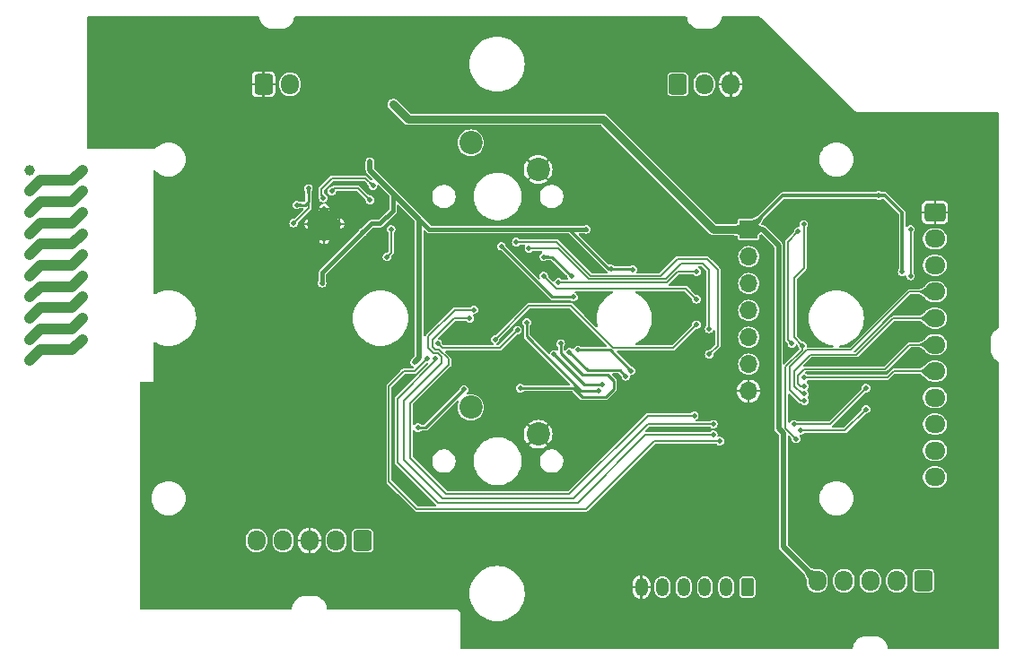
<source format=gbr>
%TF.GenerationSoftware,KiCad,Pcbnew,8.0.4-8.0.4-0~ubuntu22.04.1*%
%TF.CreationDate,2024-08-24T15:00:40-03:00*%
%TF.ProjectId,Antares-Transmitter,416e7461-7265-4732-9d54-72616e736d69,1.0.1*%
%TF.SameCoordinates,Original*%
%TF.FileFunction,Copper,L2,Bot*%
%TF.FilePolarity,Positive*%
%FSLAX46Y46*%
G04 Gerber Fmt 4.6, Leading zero omitted, Abs format (unit mm)*
G04 Created by KiCad (PCBNEW 8.0.4-8.0.4-0~ubuntu22.04.1) date 2024-08-24 15:00:40*
%MOMM*%
%LPD*%
G01*
G04 APERTURE LIST*
G04 Aperture macros list*
%AMRoundRect*
0 Rectangle with rounded corners*
0 $1 Rounding radius*
0 $2 $3 $4 $5 $6 $7 $8 $9 X,Y pos of 4 corners*
0 Add a 4 corners polygon primitive as box body*
4,1,4,$2,$3,$4,$5,$6,$7,$8,$9,$2,$3,0*
0 Add four circle primitives for the rounded corners*
1,1,$1+$1,$2,$3*
1,1,$1+$1,$4,$5*
1,1,$1+$1,$6,$7*
1,1,$1+$1,$8,$9*
0 Add four rect primitives between the rounded corners*
20,1,$1+$1,$2,$3,$4,$5,0*
20,1,$1+$1,$4,$5,$6,$7,0*
20,1,$1+$1,$6,$7,$8,$9,0*
20,1,$1+$1,$8,$9,$2,$3,0*%
%AMRotRect*
0 Rectangle, with rotation*
0 The origin of the aperture is its center*
0 $1 length*
0 $2 width*
0 $3 Rotation angle, in degrees counterclockwise*
0 Add horizontal line*
21,1,$1,$2,0,0,$3*%
G04 Aperture macros list end*
%TA.AperFunction,EtchedComponent*%
%ADD10C,1.000000*%
%TD*%
%TA.AperFunction,ComponentPad*%
%ADD11RoundRect,0.250000X0.350000X0.625000X-0.350000X0.625000X-0.350000X-0.625000X0.350000X-0.625000X0*%
%TD*%
%TA.AperFunction,ComponentPad*%
%ADD12O,1.200000X1.750000*%
%TD*%
%TA.AperFunction,ComponentPad*%
%ADD13C,1.000000*%
%TD*%
%TA.AperFunction,HeatsinkPad*%
%ADD14C,0.500000*%
%TD*%
%TA.AperFunction,HeatsinkPad*%
%ADD15RotRect,2.500000X2.500000X225.000000*%
%TD*%
%TA.AperFunction,ComponentPad*%
%ADD16R,1.700000X1.700000*%
%TD*%
%TA.AperFunction,ComponentPad*%
%ADD17O,1.700000X1.700000*%
%TD*%
%TA.AperFunction,ComponentPad*%
%ADD18RoundRect,0.250000X-0.725000X0.600000X-0.725000X-0.600000X0.725000X-0.600000X0.725000X0.600000X0*%
%TD*%
%TA.AperFunction,ComponentPad*%
%ADD19O,1.950000X1.700000*%
%TD*%
%TA.AperFunction,ComponentPad*%
%ADD20RoundRect,0.250000X0.600000X0.725000X-0.600000X0.725000X-0.600000X-0.725000X0.600000X-0.725000X0*%
%TD*%
%TA.AperFunction,ComponentPad*%
%ADD21O,1.700000X1.950000*%
%TD*%
%TA.AperFunction,ComponentPad*%
%ADD22RoundRect,0.250000X-0.600000X-0.725000X0.600000X-0.725000X0.600000X0.725000X-0.600000X0.725000X0*%
%TD*%
%TA.AperFunction,ComponentPad*%
%ADD23C,2.200000*%
%TD*%
%TA.AperFunction,ViaPad*%
%ADD24C,0.500000*%
%TD*%
%TA.AperFunction,ViaPad*%
%ADD25C,0.700000*%
%TD*%
%TA.AperFunction,ViaPad*%
%ADD26C,0.800000*%
%TD*%
%TA.AperFunction,Conductor*%
%ADD27C,0.200000*%
%TD*%
%TA.AperFunction,Conductor*%
%ADD28C,0.500000*%
%TD*%
%TA.AperFunction,Conductor*%
%ADD29C,0.150000*%
%TD*%
%TA.AperFunction,Conductor*%
%ADD30C,0.250000*%
%TD*%
%TA.AperFunction,Conductor*%
%ADD31C,0.300000*%
%TD*%
%TA.AperFunction,Conductor*%
%ADD32C,0.400000*%
%TD*%
%TA.AperFunction,Conductor*%
%ADD33C,0.750000*%
%TD*%
G04 APERTURE END LIST*
D10*
%TO.C,AE301*%
X83100000Y-107000000D02*
X84100000Y-106000000D01*
X83100000Y-109000000D02*
X84100000Y-108000000D01*
X83100000Y-111000000D02*
X84100000Y-109999999D01*
X83100000Y-113000000D02*
X84100000Y-112000000D01*
X83100000Y-115000000D02*
X84099999Y-114000000D01*
X83100000Y-117000000D02*
X84100000Y-116000000D01*
X83100000Y-119000000D02*
X84100000Y-118000001D01*
X83100000Y-121000000D02*
X84100000Y-120000000D01*
X83100000Y-123000000D02*
X84100000Y-122000000D01*
X84099999Y-114000000D02*
X87100000Y-114000000D01*
X84100000Y-106000000D02*
X87100000Y-106000000D01*
X84100000Y-108000000D02*
X87100000Y-108000000D01*
X84100000Y-109999999D02*
X87100000Y-110000000D01*
X84100000Y-112000000D02*
X87100000Y-112000000D01*
X84100000Y-116000000D02*
X87100000Y-116000000D01*
X84100000Y-118000001D02*
X87100000Y-118000000D01*
X84100000Y-120000000D02*
X87100000Y-120000000D01*
X84100000Y-122000000D02*
X87100000Y-122000000D01*
X87100000Y-106000000D02*
X88100001Y-105000000D01*
X87100000Y-108000000D02*
X88100000Y-107000000D01*
X87100000Y-110000000D02*
X88100000Y-109000001D01*
X87100000Y-112000000D02*
X88100000Y-111000000D01*
X87100000Y-114000000D02*
X88100000Y-113000000D01*
X87100000Y-116000000D02*
X88100000Y-115000000D01*
X87100000Y-118000000D02*
X88100000Y-117000000D01*
X87100000Y-120000000D02*
X88100000Y-118999999D01*
X87100000Y-122000000D02*
X88100000Y-121000000D01*
%TD*%
D11*
%TO.P,J602,1,Pin_1*%
%TO.N,/Control Buttons/BT_MODE*%
X150800000Y-144400000D03*
D12*
%TO.P,J602,2,Pin_2*%
%TO.N,/Control Buttons/BT_LEFT*%
X148800000Y-144400000D03*
%TO.P,J602,3,Pin_3*%
%TO.N,/Control Buttons/BT_RIGHT*%
X146800000Y-144400000D03*
%TO.P,J602,4,Pin_4*%
%TO.N,/Control Buttons/BT_DOWN*%
X144800000Y-144400000D03*
%TO.P,J602,5,Pin_5*%
%TO.N,/Control Buttons/BT_UP*%
X142800000Y-144400000D03*
%TO.P,J602,6,Pin_6*%
%TO.N,GND*%
X140800000Y-144400000D03*
%TD*%
D13*
%TO.P,AE301,*%
%TO.N,*%
X83100000Y-123000000D03*
X83100000Y-121000000D03*
X88100000Y-121000000D03*
X83100000Y-119000000D03*
X88100000Y-118999999D03*
X83100000Y-117000000D03*
X88100000Y-117000000D03*
X83100000Y-115000000D03*
X88100000Y-115000000D03*
X83100000Y-113000000D03*
X88100000Y-113000000D03*
X83100000Y-111000000D03*
X88100000Y-111000000D03*
X88100000Y-109000001D03*
X83100000Y-109000000D03*
X83100000Y-107000000D03*
X88100000Y-107000000D03*
X83100000Y-105000000D03*
X88100001Y-105000000D03*
%TD*%
D14*
%TO.P,U301,21,PAD*%
%TO.N,GND*%
X112299996Y-110090491D03*
X110885782Y-108676277D03*
D15*
X110885782Y-110090491D03*
D14*
X110885782Y-111504705D03*
X109471568Y-110090491D03*
%TD*%
D16*
%TO.P,J1001,1,Pin_1*%
%TO.N,+3V3*%
X150925000Y-110630000D03*
D17*
%TO.P,J1001,2,Pin_2*%
%TO.N,/Debugging/TX*%
X150925000Y-113170000D03*
%TO.P,J1001,3,Pin_3*%
%TO.N,/Debugging/RX*%
X150925000Y-115710000D03*
%TO.P,J1001,4,Pin_4*%
%TO.N,/Debugging/~{RST}*%
X150925000Y-118250000D03*
%TO.P,J1001,5,Pin_5*%
%TO.N,/Debugging/SWDIO*%
X150925000Y-120790000D03*
%TO.P,J1001,6,Pin_6*%
%TO.N,/Debugging/SWCLK*%
X150925000Y-123330000D03*
%TO.P,J1001,7,Pin_7*%
%TO.N,GND*%
X150925000Y-125870000D03*
%TD*%
D18*
%TO.P,J401,1,Pin_1*%
%TO.N,GND*%
X168500000Y-109000000D03*
D19*
%TO.P,J401,2,Pin_2*%
%TO.N,/Notes/BTN_ORANGE\u002A*%
X168500000Y-111500000D03*
%TO.P,J401,3,Pin_3*%
%TO.N,/Notes/BTN_BLUE\u002A*%
X168500000Y-114000000D03*
%TO.P,J401,4,Pin_4*%
%TO.N,/Notes/BTN_YELLOW\u002A*%
X168500000Y-116500000D03*
%TO.P,J401,5,Pin_5*%
%TO.N,/Notes/BTN_RED\u002A*%
X168500000Y-119000000D03*
%TO.P,J401,6,Pin_6*%
%TO.N,/Notes/BTN_GREEN\u002A*%
X168500000Y-121500000D03*
%TO.P,J401,7,Pin_7*%
%TO.N,/Notes/BTN_ORANGE*%
X168500000Y-124000000D03*
%TO.P,J401,8,Pin_8*%
%TO.N,/Notes/BTN_BLUE*%
X168500000Y-126500000D03*
%TO.P,J401,9,Pin_9*%
%TO.N,/Notes/BTN_YELLOW*%
X168500000Y-129000001D03*
%TO.P,J401,10,Pin_10*%
%TO.N,/Notes/BTN_RED*%
X168500000Y-131500001D03*
%TO.P,J401,11,Pin_11*%
%TO.N,/Notes/BTN_GREEN*%
X168500000Y-134000001D03*
%TD*%
D20*
%TO.P,J601,1,Pin_1*%
%TO.N,/Control Buttons/BT_START*%
X114500000Y-140000000D03*
D21*
%TO.P,J601,2,Pin_2*%
%TO.N,/Control Buttons/BT_SELECT*%
X112000000Y-140000000D03*
%TO.P,J601,3,Pin_3*%
%TO.N,GND*%
X109500000Y-140000000D03*
%TO.P,J601,4,Pin_4*%
%TO.N,+3V3*%
X107000000Y-140000000D03*
%TO.P,J601,5,Pin_5*%
%TO.N,Net-(J601-Pin_5)*%
X104500000Y-140000000D03*
%TD*%
D22*
%TO.P,J501,1,Pin_1*%
%TO.N,+3V3*%
X144250000Y-96900000D03*
D21*
%TO.P,J501,2,Pin_2*%
%TO.N,/MCU/POT_WHAM*%
X146750000Y-96900000D03*
%TO.P,J501,3,Pin_3*%
%TO.N,GND*%
X149250000Y-96900000D03*
%TD*%
D23*
%TO.P,SW702,1,A*%
%TO.N,/Strum bar/SW_UP*%
X124710000Y-127420000D03*
%TO.P,SW702,2,B*%
%TO.N,GND*%
X131060000Y-129960000D03*
%TD*%
%TO.P,SW701,1,A*%
%TO.N,/Strum bar/SW_DN*%
X124710000Y-102420000D03*
%TO.P,SW701,2,B*%
%TO.N,GND*%
X131060000Y-104960000D03*
%TD*%
D20*
%TO.P,J901,1,Pin_1*%
%TO.N,Net-(J901-Pin_1)*%
X167400000Y-143800000D03*
D21*
%TO.P,J901,2,Pin_2*%
%TO.N,Net-(J901-Pin_2)*%
X164900000Y-143800000D03*
%TO.P,J901,3,Pin_3*%
%TO.N,Net-(J901-Pin_3)*%
X162400000Y-143800000D03*
%TO.P,J901,4,Pin_4*%
%TO.N,Net-(J901-Pin_4)*%
X159900000Y-143800000D03*
%TO.P,J901,5,Pin_5*%
%TO.N,+3V3*%
X157400000Y-143800000D03*
%TD*%
D22*
%TO.P,J1101,1,Pin_1*%
%TO.N,GND*%
X105150000Y-96900000D03*
D21*
%TO.P,J1101,2,Pin_2*%
%TO.N,+3V3*%
X107650000Y-96900000D03*
%TD*%
D24*
%TO.N,GND*%
X161400000Y-116000000D03*
X162000000Y-113400000D03*
X162000000Y-111600000D03*
X159400000Y-110400000D03*
X164600000Y-122000000D03*
X164400000Y-120800000D03*
X159600000Y-123000000D03*
X161200000Y-123000000D03*
X161000000Y-125400000D03*
X161800000Y-126800000D03*
X164800000Y-129000000D03*
X161600000Y-129400000D03*
X160200000Y-130200000D03*
X157600000Y-130200000D03*
X156400000Y-128200000D03*
X160600000Y-128200000D03*
X159400000Y-127200000D03*
X159400000Y-125400000D03*
X157800000Y-115600000D03*
X159400000Y-114600000D03*
X162400000Y-110000000D03*
X162200000Y-106600000D03*
X161000000Y-108600000D03*
%TO.N,/Notes/HC165_LOAD*%
X120600000Y-122800000D03*
X148200000Y-130600000D03*
X155400000Y-130400000D03*
%TO.N,/Notes/HC165_SCK*%
X145800000Y-128200000D03*
X124600000Y-119000000D03*
%TO.N,/Notes/HC165_DO*%
X147600000Y-129000000D03*
%TO.N,/Notes/HC165_~{CS}*%
X162000000Y-127600000D03*
X121400000Y-122800000D03*
X147600000Y-130000000D03*
X155800000Y-129600000D03*
%TO.N,/Notes/HC165_DO*%
X125000000Y-118200000D03*
X155200000Y-129000000D03*
X162000000Y-125600000D03*
%TO.N,/Notes/HC165_~{CS}*%
X166200000Y-115000000D03*
X166200000Y-110600000D03*
%TO.N,+3V3*%
X165400000Y-114600000D03*
X163200000Y-107400000D03*
%TO.N,/Notes/HC165_SCK*%
X155600000Y-110800000D03*
X155000000Y-121400000D03*
%TO.N,/Notes/HC165_LOAD*%
X156000000Y-121600000D03*
X156125000Y-110125000D03*
D25*
%TO.N,GND*%
X155600000Y-136800000D03*
D24*
X152573876Y-127044372D03*
D25*
X154800000Y-122200000D03*
D24*
%TO.N,/Notes/BTN_ORANGE*%
X156200000Y-124600000D03*
%TO.N,/Notes/BTN_GREEN\u002A*%
X156200000Y-125400000D03*
%TO.N,/Notes/BTN_RED\u002A*%
X156200000Y-126150003D03*
%TO.N,/Notes/BTN_YELLOW\u002A*%
X156200000Y-126800000D03*
D25*
%TO.N,GND*%
X104000000Y-145600000D03*
D24*
X108800000Y-116400000D03*
D26*
X106600000Y-98600000D03*
X113600000Y-94600000D03*
D25*
X160400000Y-148800000D03*
D24*
X98000000Y-128200000D03*
X100600000Y-117000000D03*
D25*
X102600000Y-143200000D03*
D24*
X101400000Y-119600000D03*
X100600000Y-125600000D03*
X101800000Y-114400000D03*
X107000000Y-116000000D03*
X116800000Y-104000000D03*
D25*
X134600000Y-98600000D03*
D24*
X100800000Y-120400000D03*
D25*
X153600000Y-147000000D03*
D24*
X104600000Y-116000000D03*
X149200000Y-98800000D03*
D25*
X152000000Y-149600000D03*
D24*
X98200000Y-122000000D03*
X105600000Y-112000000D03*
D25*
X124800000Y-149600000D03*
D24*
X95600000Y-128200000D03*
X107600000Y-111000000D03*
X104600000Y-105200000D03*
D25*
X130400000Y-149600000D03*
D24*
X122600000Y-124400000D03*
D25*
X90800000Y-102200000D03*
D24*
X101200000Y-116200000D03*
D25*
X122200000Y-98400000D03*
D24*
X101600000Y-127400000D03*
D25*
X148946207Y-131007039D03*
X170400000Y-146200000D03*
D24*
X106600000Y-121000000D03*
D25*
X117600000Y-145600000D03*
D24*
X125000000Y-111400000D03*
D25*
X112800000Y-121400000D03*
D24*
X121400000Y-126000000D03*
X100600000Y-124000000D03*
D25*
X111600000Y-91200000D03*
D24*
X109400000Y-102400000D03*
X106800000Y-110200000D03*
X102000000Y-118400000D03*
X103600000Y-124000000D03*
X108800000Y-114600000D03*
D25*
X142400000Y-135000000D03*
X132600000Y-96400000D03*
D24*
X168400000Y-107400000D03*
D26*
X103400000Y-98400000D03*
D25*
X173800000Y-135200000D03*
X173800000Y-126200000D03*
D24*
X140800000Y-146200000D03*
D25*
X107000000Y-145600000D03*
X156400000Y-101000000D03*
D24*
X132400000Y-101200000D03*
D25*
X115000000Y-145600000D03*
D24*
X108200000Y-135600000D03*
D25*
X171600000Y-149600000D03*
D24*
X139400000Y-112800000D03*
X94600000Y-126400000D03*
X107000000Y-134200000D03*
D25*
X132800000Y-149600000D03*
X125400000Y-91200000D03*
D24*
X103000000Y-111600000D03*
X104800000Y-113800000D03*
X102400000Y-119600000D03*
X105800000Y-135600000D03*
D25*
X152400000Y-92000000D03*
X128400000Y-91200000D03*
D24*
X109800000Y-115400000D03*
D25*
X172800000Y-121400000D03*
D26*
X113600000Y-92400000D03*
D24*
X104800000Y-111400000D03*
X104200000Y-105800000D03*
D25*
X127399999Y-149600000D03*
D24*
X103600000Y-114800000D03*
D25*
X173800000Y-138200000D03*
X94400000Y-139200000D03*
D24*
X94800000Y-125400000D03*
X107800000Y-116600000D03*
X103600000Y-124800000D03*
X97200000Y-129200000D03*
D25*
X162400000Y-131400000D03*
D24*
X102400000Y-113600000D03*
X121800000Y-126600000D03*
X105800000Y-117400000D03*
D25*
X163800000Y-148600000D03*
X119200000Y-135400000D03*
D24*
X95800000Y-123800000D03*
X93800000Y-129200000D03*
D25*
X94400000Y-141800000D03*
X106400000Y-92400000D03*
D24*
X110200000Y-105600000D03*
X99600000Y-128200000D03*
X111000000Y-104600000D03*
D25*
X141200000Y-107000000D03*
D24*
X103000000Y-108400000D03*
X114000000Y-109600000D03*
D25*
X173800000Y-115600000D03*
D24*
X113800000Y-104000000D03*
X104400000Y-124000000D03*
X95200000Y-123600000D03*
D25*
X111400000Y-118800000D03*
X109000000Y-129400000D03*
D24*
X100200000Y-116000000D03*
X116200000Y-104800000D03*
D25*
X108200000Y-133000000D03*
X139000000Y-91200000D03*
X173800000Y-110000000D03*
X97400000Y-101600000D03*
X153600000Y-143000000D03*
X127800000Y-116400000D03*
D24*
X103400000Y-128200000D03*
X105400000Y-110200000D03*
D25*
X101000000Y-145600000D03*
X173800000Y-118200000D03*
D24*
X114600000Y-115600000D03*
X98000000Y-129200000D03*
D25*
X99800000Y-91200000D03*
D24*
X95600000Y-125400000D03*
X105200000Y-120400000D03*
X110800000Y-103600000D03*
X105200000Y-124000000D03*
D25*
X166000000Y-149600000D03*
D24*
X151000000Y-127600000D03*
D25*
X171200000Y-103200000D03*
D24*
X97200000Y-127400000D03*
X106200000Y-109600000D03*
D25*
X98000000Y-109800000D03*
X99000000Y-103600000D03*
D24*
X108600000Y-115400000D03*
X98800000Y-128200000D03*
X170400000Y-109000000D03*
X106600000Y-103400000D03*
D25*
X136800000Y-102400000D03*
D24*
X97200000Y-122000000D03*
X144800000Y-109800000D03*
X102600000Y-124000000D03*
X99600000Y-126400000D03*
X100600000Y-128200000D03*
X103600000Y-109200000D03*
D26*
X117000000Y-92400000D03*
D24*
X107000000Y-118400000D03*
D25*
X101000000Y-102200000D03*
D24*
X95600000Y-127400000D03*
D25*
X151800000Y-135200000D03*
D24*
X115000000Y-112000000D03*
X100200000Y-118600000D03*
D25*
X158056854Y-97656854D03*
X173800000Y-129200001D03*
D24*
X102400000Y-120400000D03*
D25*
X132000000Y-147600000D03*
D24*
X98800000Y-127400000D03*
X104400000Y-123200000D03*
X96400000Y-129200000D03*
X134400000Y-112200000D03*
D25*
X94400000Y-133799999D03*
X98600000Y-95000000D03*
X173800000Y-105000000D03*
D24*
X102200000Y-112600000D03*
D25*
X95600000Y-107400001D03*
D24*
X141600000Y-109600000D03*
X126800000Y-125600000D03*
X96400000Y-127400000D03*
X140800000Y-142400000D03*
D25*
X107600000Y-122400000D03*
X158000000Y-149600000D03*
X169800000Y-137600000D03*
D24*
X133600000Y-102400000D03*
D25*
X149600000Y-91200000D03*
D24*
X104400000Y-120400000D03*
D25*
X111600000Y-101600000D03*
X173800000Y-131800000D03*
D24*
X93800000Y-128200000D03*
X110200000Y-113800000D03*
D25*
X136400001Y-91200000D03*
D24*
X100600000Y-119600000D03*
X104600000Y-118800000D03*
D25*
X170200000Y-100400000D03*
D24*
X148800000Y-125800000D03*
X104400000Y-110000000D03*
X105800000Y-104000000D03*
D25*
X154521320Y-94121320D03*
X173800000Y-148800000D03*
X153350000Y-130900000D03*
X135000000Y-106200000D03*
D24*
X124400000Y-123600000D03*
X101600000Y-128200000D03*
X114400000Y-131000000D03*
D25*
X138600000Y-96400000D03*
D24*
X102600000Y-127400000D03*
X100600000Y-127400000D03*
D25*
X123600000Y-145600000D03*
D24*
X93800000Y-126400000D03*
D25*
X172600000Y-100400000D03*
X114600000Y-143400000D03*
X155000000Y-149600000D03*
D24*
X99000000Y-120200000D03*
D25*
X97200000Y-98200000D03*
D24*
X107200000Y-102800000D03*
D25*
X173800000Y-140800000D03*
D24*
X124800000Y-119800000D03*
D25*
X89200000Y-98600001D03*
D24*
X109600000Y-113000000D03*
X99000000Y-122000000D03*
X98000000Y-127400000D03*
X106600000Y-111400000D03*
X104400000Y-122400000D03*
D25*
X140200000Y-98600000D03*
X160178175Y-99778175D03*
X98400000Y-145600000D03*
D24*
X103800000Y-111000000D03*
X102600000Y-114800000D03*
X107400000Y-120600000D03*
D25*
X173800000Y-123800000D03*
D24*
X99600000Y-117600000D03*
D25*
X110400000Y-123400000D03*
X95600000Y-101800001D03*
D24*
X98800000Y-129200000D03*
X117800000Y-103000000D03*
X135000000Y-110000000D03*
D25*
X97200000Y-91200000D03*
X130400000Y-133400000D03*
D24*
X99600000Y-129200000D03*
D25*
X125800000Y-118400000D03*
X173800000Y-113000001D03*
X147000000Y-149600000D03*
D24*
X96200000Y-122000000D03*
X101000000Y-115000000D03*
D25*
X109000000Y-91200000D03*
D24*
X103800000Y-111800000D03*
X98600000Y-121200000D03*
D25*
X102800000Y-91200000D03*
X95600000Y-112400001D03*
X144600000Y-91200000D03*
D24*
X94800000Y-127400000D03*
D25*
X133400000Y-91200000D03*
D24*
X99600000Y-127400000D03*
D25*
X123800000Y-134000000D03*
D24*
X138000000Y-105600000D03*
D25*
X146800000Y-92400000D03*
D24*
X95200000Y-122200000D03*
X118000000Y-111400000D03*
X103400000Y-117000000D03*
X109400000Y-138200000D03*
X127200000Y-111400000D03*
X143800000Y-111400000D03*
X102600000Y-129200000D03*
X112200000Y-117000000D03*
X101200000Y-113400000D03*
D25*
X144800000Y-125000000D03*
D24*
X99600000Y-125600000D03*
X99600000Y-124800000D03*
X115200000Y-114800000D03*
D25*
X122400000Y-94400000D03*
X117000000Y-91200000D03*
D24*
X166800000Y-109000000D03*
D25*
X102200000Y-104800000D03*
X89200000Y-101600001D03*
D24*
X102600000Y-124800000D03*
D25*
X141400000Y-149600000D03*
D26*
X117000000Y-94600000D03*
D25*
X97800000Y-105800000D03*
D24*
X151000000Y-96800000D03*
X114000000Y-116400000D03*
X138600000Y-113600000D03*
D25*
X164400000Y-106800000D03*
D24*
X113200000Y-132200000D03*
X100600000Y-126400000D03*
D25*
X126200000Y-104600000D03*
D24*
X109200000Y-118000000D03*
X106800000Y-109000000D03*
X133000000Y-127400000D03*
D25*
X100400000Y-106800000D03*
X126800000Y-98600000D03*
D24*
X132400000Y-128600000D03*
X111400000Y-116400000D03*
X104400000Y-124800000D03*
D26*
X103400000Y-96800000D03*
D24*
X96400000Y-128200000D03*
X105200000Y-122400000D03*
D25*
X94400000Y-144800000D03*
D24*
X93800000Y-127400000D03*
D25*
X149400000Y-149600000D03*
D24*
X93800000Y-125400000D03*
X103400000Y-129200000D03*
D25*
X91200000Y-96800000D03*
D24*
X116000000Y-112800000D03*
D25*
X167600000Y-104200000D03*
X141800000Y-94400000D03*
X155400000Y-105000000D03*
D26*
X103800000Y-95200000D03*
D24*
X101000000Y-118600000D03*
X99600000Y-119600000D03*
D25*
X99000000Y-113600000D03*
X143999999Y-149600000D03*
X119600000Y-91200000D03*
D24*
X136000000Y-107600000D03*
D25*
X94800000Y-91200000D03*
D24*
X105200000Y-104600000D03*
X106000000Y-120400000D03*
X102000000Y-115600000D03*
D25*
X93200000Y-102200000D03*
X135400000Y-149600000D03*
D24*
X103200000Y-112600000D03*
D25*
X95600000Y-115400001D03*
X168600000Y-149600000D03*
X100800000Y-132800000D03*
D24*
X95600000Y-126400000D03*
X113000000Y-117000000D03*
X100600000Y-129200000D03*
D25*
X120600000Y-145600000D03*
D24*
X125800000Y-121000000D03*
D25*
X173800000Y-102000000D03*
D24*
X111400000Y-113000000D03*
X109600000Y-141800000D03*
D25*
X96000000Y-145600000D03*
D24*
X101600000Y-124000000D03*
X108600000Y-117200000D03*
X103400000Y-127400000D03*
X101200000Y-117800000D03*
X114200000Y-104600000D03*
X95600000Y-124600000D03*
X139400000Y-110400000D03*
D25*
X165200000Y-100400000D03*
D24*
X110000000Y-103000000D03*
X107800000Y-102200000D03*
D25*
X89200000Y-93600001D03*
D24*
X107400000Y-109400000D03*
D25*
X117592723Y-125817327D03*
D24*
X101600000Y-129200000D03*
X116400000Y-111000000D03*
X101600000Y-124800000D03*
X116800000Y-105200000D03*
X103800000Y-106400000D03*
X116000000Y-114200000D03*
D25*
X95600000Y-109800001D03*
D24*
X123200000Y-109800000D03*
X149200000Y-95000000D03*
X140600000Y-108400000D03*
D25*
X112600000Y-125600000D03*
D24*
X100600000Y-124800000D03*
X102600000Y-128200000D03*
D25*
X89200000Y-96000001D03*
D24*
X108200000Y-120000000D03*
D25*
X91800000Y-91200000D03*
X114600000Y-91200000D03*
X167800000Y-100400000D03*
D24*
X104000000Y-119600000D03*
D25*
X120600000Y-143600000D03*
X112600000Y-145600000D03*
D24*
X95600000Y-129200000D03*
X107400000Y-113400000D03*
X103200000Y-107200000D03*
D25*
X156359798Y-95959798D03*
D24*
X108600000Y-102200000D03*
D25*
X154400000Y-98200000D03*
X141600000Y-91200000D03*
D24*
X105800000Y-110800000D03*
D25*
X89200000Y-91200000D03*
X107400000Y-125800000D03*
X156000000Y-116000000D03*
X94400000Y-131200000D03*
D24*
X104400000Y-121400000D03*
X139200000Y-144400000D03*
D25*
X134000000Y-143600000D03*
X122600000Y-91200000D03*
X173800000Y-143200000D03*
X98400000Y-141200000D03*
X136600000Y-127200000D03*
D24*
X105200000Y-121400000D03*
D25*
X115000000Y-128800000D03*
X138400000Y-149600000D03*
D24*
X99600000Y-124000000D03*
X107800000Y-115800000D03*
X106200000Y-114600000D03*
D25*
X173800000Y-146200001D03*
X109600000Y-144600000D03*
X173800000Y-107600000D03*
D24*
X94800000Y-128200000D03*
X105200000Y-119600000D03*
D25*
X162200000Y-100400000D03*
D24*
X109000000Y-119000000D03*
X109600000Y-114400000D03*
D25*
X101600000Y-109800000D03*
X134400000Y-94400000D03*
D26*
X106400000Y-95200000D03*
D24*
X105200000Y-123200000D03*
X127200000Y-122600000D03*
X97200000Y-128200000D03*
D25*
X131000000Y-91200000D03*
D24*
X94800000Y-129200000D03*
D25*
X124800000Y-147600000D03*
D24*
%TO.N,+3V3*%
X117400000Y-98800000D03*
X108285782Y-108290491D03*
X140000000Y-114400000D03*
X110685782Y-115690491D03*
X137936659Y-114331676D03*
X115200000Y-104200000D03*
X109398858Y-106728886D03*
X108000000Y-110000000D03*
X114500000Y-110900000D03*
X135600000Y-110600000D03*
X119400000Y-123175735D03*
%TO.N,/Control Buttons/BTNS_CONTROL*%
X119734656Y-129327705D03*
X124075735Y-125724265D03*
%TO.N,/MCU/BTN_STRUM_DOWN*%
X127600000Y-112200000D03*
X134400000Y-117000000D03*
%TO.N,/MCU/BTN_STRUM_UP*%
X129400000Y-125600000D03*
X133200000Y-121400000D03*
%TO.N,/Debugging/DBG_SWCLK*%
X147200000Y-122400000D03*
X129000000Y-111800000D03*
%TO.N,/Control Buttons/LED_WORK*%
X129114951Y-120114951D03*
X121587868Y-121387868D03*
%TO.N,/Accelerometer/ACC_SDA*%
X131600000Y-113200000D03*
X134200000Y-115000000D03*
%TO.N,/LEDs/LED_P1*%
X134800000Y-122000000D03*
X139841942Y-123958058D03*
%TO.N,/LEDs/LED_P2*%
X139341728Y-124492355D03*
X134017800Y-122192495D03*
%TO.N,/LEDs/LED_P3*%
X132575000Y-122400000D03*
X137152046Y-125233375D03*
%TO.N,/LEDs/LED_P4*%
X130000004Y-119399992D03*
X136800000Y-125825000D03*
%TO.N,/Debugging/DBG_TX*%
X133000000Y-115600000D03*
X146000000Y-114600000D03*
%TO.N,/Debugging/DBG_RX*%
X131600000Y-115000000D03*
X146000000Y-117200000D03*
%TO.N,/Debugging/DBG_SWDIO*%
X147200000Y-120000000D03*
X130200000Y-112400000D03*
%TO.N,/MCU/CC1101_~{CS}*%
X115200000Y-107826619D03*
X111600000Y-107000000D03*
%TO.N,/Notes/HC165_SCK*%
X117200000Y-110600000D03*
X116800000Y-113200000D03*
%TO.N,/MCU/CC1101_GDO0*%
X115485782Y-106490491D03*
X110795431Y-107631528D03*
%TO.N,/Debugging/DBG_~{RST}*%
X127000000Y-121000000D03*
X146000000Y-119600000D03*
%TD*%
D27*
%TO.N,/Notes/HC165_DO*%
X147600000Y-129000000D02*
X141400000Y-129000000D01*
X121215075Y-122287868D02*
X120687868Y-121760661D01*
X141400000Y-129000000D02*
X134400000Y-136000000D01*
X122000000Y-136000000D02*
X118400000Y-132400000D01*
X134400000Y-136000000D02*
X122000000Y-136000000D01*
X118400000Y-132400000D02*
X118400000Y-126800000D01*
X118400000Y-126800000D02*
X121950000Y-123250000D01*
X121950000Y-123250000D02*
X121950000Y-122622793D01*
X121950000Y-122622793D02*
X121615075Y-122287868D01*
X121615075Y-122287868D02*
X121215075Y-122287868D01*
X120687868Y-121760661D02*
X120687868Y-120712132D01*
X120687868Y-120712132D02*
X123200000Y-118200000D01*
X123200000Y-118200000D02*
X125000000Y-118200000D01*
%TO.N,/Notes/HC165_SCK*%
X122600000Y-123400000D02*
X122600000Y-122848529D01*
X121739339Y-121987868D02*
X121339339Y-121987868D01*
%TO.N,/Control Buttons/LED_WORK*%
X129114951Y-120114951D02*
X127429902Y-121800000D01*
%TO.N,/Notes/HC165_SCK*%
X121339339Y-121987868D02*
X121087868Y-121736397D01*
%TO.N,/Control Buttons/LED_WORK*%
X127429902Y-121800000D02*
X122000000Y-121800000D01*
%TO.N,/Notes/HC165_SCK*%
X121087868Y-121736397D02*
X121087868Y-121039337D01*
%TO.N,/Control Buttons/LED_WORK*%
X122000000Y-121800000D02*
X121587868Y-121387868D01*
%TO.N,/Notes/HC165_SCK*%
X123127205Y-119000000D02*
X124600000Y-119000000D01*
X145800000Y-128200000D02*
X141400000Y-128200000D01*
X141400000Y-128200000D02*
X134000000Y-135600000D01*
X134000000Y-135600000D02*
X122400000Y-135600000D01*
X122400000Y-135600000D02*
X119000000Y-132200000D01*
X121087868Y-121039337D02*
X123127205Y-119000000D01*
X119000000Y-127000000D02*
X122600000Y-123400000D01*
X119000000Y-132200000D02*
X119000000Y-127000000D01*
X122600000Y-122848529D02*
X121739339Y-121987868D01*
%TO.N,/Notes/HC165_LOAD*%
X119400000Y-124000000D02*
X120600000Y-122800000D01*
D28*
%TO.N,+3V3*%
X119850000Y-109650000D02*
X119850000Y-122725735D01*
X117400000Y-107200000D02*
X119850000Y-109650000D01*
X119850000Y-122725735D02*
X119400000Y-123175735D01*
D27*
%TO.N,/Notes/HC165_LOAD*%
X118400000Y-124000000D02*
X119400000Y-124000000D01*
X118200000Y-124200000D02*
X118400000Y-124000000D01*
X142000000Y-130600000D02*
X140000000Y-132600000D01*
X135600000Y-137000000D02*
X132000000Y-137000000D01*
X117000000Y-132600000D02*
X117000000Y-125400000D01*
X119000000Y-136400000D02*
X117000000Y-134400000D01*
X119600000Y-137000000D02*
X119000000Y-136400000D01*
X140000000Y-132600000D02*
X135600000Y-137000000D01*
X132000000Y-137000000D02*
X119600000Y-137000000D01*
X117000000Y-125400000D02*
X118200000Y-124200000D01*
X117000000Y-134400000D02*
X117000000Y-132600000D01*
X148200000Y-130600000D02*
X142000000Y-130600000D01*
D29*
%TO.N,/Notes/BTN_YELLOW\u002A*%
X156400000Y-122000000D02*
X154800000Y-123600000D01*
D28*
%TO.N,+3V3*%
X153750000Y-112105000D02*
X152275000Y-110630000D01*
D29*
%TO.N,/Notes/BTN_YELLOW\u002A*%
X154800000Y-125811092D02*
X155788908Y-126800000D01*
D28*
%TO.N,+3V3*%
X154200000Y-129836396D02*
X153750000Y-129386396D01*
D29*
%TO.N,/Notes/BTN_YELLOW\u002A*%
X160600000Y-122000000D02*
X156400000Y-122000000D01*
D28*
%TO.N,+3V3*%
X157400000Y-143800000D02*
X154200000Y-140600000D01*
X154200000Y-140600000D02*
X154200000Y-129836396D01*
D27*
%TO.N,/Notes/HC165_LOAD*%
X156000000Y-122011092D02*
X154400000Y-123611092D01*
X156000000Y-121600000D02*
X156000000Y-122011092D01*
D28*
%TO.N,+3V3*%
X153750000Y-129386396D02*
X153750000Y-112105000D01*
X152275000Y-110630000D02*
X150925000Y-110630000D01*
D29*
%TO.N,/Notes/BTN_YELLOW\u002A*%
X155788908Y-126800000D02*
X156200000Y-126800000D01*
D27*
%TO.N,/Notes/HC165_LOAD*%
X154400000Y-125200000D02*
X154400000Y-129400000D01*
X154400000Y-129400000D02*
X155400000Y-130400000D01*
X154400000Y-123611092D02*
X154400000Y-125200000D01*
D29*
%TO.N,/Notes/BTN_YELLOW\u002A*%
X168500000Y-116500000D02*
X166100000Y-116500000D01*
X154800000Y-123600000D02*
X154800000Y-125811092D01*
X166100000Y-116500000D02*
X160600000Y-122000000D01*
D27*
%TO.N,/Notes/HC165_~{CS}*%
X147600000Y-130000000D02*
X141200000Y-130000000D01*
X141200000Y-130000000D02*
X134800000Y-136400000D01*
X134800000Y-136400000D02*
X121600000Y-136400000D01*
X121600000Y-136400000D02*
X117800000Y-132600000D01*
X117800000Y-132600000D02*
X117800000Y-126600000D01*
X117800000Y-126600000D02*
X121400000Y-123000000D01*
X121400000Y-123000000D02*
X121400000Y-122800000D01*
D30*
%TO.N,/Control Buttons/BTNS_CONTROL*%
X120472295Y-129327705D02*
X119734656Y-129327705D01*
X124075735Y-125724265D02*
X120472295Y-129327705D01*
D27*
%TO.N,/Notes/HC165_~{CS}*%
X162000000Y-127600000D02*
X160000000Y-129600000D01*
X156800000Y-129600000D02*
X155800000Y-129600000D01*
X160000000Y-129600000D02*
X156800000Y-129600000D01*
D30*
%TO.N,/MCU/BTN_STRUM_UP*%
X138200000Y-125665152D02*
X137415152Y-126450000D01*
X137415152Y-126450000D02*
X135246142Y-126450000D01*
X138200000Y-124920338D02*
X138200000Y-125665152D01*
X135246142Y-126450000D02*
X134396142Y-125600000D01*
X134396142Y-125600000D02*
X129400000Y-125600000D01*
X135261759Y-124320338D02*
X137600000Y-124320338D01*
X133200000Y-122258579D02*
X135261759Y-124320338D01*
X137600000Y-124320338D02*
X138200000Y-124920338D01*
X133200000Y-121400000D02*
X133200000Y-122258579D01*
%TO.N,/LEDs/LED_P3*%
X135408375Y-125233375D02*
X137152046Y-125233375D01*
X132575000Y-122400000D02*
X135408375Y-125233375D01*
D27*
%TO.N,/Debugging/DBG_~{RST}*%
X143792753Y-121807247D02*
X138150750Y-121807247D01*
X138150750Y-121807247D02*
X134143503Y-117800000D01*
X134143503Y-117800000D02*
X130200000Y-117800000D01*
D30*
%TO.N,/LEDs/LED_P1*%
X134800000Y-122000000D02*
X137883884Y-122000000D01*
D27*
%TO.N,/Debugging/DBG_~{RST}*%
X130200000Y-117800000D02*
X127000000Y-121000000D01*
D30*
%TO.N,/LEDs/LED_P1*%
X137883884Y-122000000D02*
X139841942Y-123958058D01*
D27*
%TO.N,/Debugging/DBG_~{RST}*%
X146000000Y-119600000D02*
X143792753Y-121807247D01*
D30*
%TO.N,/LEDs/LED_P2*%
X138774373Y-123925000D02*
X139341728Y-124492355D01*
X135750305Y-123925000D02*
X138774373Y-123925000D01*
X134017800Y-122192495D02*
X135750305Y-123925000D01*
%TO.N,/LEDs/LED_P4*%
X130000000Y-119400000D02*
X130000000Y-120708884D01*
X135116116Y-125825000D02*
X136800000Y-125825000D01*
X130000000Y-120708884D02*
X135116116Y-125825000D01*
D27*
%TO.N,/Notes/HC165_DO*%
X162000000Y-125600000D02*
X158600000Y-129000000D01*
X158600000Y-129000000D02*
X155200000Y-129000000D01*
%TO.N,/Notes/HC165_~{CS}*%
X166200000Y-115000000D02*
X166200000Y-110600000D01*
D31*
%TO.N,+3V3*%
X165400000Y-114600000D02*
X165400000Y-109000000D01*
X165400000Y-109000000D02*
X163800000Y-107400000D01*
X163800000Y-107400000D02*
X163200000Y-107400000D01*
X163200000Y-107400000D02*
X154155000Y-107400000D01*
X154155000Y-107400000D02*
X150925000Y-110630000D01*
D27*
%TO.N,/Notes/HC165_SCK*%
X154600000Y-121000000D02*
X154600000Y-115200000D01*
X155000000Y-121400000D02*
X154600000Y-121000000D01*
X154600000Y-115200000D02*
X154600000Y-111800000D01*
X154600000Y-111800000D02*
X155600000Y-110800000D01*
%TO.N,/Notes/HC165_LOAD*%
X156125000Y-110125000D02*
X156125000Y-114275000D01*
X156125000Y-114275000D02*
X155200000Y-115200000D01*
X155200000Y-115200000D02*
X155200000Y-120800000D01*
X155200000Y-120800000D02*
X156000000Y-121600000D01*
D29*
%TO.N,/Notes/BTN_ORANGE*%
X156200000Y-124600000D02*
X164000000Y-124600000D01*
X164000000Y-124600000D02*
X164600000Y-124000000D01*
X164600000Y-124000000D02*
X168500000Y-124000000D01*
%TO.N,/Notes/BTN_GREEN\u002A*%
X168500000Y-121500000D02*
X166100000Y-121500000D01*
X155600000Y-125200000D02*
X155800000Y-125400000D01*
X166100000Y-121500000D02*
X163800000Y-123800000D01*
X163800000Y-123800000D02*
X156200000Y-123800000D01*
X156200000Y-123800000D02*
X155600000Y-124400000D01*
X155600000Y-124400000D02*
X155600000Y-125200000D01*
X155800000Y-125400000D02*
X156200000Y-125400000D01*
%TO.N,/Notes/BTN_RED\u002A*%
X155200000Y-124000000D02*
X156750000Y-122450000D01*
X156200000Y-126150003D02*
X155950003Y-126150003D01*
X156750000Y-122450000D02*
X161103554Y-122450000D01*
X164553554Y-119000000D02*
X168500000Y-119000000D01*
X155200000Y-125400000D02*
X155200000Y-124000000D01*
X155950003Y-126150003D02*
X155200000Y-125400000D01*
X161103554Y-122450000D02*
X164553554Y-119000000D01*
D32*
%TO.N,+3V3*%
X110685782Y-115690491D02*
X110685782Y-114714218D01*
D33*
X150925000Y-110630000D02*
X147630000Y-110630000D01*
X137200000Y-100200000D02*
X120200000Y-100200000D01*
D32*
X116139587Y-110060413D02*
X117400000Y-108800000D01*
D27*
X108000000Y-110000000D02*
X109398858Y-108601142D01*
D33*
X120200000Y-100200000D02*
X118800000Y-100200000D01*
D30*
X108285782Y-108290491D02*
X109108367Y-108290491D01*
D33*
X118800000Y-100200000D02*
X117400000Y-98800000D01*
D30*
X137936659Y-114331676D02*
X139931676Y-114331676D01*
D33*
X145600000Y-108600000D02*
X137200000Y-100200000D01*
D32*
X117400000Y-108800000D02*
X117400000Y-107200000D01*
X115339587Y-110060413D02*
X116139587Y-110060413D01*
D30*
X109108367Y-108290491D02*
X109398858Y-108000000D01*
D28*
X115200000Y-105000000D02*
X115200000Y-104200000D01*
D30*
X139931676Y-114331676D02*
X140000000Y-114400000D01*
D33*
X147630000Y-110630000D02*
X145600000Y-108600000D01*
D32*
X135600000Y-110600000D02*
X134000000Y-110600000D01*
D28*
X117400000Y-107200000D02*
X115200000Y-105000000D01*
D27*
X109398858Y-108601142D02*
X109398858Y-108000000D01*
D30*
X109398858Y-108000000D02*
X109398858Y-106728886D01*
D32*
X110685782Y-114714218D02*
X115339587Y-110060413D01*
D30*
%TO.N,/MCU/BTN_STRUM_DOWN*%
X132400000Y-117000000D02*
X127600000Y-112200000D01*
X134400000Y-117000000D02*
X132400000Y-117000000D01*
%TO.N,/Accelerometer/ACC_SDA*%
X132400000Y-113200000D02*
X131600000Y-113200000D01*
X134200000Y-115000000D02*
X132400000Y-113200000D01*
D27*
%TO.N,/Debugging/DBG_RX*%
X132800000Y-116200000D02*
X131600000Y-115000000D01*
X145000000Y-116200000D02*
X132800000Y-116200000D01*
X146000000Y-117200000D02*
X145000000Y-116200000D01*
%TO.N,/MCU/CC1101_~{CS}*%
X111909509Y-106690491D02*
X114063872Y-106690491D01*
X111600000Y-107000000D02*
X111909509Y-106690491D01*
X114063872Y-106690491D02*
X115200000Y-107826619D01*
%TO.N,/Notes/HC165_SCK*%
X117200000Y-110600000D02*
X117200000Y-112659800D01*
X117200000Y-112659800D02*
X117200000Y-112800000D01*
X117200000Y-112800000D02*
X116800000Y-113200000D01*
%TO.N,/MCU/CC1101_GDO0*%
X110600000Y-106800000D02*
X110600000Y-107436097D01*
X111600000Y-105800000D02*
X110600000Y-106800000D01*
X115485782Y-106490491D02*
X114795291Y-105800000D01*
X110600000Y-107436097D02*
X110795431Y-107631528D01*
X114795291Y-105800000D02*
X111600000Y-105800000D01*
%TO.N,/Debugging/DBG_SWDIO*%
X143100000Y-115300000D02*
X144600000Y-113800000D01*
%TO.N,/Debugging/DBG_SWCLK*%
X141000000Y-115000000D02*
X142600000Y-115000000D01*
%TO.N,/Debugging/DBG_SWDIO*%
X132975736Y-112400000D02*
X135875736Y-115300000D01*
%TO.N,/Debugging/DBG_SWCLK*%
X148000000Y-117800000D02*
X148000000Y-121600000D01*
%TO.N,/Debugging/DBG_SWDIO*%
X130200000Y-112400000D02*
X132975736Y-112400000D01*
D30*
%TO.N,+3V3*%
X137731676Y-114331676D02*
X137936659Y-114331676D01*
D27*
%TO.N,/Debugging/DBG_SWCLK*%
X148000000Y-114400000D02*
X148000000Y-117800000D01*
X145600000Y-113400000D02*
X147000000Y-113400000D01*
%TO.N,/Debugging/DBG_SWDIO*%
X146600000Y-113800000D02*
X147200000Y-114400000D01*
%TO.N,/Debugging/DBG_TX*%
X144224264Y-114600000D02*
X143224264Y-115600000D01*
%TO.N,/Debugging/DBG_SWCLK*%
X147000000Y-113400000D02*
X147600000Y-114000000D01*
X133800000Y-112800000D02*
X136000000Y-115000000D01*
%TO.N,/Debugging/DBG_SWDIO*%
X144600000Y-113800000D02*
X146600000Y-113800000D01*
%TO.N,/Debugging/DBG_SWCLK*%
X136000000Y-115000000D02*
X141000000Y-115000000D01*
X142600000Y-115000000D02*
X143600000Y-114000000D01*
D32*
%TO.N,+3V3*%
X120800000Y-110600000D02*
X134000000Y-110600000D01*
D27*
%TO.N,/Debugging/DBG_SWDIO*%
X135875736Y-115300000D02*
X143100000Y-115300000D01*
D32*
%TO.N,+3V3*%
X115200000Y-105000000D02*
X120800000Y-110600000D01*
D30*
X134000000Y-110600000D02*
X137731676Y-114331676D01*
D27*
%TO.N,/Debugging/DBG_SWCLK*%
X147600000Y-114000000D02*
X148000000Y-114400000D01*
X132800000Y-111800000D02*
X133800000Y-112800000D01*
X148000000Y-121600000D02*
X147200000Y-122400000D01*
X143600000Y-114000000D02*
X144200000Y-113400000D01*
X129000000Y-111800000D02*
X132800000Y-111800000D01*
X144200000Y-113400000D02*
X145600000Y-113400000D01*
%TO.N,/Debugging/DBG_SWDIO*%
X147200000Y-114400000D02*
X147200000Y-120000000D01*
%TO.N,/Debugging/DBG_TX*%
X146000000Y-114600000D02*
X144224264Y-114600000D01*
X143224264Y-115600000D02*
X133000000Y-115600000D01*
%TD*%
%TA.AperFunction,Conductor*%
%TO.N,GND*%
G36*
X120603974Y-123206380D02*
G01*
X120605613Y-123206381D01*
X120607713Y-123206714D01*
X120607580Y-123207552D01*
X120659430Y-123224399D01*
X120695394Y-123273899D01*
X120695394Y-123335085D01*
X120671243Y-123374495D01*
X117658103Y-126387635D01*
X117658103Y-126387636D01*
X117658102Y-126387635D01*
X117587635Y-126458103D01*
X117549500Y-126550171D01*
X117549500Y-132649828D01*
X117587634Y-132741894D01*
X117587635Y-132741895D01*
X117587636Y-132741897D01*
X121387635Y-136541895D01*
X121387636Y-136541897D01*
X121426237Y-136580498D01*
X121454013Y-136635013D01*
X121444442Y-136695445D01*
X121401177Y-136738710D01*
X121356232Y-136749500D01*
X119744769Y-136749500D01*
X119686578Y-136730593D01*
X119674765Y-136720504D01*
X117279496Y-134325235D01*
X117251719Y-134270718D01*
X117250500Y-134255231D01*
X117250500Y-125544768D01*
X117269407Y-125486577D01*
X117279490Y-125474770D01*
X118412364Y-124341897D01*
X118412364Y-124341896D01*
X118474764Y-124279496D01*
X118529281Y-124251719D01*
X118544768Y-124250500D01*
X119449829Y-124250500D01*
X119510184Y-124225500D01*
X119541897Y-124212364D01*
X120520106Y-123234153D01*
X120574621Y-123206378D01*
X120592208Y-123206379D01*
X120592208Y-123205492D01*
X120601239Y-123205492D01*
X120603974Y-123206380D01*
G37*
%TD.AperFunction*%
%TA.AperFunction,Conductor*%
G36*
X120419501Y-110715183D02*
G01*
X120584788Y-110880470D01*
X120584790Y-110880471D01*
X120657936Y-110922703D01*
X120657945Y-110922706D01*
X120657947Y-110922708D01*
X120664712Y-110926614D01*
X120753856Y-110950500D01*
X133919877Y-110950500D01*
X133978068Y-110969407D01*
X133989880Y-110979495D01*
X137575618Y-114565234D01*
X137575619Y-114565234D01*
X137575622Y-114565237D01*
X137580035Y-114568186D01*
X137617914Y-114616236D01*
X137620314Y-114677375D01*
X137586321Y-114728248D01*
X137528917Y-114749424D01*
X137525032Y-114749500D01*
X136144768Y-114749500D01*
X136086577Y-114730593D01*
X136074764Y-114720504D01*
X135046133Y-113691873D01*
X133941897Y-112587636D01*
X133941895Y-112587635D01*
X132941897Y-111587636D01*
X132941895Y-111587635D01*
X132941894Y-111587634D01*
X132849829Y-111549500D01*
X132849828Y-111549500D01*
X129356900Y-111549500D01*
X129298709Y-111530593D01*
X129286897Y-111520504D01*
X129238343Y-111471951D01*
X129238342Y-111471950D01*
X129182861Y-111443681D01*
X129125307Y-111414355D01*
X129125304Y-111414354D01*
X129000000Y-111394508D01*
X128874696Y-111414354D01*
X128874692Y-111414355D01*
X128761659Y-111471949D01*
X128671949Y-111561659D01*
X128614355Y-111674692D01*
X128614354Y-111674696D01*
X128598024Y-111777803D01*
X128594508Y-111800000D01*
X128605903Y-111871949D01*
X128614354Y-111925303D01*
X128614355Y-111925307D01*
X128639122Y-111973914D01*
X128671950Y-112038342D01*
X128761658Y-112128050D01*
X128803756Y-112149500D01*
X128871414Y-112183974D01*
X128874696Y-112185646D01*
X129000000Y-112205492D01*
X129125304Y-112185646D01*
X129238342Y-112128050D01*
X129262620Y-112103772D01*
X129286897Y-112079496D01*
X129341414Y-112051719D01*
X129356900Y-112050500D01*
X129767035Y-112050500D01*
X129825226Y-112069407D01*
X129861190Y-112118907D01*
X129861190Y-112180093D01*
X129855245Y-112194441D01*
X129845430Y-112213706D01*
X129814355Y-112274692D01*
X129814354Y-112274696D01*
X129804947Y-112334093D01*
X129794508Y-112400000D01*
X129810425Y-112500500D01*
X129814354Y-112525303D01*
X129814355Y-112525307D01*
X129844939Y-112585330D01*
X129871950Y-112638342D01*
X129961658Y-112728050D01*
X130074696Y-112785646D01*
X130200000Y-112805492D01*
X130325304Y-112785646D01*
X130438342Y-112728050D01*
X130470915Y-112695477D01*
X130486897Y-112679496D01*
X130541414Y-112651719D01*
X130556900Y-112650500D01*
X131383913Y-112650500D01*
X131442104Y-112669407D01*
X131478068Y-112718907D01*
X131478068Y-112780093D01*
X131442104Y-112829593D01*
X131428859Y-112837709D01*
X131361659Y-112871949D01*
X131271949Y-112961659D01*
X131214355Y-113074692D01*
X131214354Y-113074696D01*
X131194508Y-113199999D01*
X131194508Y-113200000D01*
X131214354Y-113325303D01*
X131214355Y-113325307D01*
X131234845Y-113365520D01*
X131271950Y-113438342D01*
X131361658Y-113528050D01*
X131474696Y-113585646D01*
X131600000Y-113605492D01*
X131725304Y-113585646D01*
X131838342Y-113528050D01*
X131854044Y-113512347D01*
X131908559Y-113484569D01*
X131918083Y-113483530D01*
X131935943Y-113482452D01*
X131939878Y-113482293D01*
X132012256Y-113480818D01*
X132013904Y-113480799D01*
X132088881Y-113480539D01*
X132100899Y-113478115D01*
X132104186Y-113477453D01*
X132123754Y-113475500D01*
X132244877Y-113475500D01*
X132303068Y-113494407D01*
X132314881Y-113504496D01*
X133634884Y-114824499D01*
X133647387Y-114839789D01*
X133655930Y-114852672D01*
X133655936Y-114852679D01*
X133669018Y-114865853D01*
X133708829Y-114905942D01*
X133709997Y-114907139D01*
X133760040Y-114959264D01*
X133762719Y-114962168D01*
X133774964Y-114975986D01*
X133798650Y-115026157D01*
X133804655Y-115064069D01*
X133814354Y-115125303D01*
X133814355Y-115125307D01*
X133827682Y-115151462D01*
X133849615Y-115194508D01*
X133855244Y-115205554D01*
X133864816Y-115265986D01*
X133837039Y-115320503D01*
X133782523Y-115348281D01*
X133767035Y-115349500D01*
X133356900Y-115349500D01*
X133298709Y-115330593D01*
X133286897Y-115320504D01*
X133238343Y-115271951D01*
X133238342Y-115271950D01*
X133182861Y-115243681D01*
X133125307Y-115214355D01*
X133125304Y-115214354D01*
X133000000Y-115194508D01*
X132874696Y-115214354D01*
X132874692Y-115214355D01*
X132761659Y-115271949D01*
X132671949Y-115361659D01*
X132613636Y-115476104D01*
X132570371Y-115519368D01*
X132509939Y-115528939D01*
X132455423Y-115501162D01*
X132034155Y-115079894D01*
X132006378Y-115025377D01*
X132006381Y-115007792D01*
X132005492Y-115007792D01*
X132005492Y-114999999D01*
X131999500Y-114962168D01*
X131985646Y-114874696D01*
X131928050Y-114761658D01*
X131838342Y-114671950D01*
X131812114Y-114658586D01*
X131725307Y-114614355D01*
X131725304Y-114614354D01*
X131600000Y-114594508D01*
X131474696Y-114614354D01*
X131474692Y-114614355D01*
X131361659Y-114671949D01*
X131271949Y-114761659D01*
X131214355Y-114874692D01*
X131214354Y-114874696D01*
X131194649Y-114999112D01*
X131194508Y-115000000D01*
X131204655Y-115064069D01*
X131214354Y-115125303D01*
X131214354Y-115125305D01*
X131241646Y-115178868D01*
X131251217Y-115239300D01*
X131223439Y-115293817D01*
X131168923Y-115321594D01*
X131108491Y-115312022D01*
X131083434Y-115293818D01*
X128031223Y-112241608D01*
X128003447Y-112187093D01*
X127985646Y-112074696D01*
X127928050Y-111961658D01*
X127838342Y-111871950D01*
X127813097Y-111859087D01*
X127725307Y-111814355D01*
X127725304Y-111814354D01*
X127600000Y-111794508D01*
X127474696Y-111814354D01*
X127474692Y-111814355D01*
X127361659Y-111871949D01*
X127271949Y-111961659D01*
X127214355Y-112074692D01*
X127214354Y-112074696D01*
X127196782Y-112185645D01*
X127194508Y-112200000D01*
X127211633Y-112308127D01*
X127214354Y-112325303D01*
X127214355Y-112325307D01*
X127252413Y-112399999D01*
X127271950Y-112438342D01*
X127361658Y-112528050D01*
X127474696Y-112585646D01*
X127587093Y-112603447D01*
X127641608Y-112631224D01*
X127641609Y-112631224D01*
X132243941Y-117233557D01*
X132270742Y-117244658D01*
X132270743Y-117244659D01*
X132292551Y-117253691D01*
X132345200Y-117275500D01*
X134068100Y-117275500D01*
X134126291Y-117294407D01*
X134138102Y-117304495D01*
X134154794Y-117321186D01*
X134161658Y-117328050D01*
X134203756Y-117349500D01*
X134228859Y-117362291D01*
X134272123Y-117405556D01*
X134272284Y-117406575D01*
X134290026Y-117395703D01*
X134328622Y-117394187D01*
X134400000Y-117405492D01*
X134525304Y-117385646D01*
X134638342Y-117328050D01*
X134728050Y-117238342D01*
X134785646Y-117125304D01*
X134805492Y-117000000D01*
X134804461Y-116993493D01*
X134799259Y-116960649D01*
X134785646Y-116874696D01*
X134728050Y-116761658D01*
X134638342Y-116671950D01*
X134633079Y-116669268D01*
X134571141Y-116637709D01*
X134527877Y-116594444D01*
X134518306Y-116534012D01*
X134546084Y-116479496D01*
X134600601Y-116451719D01*
X134616087Y-116450500D01*
X138067267Y-116450500D01*
X138125458Y-116469407D01*
X138161422Y-116518907D01*
X138161422Y-116580093D01*
X138125458Y-116629593D01*
X138107898Y-116639778D01*
X137989287Y-116693160D01*
X137989266Y-116693171D01*
X137720063Y-116855910D01*
X137720044Y-116855923D01*
X137472406Y-117049935D01*
X137472403Y-117049937D01*
X137249939Y-117272401D01*
X137249937Y-117272404D01*
X137055925Y-117520042D01*
X137055912Y-117520061D01*
X136893173Y-117789264D01*
X136893162Y-117789285D01*
X136764048Y-118076163D01*
X136670452Y-118376522D01*
X136613745Y-118685959D01*
X136613742Y-118685981D01*
X136594749Y-118999993D01*
X136594749Y-119000006D01*
X136613742Y-119314018D01*
X136613745Y-119314040D01*
X136670452Y-119623477D01*
X136709035Y-119747293D01*
X136708296Y-119808474D01*
X136671737Y-119857536D01*
X136613322Y-119875739D01*
X136555364Y-119856130D01*
X136544514Y-119846750D01*
X135418268Y-118720504D01*
X134285400Y-117587636D01*
X134285398Y-117587635D01*
X134285397Y-117587634D01*
X134275252Y-117583432D01*
X134228726Y-117543696D01*
X134226510Y-117534467D01*
X134199399Y-117548281D01*
X134183913Y-117549500D01*
X130150171Y-117549500D01*
X130058105Y-117587634D01*
X127079893Y-120565844D01*
X127025376Y-120593621D01*
X127007790Y-120593622D01*
X127007790Y-120594508D01*
X126999999Y-120594508D01*
X126874696Y-120614354D01*
X126874692Y-120614355D01*
X126761659Y-120671949D01*
X126671949Y-120761659D01*
X126614355Y-120874692D01*
X126614354Y-120874696D01*
X126598808Y-120972853D01*
X126594508Y-121000000D01*
X126605903Y-121071949D01*
X126614354Y-121125303D01*
X126614355Y-121125307D01*
X126645687Y-121186799D01*
X126671950Y-121238342D01*
X126761658Y-121328050D01*
X126801856Y-121348532D01*
X126828859Y-121362291D01*
X126872123Y-121405556D01*
X126881694Y-121465988D01*
X126853916Y-121520504D01*
X126799399Y-121548281D01*
X126783913Y-121549500D01*
X122144767Y-121549500D01*
X122086576Y-121530593D01*
X122074763Y-121520503D01*
X122022023Y-121467762D01*
X121994246Y-121413245D01*
X121994248Y-121395660D01*
X121993360Y-121395660D01*
X121993360Y-121387867D01*
X121987130Y-121348532D01*
X121973514Y-121262564D01*
X121915918Y-121149526D01*
X121826210Y-121059818D01*
X121806604Y-121049828D01*
X121713175Y-121002223D01*
X121713172Y-121002222D01*
X121708689Y-121001512D01*
X121703131Y-121000631D01*
X121648616Y-120972853D01*
X121620840Y-120918336D01*
X121630412Y-120857904D01*
X121648614Y-120832851D01*
X123201970Y-119279496D01*
X123256487Y-119251719D01*
X123271974Y-119250500D01*
X124243100Y-119250500D01*
X124301291Y-119269407D01*
X124313103Y-119279496D01*
X124338130Y-119304522D01*
X124361658Y-119328050D01*
X124474696Y-119385646D01*
X124600000Y-119405492D01*
X124725304Y-119385646D01*
X124838342Y-119328050D01*
X124928050Y-119238342D01*
X124985646Y-119125304D01*
X125005492Y-119000000D01*
X124985646Y-118874696D01*
X124928050Y-118761658D01*
X124928049Y-118761657D01*
X124924513Y-118754717D01*
X124925911Y-118754004D01*
X124909773Y-118704339D01*
X124928679Y-118646148D01*
X124978178Y-118610182D01*
X124993286Y-118606555D01*
X124999998Y-118605491D01*
X125000000Y-118605492D01*
X125125304Y-118585646D01*
X125238342Y-118528050D01*
X125328050Y-118438342D01*
X125385646Y-118325304D01*
X125405492Y-118200000D01*
X125385646Y-118074696D01*
X125328050Y-117961658D01*
X125238342Y-117871950D01*
X125225226Y-117865267D01*
X125125307Y-117814355D01*
X125125304Y-117814354D01*
X125000000Y-117794508D01*
X124874696Y-117814354D01*
X124874692Y-117814355D01*
X124761658Y-117871950D01*
X124761656Y-117871951D01*
X124713103Y-117920504D01*
X124658586Y-117948281D01*
X124643100Y-117949500D01*
X123150171Y-117949500D01*
X123058105Y-117987634D01*
X120545971Y-120499768D01*
X120545970Y-120499767D01*
X120475503Y-120570235D01*
X120440964Y-120653621D01*
X120401227Y-120700146D01*
X120341732Y-120714430D01*
X120285205Y-120691015D01*
X120253235Y-120638846D01*
X120250500Y-120615735D01*
X120250500Y-110785189D01*
X120269407Y-110726998D01*
X120318907Y-110691034D01*
X120380093Y-110691034D01*
X120419501Y-110715183D01*
G37*
%TD.AperFunction*%
%TA.AperFunction,Conductor*%
G36*
X104723467Y-90519407D02*
G01*
X104759431Y-90568907D01*
X104763057Y-90584014D01*
X104780289Y-90692819D01*
X104780291Y-90692825D01*
X104841116Y-90880024D01*
X104930476Y-91055404D01*
X105046172Y-91214645D01*
X105185354Y-91353827D01*
X105344595Y-91469523D01*
X105519975Y-91558883D01*
X105707174Y-91619708D01*
X105707175Y-91619708D01*
X105707178Y-91619709D01*
X105901580Y-91650499D01*
X105901583Y-91650499D01*
X106898420Y-91650499D01*
X107092821Y-91619709D01*
X107092822Y-91619708D01*
X107092826Y-91619708D01*
X107280025Y-91558883D01*
X107455405Y-91469523D01*
X107614646Y-91353827D01*
X107753828Y-91214645D01*
X107869524Y-91055404D01*
X107958884Y-90880024D01*
X108019709Y-90692825D01*
X108036943Y-90584014D01*
X108064720Y-90529497D01*
X108119236Y-90501719D01*
X108134724Y-90500500D01*
X145015276Y-90500500D01*
X145073467Y-90519407D01*
X145109431Y-90568907D01*
X145113057Y-90584014D01*
X145130289Y-90692820D01*
X145191116Y-90880025D01*
X145280473Y-91055401D01*
X145280476Y-91055405D01*
X145396172Y-91214646D01*
X145535354Y-91353828D01*
X145694595Y-91469524D01*
X145869975Y-91558884D01*
X146057174Y-91619709D01*
X146057175Y-91619709D01*
X146057178Y-91619710D01*
X146251580Y-91650500D01*
X146251583Y-91650500D01*
X147248420Y-91650500D01*
X147442821Y-91619710D01*
X147442822Y-91619709D01*
X147442826Y-91619709D01*
X147630025Y-91558884D01*
X147805405Y-91469524D01*
X147964646Y-91353828D01*
X148103828Y-91214646D01*
X148219524Y-91055405D01*
X148308884Y-90880025D01*
X148369709Y-90692826D01*
X148386943Y-90584014D01*
X148414720Y-90529497D01*
X148469236Y-90501719D01*
X148484724Y-90500500D01*
X151951680Y-90500500D01*
X152009871Y-90519407D01*
X152021684Y-90529496D01*
X160799502Y-99307314D01*
X160799501Y-99307314D01*
X160892687Y-99400499D01*
X160892692Y-99400503D01*
X161006812Y-99466390D01*
X161006810Y-99466390D01*
X161006814Y-99466391D01*
X161006816Y-99466392D01*
X161134110Y-99500500D01*
X174400500Y-99500500D01*
X174458691Y-99519407D01*
X174494655Y-99568907D01*
X174499500Y-99599500D01*
X174499500Y-119890880D01*
X174480593Y-119949071D01*
X174445445Y-119979090D01*
X174344597Y-120030474D01*
X174185355Y-120146171D01*
X174046171Y-120285355D01*
X173930474Y-120444597D01*
X173841116Y-120619974D01*
X173780289Y-120807178D01*
X173749500Y-121001579D01*
X173749500Y-121998420D01*
X173780289Y-122192821D01*
X173841116Y-122380025D01*
X173915138Y-122525304D01*
X173930476Y-122555405D01*
X174046172Y-122714646D01*
X174185354Y-122853828D01*
X174344595Y-122969524D01*
X174445444Y-123020908D01*
X174488709Y-123064172D01*
X174499500Y-123109118D01*
X174499500Y-150150500D01*
X174480593Y-150208691D01*
X174431093Y-150244655D01*
X174400500Y-150249500D01*
X164142644Y-150249500D01*
X164084453Y-150230593D01*
X164048489Y-150181093D01*
X164044863Y-150165987D01*
X164019710Y-150007178D01*
X164019709Y-150007174D01*
X163958884Y-149819975D01*
X163869524Y-149644595D01*
X163753828Y-149485354D01*
X163614646Y-149346172D01*
X163455405Y-149230476D01*
X163455404Y-149230475D01*
X163455402Y-149230474D01*
X163280025Y-149141116D01*
X163092821Y-149080289D01*
X162898420Y-149049500D01*
X162898417Y-149049500D01*
X161901583Y-149049500D01*
X161901580Y-149049500D01*
X161707178Y-149080289D01*
X161519974Y-149141116D01*
X161344597Y-149230474D01*
X161185355Y-149346171D01*
X161046171Y-149485355D01*
X160930474Y-149644597D01*
X160841116Y-149819974D01*
X160780289Y-150007178D01*
X160755137Y-150165987D01*
X160727360Y-150220504D01*
X160672843Y-150248281D01*
X160657356Y-150249500D01*
X123849500Y-150249500D01*
X123791309Y-150230593D01*
X123755345Y-150181093D01*
X123750500Y-150150500D01*
X123750500Y-146934109D01*
X123750500Y-146934108D01*
X123716392Y-146806814D01*
X123716390Y-146806811D01*
X123716390Y-146806809D01*
X123650503Y-146692690D01*
X123650501Y-146692688D01*
X123650500Y-146692686D01*
X123557314Y-146599500D01*
X123557311Y-146599498D01*
X123557309Y-146599496D01*
X123443189Y-146533609D01*
X123443191Y-146533609D01*
X123393799Y-146520375D01*
X123315892Y-146499500D01*
X123315890Y-146499500D01*
X111249500Y-146499500D01*
X111191309Y-146480593D01*
X111155345Y-146431093D01*
X111151278Y-146405418D01*
X111150805Y-146405456D01*
X111150500Y-146401581D01*
X111119710Y-146207178D01*
X111119709Y-146207174D01*
X111058884Y-146019975D01*
X110969524Y-145844595D01*
X110853828Y-145685354D01*
X110714646Y-145546172D01*
X110555405Y-145430476D01*
X110555404Y-145430475D01*
X110555402Y-145430474D01*
X110380025Y-145341116D01*
X110192821Y-145280289D01*
X109998420Y-145249500D01*
X109998417Y-145249500D01*
X109001583Y-145249500D01*
X109001580Y-145249500D01*
X108807178Y-145280289D01*
X108619974Y-145341116D01*
X108444597Y-145430474D01*
X108285355Y-145546171D01*
X108146171Y-145685355D01*
X108030474Y-145844597D01*
X107941116Y-146019974D01*
X107880289Y-146207178D01*
X107849499Y-146401581D01*
X107849195Y-146405456D01*
X107847922Y-146405355D01*
X107830593Y-146458691D01*
X107781093Y-146494655D01*
X107750500Y-146499500D01*
X93599500Y-146499500D01*
X93541309Y-146480593D01*
X93505345Y-146431093D01*
X93500500Y-146400500D01*
X93500500Y-144999993D01*
X124594749Y-144999993D01*
X124594749Y-145000006D01*
X124613742Y-145314018D01*
X124613745Y-145314040D01*
X124670452Y-145623477D01*
X124764048Y-145923836D01*
X124807317Y-146019975D01*
X124893165Y-146210721D01*
X124893169Y-146210729D01*
X124893173Y-146210735D01*
X125055912Y-146479938D01*
X125055916Y-146479944D01*
X125055921Y-146479952D01*
X125249942Y-146727602D01*
X125472400Y-146950060D01*
X125720050Y-147144081D01*
X125989281Y-147306837D01*
X126276167Y-147435954D01*
X126576524Y-147529549D01*
X126885961Y-147586256D01*
X126885965Y-147586256D01*
X126885973Y-147586258D01*
X126885977Y-147586258D01*
X126885983Y-147586259D01*
X127199996Y-147605253D01*
X127200002Y-147605253D01*
X127200008Y-147605253D01*
X127514020Y-147586259D01*
X127514024Y-147586258D01*
X127514031Y-147586258D01*
X127823480Y-147529549D01*
X128123837Y-147435954D01*
X128410723Y-147306837D01*
X128679954Y-147144081D01*
X128927604Y-146950060D01*
X129150062Y-146727602D01*
X129344083Y-146479952D01*
X129506839Y-146210721D01*
X129635956Y-145923835D01*
X129729551Y-145623478D01*
X129786260Y-145314029D01*
X129790120Y-145250217D01*
X129805255Y-145000006D01*
X129805255Y-144999993D01*
X129786261Y-144685981D01*
X129786258Y-144685959D01*
X129729551Y-144376522D01*
X129705705Y-144299999D01*
X129635956Y-144076165D01*
X129620255Y-144041279D01*
X139950000Y-144041279D01*
X139950000Y-144299999D01*
X139950001Y-144300000D01*
X140438566Y-144300000D01*
X140425000Y-144350630D01*
X140425000Y-144449370D01*
X140438566Y-144500000D01*
X139950001Y-144500000D01*
X139950000Y-144500001D01*
X139950000Y-144758720D01*
X139982664Y-144922934D01*
X140046739Y-145077625D01*
X140139759Y-145216840D01*
X140258159Y-145335240D01*
X140397374Y-145428260D01*
X140552066Y-145492335D01*
X140552065Y-145492335D01*
X140699999Y-145521760D01*
X140700000Y-145521760D01*
X140700000Y-144761433D01*
X140750630Y-144775000D01*
X140849370Y-144775000D01*
X140900000Y-144761433D01*
X140900000Y-145521760D01*
X141047933Y-145492335D01*
X141202625Y-145428260D01*
X141341840Y-145335240D01*
X141460240Y-145216840D01*
X141553260Y-145077625D01*
X141617335Y-144922934D01*
X141649999Y-144758720D01*
X141650000Y-144758716D01*
X141650000Y-144500001D01*
X141649999Y-144500000D01*
X141161434Y-144500000D01*
X141175000Y-144449370D01*
X141175000Y-144350630D01*
X141161434Y-144300000D01*
X141649999Y-144300000D01*
X141650000Y-144299999D01*
X141650000Y-144051081D01*
X142049500Y-144051081D01*
X142049500Y-144748918D01*
X142078342Y-144893914D01*
X142122287Y-145000006D01*
X142134916Y-145030495D01*
X142217049Y-145153416D01*
X142321584Y-145257951D01*
X142444505Y-145340084D01*
X142581087Y-145396658D01*
X142726082Y-145425500D01*
X142726083Y-145425500D01*
X142873917Y-145425500D01*
X142873918Y-145425500D01*
X143018913Y-145396658D01*
X143155495Y-145340084D01*
X143278416Y-145257951D01*
X143382951Y-145153416D01*
X143465084Y-145030495D01*
X143521658Y-144893913D01*
X143550500Y-144748918D01*
X143550500Y-144051082D01*
X143550500Y-144051081D01*
X144049500Y-144051081D01*
X144049500Y-144748918D01*
X144078342Y-144893914D01*
X144122287Y-145000006D01*
X144134916Y-145030495D01*
X144217049Y-145153416D01*
X144321584Y-145257951D01*
X144444505Y-145340084D01*
X144581087Y-145396658D01*
X144726082Y-145425500D01*
X144726083Y-145425500D01*
X144873917Y-145425500D01*
X144873918Y-145425500D01*
X145018913Y-145396658D01*
X145155495Y-145340084D01*
X145278416Y-145257951D01*
X145382951Y-145153416D01*
X145465084Y-145030495D01*
X145521658Y-144893913D01*
X145550500Y-144748918D01*
X145550500Y-144051082D01*
X145550500Y-144051081D01*
X146049500Y-144051081D01*
X146049500Y-144748918D01*
X146078342Y-144893914D01*
X146122287Y-145000006D01*
X146134916Y-145030495D01*
X146217049Y-145153416D01*
X146321584Y-145257951D01*
X146444505Y-145340084D01*
X146581087Y-145396658D01*
X146726082Y-145425500D01*
X146726083Y-145425500D01*
X146873917Y-145425500D01*
X146873918Y-145425500D01*
X147018913Y-145396658D01*
X147155495Y-145340084D01*
X147278416Y-145257951D01*
X147382951Y-145153416D01*
X147465084Y-145030495D01*
X147521658Y-144893913D01*
X147550500Y-144748918D01*
X147550500Y-144051082D01*
X147550500Y-144051081D01*
X148049500Y-144051081D01*
X148049500Y-144748918D01*
X148078342Y-144893914D01*
X148122287Y-145000006D01*
X148134916Y-145030495D01*
X148217049Y-145153416D01*
X148321584Y-145257951D01*
X148444505Y-145340084D01*
X148581087Y-145396658D01*
X148726082Y-145425500D01*
X148726083Y-145425500D01*
X148873917Y-145425500D01*
X148873918Y-145425500D01*
X149018913Y-145396658D01*
X149155495Y-145340084D01*
X149278416Y-145257951D01*
X149382951Y-145153416D01*
X149465084Y-145030495D01*
X149521658Y-144893913D01*
X149550500Y-144748918D01*
X149550500Y-144051082D01*
X149521658Y-143906087D01*
X149465084Y-143769505D01*
X149447693Y-143743478D01*
X150049500Y-143743478D01*
X150049500Y-145056521D01*
X150049501Y-145056523D01*
X150064352Y-145150299D01*
X150064354Y-145150304D01*
X150121950Y-145263342D01*
X150211658Y-145353050D01*
X150324696Y-145410646D01*
X150418481Y-145425500D01*
X151181518Y-145425499D01*
X151181521Y-145425499D01*
X151181522Y-145425498D01*
X151228411Y-145418072D01*
X151275299Y-145410647D01*
X151275299Y-145410646D01*
X151275304Y-145410646D01*
X151388342Y-145353050D01*
X151478050Y-145263342D01*
X151535646Y-145150304D01*
X151550500Y-145056519D01*
X151550499Y-143743482D01*
X151550499Y-143743481D01*
X151550499Y-143743478D01*
X151550498Y-143743476D01*
X151535647Y-143649700D01*
X151535646Y-143649698D01*
X151535646Y-143649696D01*
X151478050Y-143536658D01*
X151388342Y-143446950D01*
X151275304Y-143389354D01*
X151275305Y-143389354D01*
X151181521Y-143374500D01*
X150418478Y-143374500D01*
X150418476Y-143374501D01*
X150324700Y-143389352D01*
X150324695Y-143389354D01*
X150211659Y-143446949D01*
X150121949Y-143536659D01*
X150064354Y-143649695D01*
X150049500Y-143743478D01*
X149447693Y-143743478D01*
X149382951Y-143646584D01*
X149278416Y-143542049D01*
X149155495Y-143459916D01*
X149155493Y-143459915D01*
X149018914Y-143403342D01*
X148873918Y-143374500D01*
X148726082Y-143374500D01*
X148726081Y-143374500D01*
X148581085Y-143403342D01*
X148444506Y-143459915D01*
X148321585Y-143542048D01*
X148217048Y-143646585D01*
X148134915Y-143769506D01*
X148078342Y-143906085D01*
X148049500Y-144051081D01*
X147550500Y-144051081D01*
X147521658Y-143906087D01*
X147465084Y-143769505D01*
X147382951Y-143646584D01*
X147278416Y-143542049D01*
X147155495Y-143459916D01*
X147155493Y-143459915D01*
X147018914Y-143403342D01*
X146873918Y-143374500D01*
X146726082Y-143374500D01*
X146726081Y-143374500D01*
X146581085Y-143403342D01*
X146444506Y-143459915D01*
X146321585Y-143542048D01*
X146217048Y-143646585D01*
X146134915Y-143769506D01*
X146078342Y-143906085D01*
X146049500Y-144051081D01*
X145550500Y-144051081D01*
X145521658Y-143906087D01*
X145465084Y-143769505D01*
X145382951Y-143646584D01*
X145278416Y-143542049D01*
X145155495Y-143459916D01*
X145155493Y-143459915D01*
X145018914Y-143403342D01*
X144873918Y-143374500D01*
X144726082Y-143374500D01*
X144726081Y-143374500D01*
X144581085Y-143403342D01*
X144444506Y-143459915D01*
X144321585Y-143542048D01*
X144217048Y-143646585D01*
X144134915Y-143769506D01*
X144078342Y-143906085D01*
X144049500Y-144051081D01*
X143550500Y-144051081D01*
X143521658Y-143906087D01*
X143465084Y-143769505D01*
X143382951Y-143646584D01*
X143278416Y-143542049D01*
X143155495Y-143459916D01*
X143155493Y-143459915D01*
X143018914Y-143403342D01*
X142873918Y-143374500D01*
X142726082Y-143374500D01*
X142726081Y-143374500D01*
X142581085Y-143403342D01*
X142444506Y-143459915D01*
X142321585Y-143542048D01*
X142217048Y-143646585D01*
X142134915Y-143769506D01*
X142078342Y-143906085D01*
X142049500Y-144051081D01*
X141650000Y-144051081D01*
X141650000Y-144041283D01*
X141649999Y-144041279D01*
X141617335Y-143877065D01*
X141553260Y-143722374D01*
X141460240Y-143583159D01*
X141341840Y-143464759D01*
X141202625Y-143371739D01*
X141047939Y-143307666D01*
X141047933Y-143307664D01*
X140900000Y-143278238D01*
X140900000Y-144038566D01*
X140849370Y-144025000D01*
X140750630Y-144025000D01*
X140700000Y-144038566D01*
X140700000Y-143278238D01*
X140552066Y-143307664D01*
X140552060Y-143307666D01*
X140397374Y-143371739D01*
X140258159Y-143464759D01*
X140139759Y-143583159D01*
X140046739Y-143722374D01*
X139982664Y-143877065D01*
X139950000Y-144041279D01*
X129620255Y-144041279D01*
X129506839Y-143789279D01*
X129472034Y-143731704D01*
X129344091Y-143520061D01*
X129344089Y-143520059D01*
X129344083Y-143520048D01*
X129150062Y-143272398D01*
X128927604Y-143049940D01*
X128679954Y-142855919D01*
X128679946Y-142855914D01*
X128679940Y-142855910D01*
X128410737Y-142693171D01*
X128410731Y-142693167D01*
X128410723Y-142693163D01*
X128236257Y-142614642D01*
X128123838Y-142564046D01*
X127823478Y-142470450D01*
X127823479Y-142470450D01*
X127514042Y-142413743D01*
X127514020Y-142413740D01*
X127200008Y-142394747D01*
X127199996Y-142394747D01*
X126885983Y-142413740D01*
X126885961Y-142413743D01*
X126576524Y-142470450D01*
X126276165Y-142564046D01*
X125989287Y-142693160D01*
X125989266Y-142693171D01*
X125720063Y-142855910D01*
X125720044Y-142855923D01*
X125472406Y-143049935D01*
X125472403Y-143049937D01*
X125249939Y-143272401D01*
X125249937Y-143272404D01*
X125055925Y-143520042D01*
X125055912Y-143520061D01*
X124893173Y-143789264D01*
X124893162Y-143789285D01*
X124764048Y-144076163D01*
X124670452Y-144376522D01*
X124613745Y-144685959D01*
X124613742Y-144685981D01*
X124594749Y-144999993D01*
X93500500Y-144999993D01*
X93500500Y-139776456D01*
X103499500Y-139776456D01*
X103499500Y-140223543D01*
X103537949Y-140416834D01*
X103537949Y-140416836D01*
X103613367Y-140598913D01*
X103613368Y-140598914D01*
X103722861Y-140762782D01*
X103862218Y-140902139D01*
X104026086Y-141011632D01*
X104208165Y-141087051D01*
X104401459Y-141125500D01*
X104401460Y-141125500D01*
X104598540Y-141125500D01*
X104598541Y-141125500D01*
X104791835Y-141087051D01*
X104973914Y-141011632D01*
X105137782Y-140902139D01*
X105277139Y-140762782D01*
X105386632Y-140598914D01*
X105462051Y-140416835D01*
X105500500Y-140223541D01*
X105500500Y-139776459D01*
X105500499Y-139776456D01*
X105999500Y-139776456D01*
X105999500Y-140223543D01*
X106037949Y-140416834D01*
X106037949Y-140416836D01*
X106113367Y-140598913D01*
X106113368Y-140598914D01*
X106222861Y-140762782D01*
X106362218Y-140902139D01*
X106526086Y-141011632D01*
X106708165Y-141087051D01*
X106901459Y-141125500D01*
X106901460Y-141125500D01*
X107098540Y-141125500D01*
X107098541Y-141125500D01*
X107291835Y-141087051D01*
X107473914Y-141011632D01*
X107637782Y-140902139D01*
X107777139Y-140762782D01*
X107886632Y-140598914D01*
X107962051Y-140416835D01*
X108000500Y-140223541D01*
X108000500Y-139788424D01*
X108400000Y-139788424D01*
X108400000Y-139899999D01*
X108400001Y-139900000D01*
X109035039Y-139900000D01*
X109025000Y-139937465D01*
X109025000Y-140062535D01*
X109035039Y-140100000D01*
X108400001Y-140100000D01*
X108400000Y-140100001D01*
X108400000Y-140211575D01*
X108427084Y-140382579D01*
X108480588Y-140547248D01*
X108559195Y-140701524D01*
X108559197Y-140701528D01*
X108660962Y-140841596D01*
X108783403Y-140964037D01*
X108923471Y-141065802D01*
X108923475Y-141065804D01*
X109077751Y-141144411D01*
X109242420Y-141197915D01*
X109400000Y-141222873D01*
X109400000Y-140464961D01*
X109437465Y-140475000D01*
X109562535Y-140475000D01*
X109600000Y-140464961D01*
X109600000Y-141222872D01*
X109757579Y-141197915D01*
X109922248Y-141144411D01*
X110076524Y-141065804D01*
X110076528Y-141065802D01*
X110216596Y-140964037D01*
X110339037Y-140841596D01*
X110440802Y-140701528D01*
X110440804Y-140701524D01*
X110519411Y-140547248D01*
X110572915Y-140382579D01*
X110600000Y-140211575D01*
X110600000Y-140100001D01*
X110599999Y-140100000D01*
X109964961Y-140100000D01*
X109975000Y-140062535D01*
X109975000Y-139937465D01*
X109964961Y-139900000D01*
X110599999Y-139900000D01*
X110600000Y-139899999D01*
X110600000Y-139788424D01*
X110598104Y-139776456D01*
X110999500Y-139776456D01*
X110999500Y-140223543D01*
X111037949Y-140416834D01*
X111037949Y-140416836D01*
X111113367Y-140598913D01*
X111113368Y-140598914D01*
X111222861Y-140762782D01*
X111362218Y-140902139D01*
X111526086Y-141011632D01*
X111708165Y-141087051D01*
X111901459Y-141125500D01*
X111901460Y-141125500D01*
X112098540Y-141125500D01*
X112098541Y-141125500D01*
X112291835Y-141087051D01*
X112473914Y-141011632D01*
X112637782Y-140902139D01*
X112777139Y-140762782D01*
X112886632Y-140598914D01*
X112962051Y-140416835D01*
X113000500Y-140223541D01*
X113000500Y-139776459D01*
X112962051Y-139583165D01*
X112886632Y-139401086D01*
X112781322Y-139243478D01*
X113499500Y-139243478D01*
X113499500Y-140756521D01*
X113499501Y-140756523D01*
X113514352Y-140850299D01*
X113514354Y-140850304D01*
X113571950Y-140963342D01*
X113661658Y-141053050D01*
X113774696Y-141110646D01*
X113868481Y-141125500D01*
X115131518Y-141125499D01*
X115131521Y-141125499D01*
X115131522Y-141125498D01*
X115178411Y-141118072D01*
X115225299Y-141110647D01*
X115225299Y-141110646D01*
X115225304Y-141110646D01*
X115338342Y-141053050D01*
X115428050Y-140963342D01*
X115485646Y-140850304D01*
X115500500Y-140756519D01*
X115500499Y-139243482D01*
X115500499Y-139243481D01*
X115500499Y-139243478D01*
X115500498Y-139243476D01*
X115485647Y-139149700D01*
X115485646Y-139149698D01*
X115485646Y-139149696D01*
X115428050Y-139036658D01*
X115338342Y-138946950D01*
X115225304Y-138889354D01*
X115225305Y-138889354D01*
X115131521Y-138874500D01*
X113868478Y-138874500D01*
X113868476Y-138874501D01*
X113774700Y-138889352D01*
X113774695Y-138889354D01*
X113661659Y-138946949D01*
X113571949Y-139036659D01*
X113514354Y-139149695D01*
X113499500Y-139243478D01*
X112781322Y-139243478D01*
X112777139Y-139237218D01*
X112637782Y-139097861D01*
X112473914Y-138988368D01*
X112473915Y-138988368D01*
X112473913Y-138988367D01*
X112291835Y-138912949D01*
X112098543Y-138874500D01*
X112098541Y-138874500D01*
X111901459Y-138874500D01*
X111901456Y-138874500D01*
X111708165Y-138912949D01*
X111708163Y-138912949D01*
X111526086Y-138988367D01*
X111362218Y-139097861D01*
X111362214Y-139097864D01*
X111222864Y-139237214D01*
X111222861Y-139237218D01*
X111113367Y-139401086D01*
X111037949Y-139583163D01*
X111037949Y-139583165D01*
X110999500Y-139776456D01*
X110598104Y-139776456D01*
X110572915Y-139617420D01*
X110519411Y-139452751D01*
X110440804Y-139298475D01*
X110440802Y-139298471D01*
X110339037Y-139158403D01*
X110216596Y-139035962D01*
X110076528Y-138934197D01*
X110076524Y-138934195D01*
X109922248Y-138855588D01*
X109757580Y-138802085D01*
X109600000Y-138777125D01*
X109600000Y-139535038D01*
X109562535Y-139525000D01*
X109437465Y-139525000D01*
X109400000Y-139535038D01*
X109400000Y-138777126D01*
X109399999Y-138777125D01*
X109242419Y-138802085D01*
X109077751Y-138855588D01*
X108923475Y-138934195D01*
X108923471Y-138934197D01*
X108783403Y-139035962D01*
X108660962Y-139158403D01*
X108559197Y-139298471D01*
X108559195Y-139298475D01*
X108480588Y-139452751D01*
X108427084Y-139617420D01*
X108400000Y-139788424D01*
X108000500Y-139788424D01*
X108000500Y-139776459D01*
X107962051Y-139583165D01*
X107886632Y-139401086D01*
X107777139Y-139237218D01*
X107637782Y-139097861D01*
X107473914Y-138988368D01*
X107473915Y-138988368D01*
X107473913Y-138988367D01*
X107291835Y-138912949D01*
X107098543Y-138874500D01*
X107098541Y-138874500D01*
X106901459Y-138874500D01*
X106901456Y-138874500D01*
X106708165Y-138912949D01*
X106708163Y-138912949D01*
X106526086Y-138988367D01*
X106362218Y-139097861D01*
X106362214Y-139097864D01*
X106222864Y-139237214D01*
X106222861Y-139237218D01*
X106113367Y-139401086D01*
X106037949Y-139583163D01*
X106037949Y-139583165D01*
X105999500Y-139776456D01*
X105500499Y-139776456D01*
X105462051Y-139583165D01*
X105386632Y-139401086D01*
X105277139Y-139237218D01*
X105137782Y-139097861D01*
X104973914Y-138988368D01*
X104973915Y-138988368D01*
X104973913Y-138988367D01*
X104791835Y-138912949D01*
X104598543Y-138874500D01*
X104598541Y-138874500D01*
X104401459Y-138874500D01*
X104401456Y-138874500D01*
X104208165Y-138912949D01*
X104208163Y-138912949D01*
X104026086Y-138988367D01*
X103862218Y-139097861D01*
X103862214Y-139097864D01*
X103722864Y-139237214D01*
X103722861Y-139237218D01*
X103613367Y-139401086D01*
X103537949Y-139583163D01*
X103537949Y-139583165D01*
X103499500Y-139776456D01*
X93500500Y-139776456D01*
X93500500Y-136000000D01*
X94594553Y-136000000D01*
X94614318Y-136251146D01*
X94673129Y-136496113D01*
X94769534Y-136728856D01*
X94769537Y-136728862D01*
X94901164Y-136943656D01*
X94901166Y-136943659D01*
X95064778Y-137135224D01*
X95256343Y-137298836D01*
X95256345Y-137298837D01*
X95471139Y-137430464D01*
X95471145Y-137430467D01*
X95703889Y-137526872D01*
X95703891Y-137526873D01*
X95948854Y-137585683D01*
X96200002Y-137605449D01*
X96451150Y-137585683D01*
X96696113Y-137526873D01*
X96928861Y-137430466D01*
X97143661Y-137298836D01*
X97335226Y-137135224D01*
X97498838Y-136943659D01*
X97630468Y-136728859D01*
X97726875Y-136496111D01*
X97785685Y-136251148D01*
X97805451Y-136000000D01*
X97785685Y-135748852D01*
X97726875Y-135503889D01*
X97662420Y-135348281D01*
X97630469Y-135271143D01*
X97630466Y-135271137D01*
X97498839Y-135056343D01*
X97498838Y-135056341D01*
X97335226Y-134864776D01*
X97335219Y-134864770D01*
X97335216Y-134864767D01*
X97143666Y-134701168D01*
X97143658Y-134701162D01*
X96928864Y-134569535D01*
X96928858Y-134569532D01*
X96696114Y-134473127D01*
X96696115Y-134473127D01*
X96451148Y-134414316D01*
X96200002Y-134394551D01*
X95948855Y-134414316D01*
X95703888Y-134473127D01*
X95471145Y-134569532D01*
X95471139Y-134569535D01*
X95256345Y-134701162D01*
X95256337Y-134701168D01*
X95064787Y-134864767D01*
X95064769Y-134864785D01*
X94901170Y-135056335D01*
X94901164Y-135056343D01*
X94769537Y-135271137D01*
X94769534Y-135271143D01*
X94673129Y-135503886D01*
X94614318Y-135748853D01*
X94594553Y-136000000D01*
X93500500Y-136000000D01*
X93500500Y-125099000D01*
X93519407Y-125040809D01*
X93568907Y-125004845D01*
X93599500Y-125000000D01*
X94799999Y-125000000D01*
X94800000Y-125000000D01*
X94800000Y-121367944D01*
X94818907Y-121309753D01*
X94868407Y-121273789D01*
X94929593Y-121273789D01*
X94950217Y-121283222D01*
X94989281Y-121306837D01*
X95276167Y-121435954D01*
X95576524Y-121529549D01*
X95885961Y-121586256D01*
X95885965Y-121586256D01*
X95885973Y-121586258D01*
X95885977Y-121586258D01*
X95885983Y-121586259D01*
X96199996Y-121605253D01*
X96200002Y-121605253D01*
X96200008Y-121605253D01*
X96514020Y-121586259D01*
X96514024Y-121586258D01*
X96514031Y-121586258D01*
X96519090Y-121585331D01*
X96681718Y-121555528D01*
X96823480Y-121529549D01*
X97123837Y-121435954D01*
X97410723Y-121306837D01*
X97679954Y-121144081D01*
X97927604Y-120950060D01*
X98150062Y-120727602D01*
X98344083Y-120479952D01*
X98506839Y-120210721D01*
X98635956Y-119923835D01*
X98729551Y-119623478D01*
X98786260Y-119314029D01*
X98786261Y-119314018D01*
X98805255Y-119000006D01*
X98805255Y-118999993D01*
X113594749Y-118999993D01*
X113594749Y-119000006D01*
X113613742Y-119314018D01*
X113613745Y-119314040D01*
X113670452Y-119623477D01*
X113764048Y-119923836D01*
X113850061Y-120114949D01*
X113893165Y-120210721D01*
X113893169Y-120210729D01*
X113893173Y-120210735D01*
X114055912Y-120479938D01*
X114055916Y-120479944D01*
X114055921Y-120479952D01*
X114249942Y-120727602D01*
X114472400Y-120950060D01*
X114720050Y-121144081D01*
X114720061Y-121144087D01*
X114720063Y-121144089D01*
X114934613Y-121273789D01*
X114989281Y-121306837D01*
X115276167Y-121435954D01*
X115576524Y-121529549D01*
X115885961Y-121586256D01*
X115885965Y-121586256D01*
X115885973Y-121586258D01*
X115885977Y-121586258D01*
X115885983Y-121586259D01*
X116199996Y-121605253D01*
X116200002Y-121605253D01*
X116200008Y-121605253D01*
X116514020Y-121586259D01*
X116514024Y-121586258D01*
X116514031Y-121586258D01*
X116519090Y-121585331D01*
X116681718Y-121555528D01*
X116823480Y-121529549D01*
X117123837Y-121435954D01*
X117410723Y-121306837D01*
X117679954Y-121144081D01*
X117927604Y-120950060D01*
X118150062Y-120727602D01*
X118344083Y-120479952D01*
X118506839Y-120210721D01*
X118635956Y-119923835D01*
X118729551Y-119623478D01*
X118786260Y-119314029D01*
X118786261Y-119314018D01*
X118805255Y-119000006D01*
X118805255Y-118999993D01*
X118786261Y-118685981D01*
X118786258Y-118685959D01*
X118729551Y-118376522D01*
X118713591Y-118325304D01*
X118635956Y-118076165D01*
X118506839Y-117789279D01*
X118447710Y-117691467D01*
X118344091Y-117520061D01*
X118344089Y-117520059D01*
X118344083Y-117520048D01*
X118150062Y-117272398D01*
X117927604Y-117049940D01*
X117679954Y-116855919D01*
X117679946Y-116855914D01*
X117679940Y-116855910D01*
X117410737Y-116693171D01*
X117410731Y-116693167D01*
X117410723Y-116693163D01*
X117315930Y-116650500D01*
X117123838Y-116564046D01*
X116823478Y-116470450D01*
X116823479Y-116470450D01*
X116514042Y-116413743D01*
X116514020Y-116413740D01*
X116200008Y-116394747D01*
X116199996Y-116394747D01*
X115885983Y-116413740D01*
X115885961Y-116413743D01*
X115576524Y-116470450D01*
X115276165Y-116564046D01*
X114989287Y-116693160D01*
X114989266Y-116693171D01*
X114720063Y-116855910D01*
X114720044Y-116855923D01*
X114472406Y-117049935D01*
X114472403Y-117049937D01*
X114249939Y-117272401D01*
X114249937Y-117272404D01*
X114055925Y-117520042D01*
X114055912Y-117520061D01*
X113893173Y-117789264D01*
X113893162Y-117789285D01*
X113764048Y-118076163D01*
X113670452Y-118376522D01*
X113613745Y-118685959D01*
X113613742Y-118685981D01*
X113594749Y-118999993D01*
X98805255Y-118999993D01*
X98786261Y-118685981D01*
X98786258Y-118685959D01*
X98729551Y-118376522D01*
X98713591Y-118325304D01*
X98635956Y-118076165D01*
X98506839Y-117789279D01*
X98447710Y-117691467D01*
X98344091Y-117520061D01*
X98344089Y-117520059D01*
X98344083Y-117520048D01*
X98150062Y-117272398D01*
X97927604Y-117049940D01*
X97679954Y-116855919D01*
X97679946Y-116855914D01*
X97679940Y-116855910D01*
X97410737Y-116693171D01*
X97410731Y-116693167D01*
X97410723Y-116693163D01*
X97315930Y-116650500D01*
X97123838Y-116564046D01*
X96823478Y-116470450D01*
X96823479Y-116470450D01*
X96514042Y-116413743D01*
X96514020Y-116413740D01*
X96200008Y-116394747D01*
X96199996Y-116394747D01*
X95885983Y-116413740D01*
X95885961Y-116413743D01*
X95576524Y-116470450D01*
X95276165Y-116564046D01*
X94989287Y-116693160D01*
X94989278Y-116693164D01*
X94968719Y-116705593D01*
X94950215Y-116716779D01*
X94890636Y-116730702D01*
X94834251Y-116706946D01*
X94802597Y-116654585D01*
X94800000Y-116632056D01*
X94800000Y-115690490D01*
X110280290Y-115690490D01*
X110280290Y-115690491D01*
X110300136Y-115815794D01*
X110300137Y-115815798D01*
X110323790Y-115862218D01*
X110357732Y-115928833D01*
X110447440Y-116018541D01*
X110560478Y-116076137D01*
X110685782Y-116095983D01*
X110811086Y-116076137D01*
X110924124Y-116018541D01*
X111013832Y-115928833D01*
X111071428Y-115815795D01*
X111091274Y-115690491D01*
X111071428Y-115565187D01*
X111071426Y-115565183D01*
X111071426Y-115565182D01*
X111047072Y-115517384D01*
X111036282Y-115472440D01*
X111036282Y-114900407D01*
X111055189Y-114842216D01*
X111065272Y-114830409D01*
X112695682Y-113199999D01*
X116394508Y-113199999D01*
X116394508Y-113200000D01*
X116414354Y-113325303D01*
X116414355Y-113325307D01*
X116434845Y-113365520D01*
X116471950Y-113438342D01*
X116561658Y-113528050D01*
X116674696Y-113585646D01*
X116800000Y-113605492D01*
X116925304Y-113585646D01*
X117038342Y-113528050D01*
X117128050Y-113438342D01*
X117185646Y-113325304D01*
X117205492Y-113200000D01*
X117205492Y-113199999D01*
X117205492Y-113192208D01*
X117208500Y-113192208D01*
X117215944Y-113145172D01*
X117234152Y-113120107D01*
X117412364Y-112941897D01*
X117450500Y-112849828D01*
X117450500Y-112750173D01*
X117450500Y-112750172D01*
X117450500Y-112609972D01*
X117450500Y-110956899D01*
X117469407Y-110898708D01*
X117479490Y-110886901D01*
X117528050Y-110838342D01*
X117585646Y-110725304D01*
X117605492Y-110600000D01*
X117585646Y-110474696D01*
X117528050Y-110361658D01*
X117438342Y-110271950D01*
X117408595Y-110256793D01*
X117325307Y-110214355D01*
X117325304Y-110214354D01*
X117200000Y-110194508D01*
X117074696Y-110214354D01*
X117074692Y-110214355D01*
X116961659Y-110271949D01*
X116871949Y-110361659D01*
X116814355Y-110474692D01*
X116814354Y-110474696D01*
X116794508Y-110599999D01*
X116794508Y-110600000D01*
X116814354Y-110725303D01*
X116814355Y-110725307D01*
X116859606Y-110814116D01*
X116871950Y-110838342D01*
X116920505Y-110886897D01*
X116948281Y-110941412D01*
X116949500Y-110956899D01*
X116949500Y-112655231D01*
X116930593Y-112713422D01*
X116920503Y-112725235D01*
X116879893Y-112765844D01*
X116825376Y-112793621D01*
X116807790Y-112793623D01*
X116807790Y-112794508D01*
X116799999Y-112794508D01*
X116674696Y-112814354D01*
X116674692Y-112814355D01*
X116561659Y-112871949D01*
X116471949Y-112961659D01*
X116414355Y-113074692D01*
X116414354Y-113074696D01*
X116394508Y-113199999D01*
X112695682Y-113199999D01*
X114585882Y-111309798D01*
X114618638Y-111289727D01*
X114618361Y-111289183D01*
X114625284Y-111285655D01*
X114625298Y-111285647D01*
X114625298Y-111285646D01*
X114625304Y-111285646D01*
X114738342Y-111228050D01*
X114828050Y-111138342D01*
X114885646Y-111025304D01*
X114885647Y-111025298D01*
X114885655Y-111025284D01*
X114889183Y-111018361D01*
X114889727Y-111018638D01*
X114909801Y-110985880D01*
X115455774Y-110439909D01*
X115510290Y-110412132D01*
X115525777Y-110410913D01*
X116185729Y-110410913D01*
X116185731Y-110410913D01*
X116274875Y-110387027D01*
X116296571Y-110374500D01*
X116296573Y-110374500D01*
X116315471Y-110363589D01*
X116354799Y-110340883D01*
X117680470Y-109015212D01*
X117726614Y-108935288D01*
X117740353Y-108884012D01*
X117750500Y-108846144D01*
X117750500Y-108355901D01*
X117769407Y-108297710D01*
X117818907Y-108261746D01*
X117880093Y-108261746D01*
X117919504Y-108285897D01*
X119420504Y-109786897D01*
X119448281Y-109841414D01*
X119449500Y-109856901D01*
X119449500Y-122518834D01*
X119430593Y-122577025D01*
X119420504Y-122588838D01*
X119071948Y-122937394D01*
X119049097Y-122982243D01*
X119046626Y-122986795D01*
X119026792Y-123021149D01*
X119026791Y-123021151D01*
X119026730Y-123021381D01*
X119019320Y-123040683D01*
X119014354Y-123050430D01*
X119008525Y-123087227D01*
X119006372Y-123097354D01*
X118999500Y-123123003D01*
X118999500Y-123136425D01*
X118998281Y-123151912D01*
X118994508Y-123175734D01*
X118998281Y-123199555D01*
X118999500Y-123215043D01*
X118999500Y-123228458D01*
X118999499Y-123228458D01*
X118999500Y-123228461D01*
X118999500Y-123228462D01*
X119006374Y-123254120D01*
X119008524Y-123264235D01*
X119014354Y-123301038D01*
X119014356Y-123301045D01*
X119019316Y-123310779D01*
X119026732Y-123330098D01*
X119026793Y-123330323D01*
X119041348Y-123355532D01*
X119046621Y-123364665D01*
X119049095Y-123369221D01*
X119071950Y-123414077D01*
X119071950Y-123414078D01*
X119076060Y-123418188D01*
X119076061Y-123418188D01*
X119079518Y-123421645D01*
X119079520Y-123421648D01*
X119154087Y-123496215D01*
X119154089Y-123496216D01*
X119154088Y-123496216D01*
X119161657Y-123503784D01*
X119161656Y-123503784D01*
X119161658Y-123503785D01*
X119206539Y-123526652D01*
X119211050Y-123529102D01*
X119245412Y-123548942D01*
X119245479Y-123548960D01*
X119245630Y-123549001D01*
X119264956Y-123556419D01*
X119276479Y-123562290D01*
X119319745Y-123605553D01*
X119329317Y-123665985D01*
X119301541Y-123720502D01*
X119247025Y-123748281D01*
X119231536Y-123749500D01*
X118461359Y-123749500D01*
X118461351Y-123749499D01*
X118449828Y-123749499D01*
X118350173Y-123749499D01*
X118296239Y-123771839D01*
X118258103Y-123787634D01*
X118187635Y-123858102D01*
X118187636Y-123858103D01*
X118187635Y-123858104D01*
X118058103Y-123987635D01*
X118058103Y-123987636D01*
X116858103Y-125187636D01*
X116858102Y-125187635D01*
X116787635Y-125258103D01*
X116749500Y-125350171D01*
X116749500Y-134449828D01*
X116787634Y-134541894D01*
X116787635Y-134541895D01*
X116787636Y-134541897D01*
X117821828Y-135576089D01*
X118787636Y-136541897D01*
X119387636Y-137141897D01*
X119387635Y-137141897D01*
X119458103Y-137212364D01*
X119550171Y-137250500D01*
X119550172Y-137250500D01*
X135649829Y-137250500D01*
X135707885Y-137226451D01*
X135741897Y-137212364D01*
X140141895Y-132812364D01*
X140141897Y-132812364D01*
X142074765Y-130879496D01*
X142129282Y-130851719D01*
X142144769Y-130850500D01*
X147843100Y-130850500D01*
X147901291Y-130869407D01*
X147913103Y-130879496D01*
X147961656Y-130928048D01*
X147961658Y-130928050D01*
X148074696Y-130985646D01*
X148200000Y-131005492D01*
X148325304Y-130985646D01*
X148438342Y-130928050D01*
X148528050Y-130838342D01*
X148585646Y-130725304D01*
X148605492Y-130600000D01*
X148585646Y-130474696D01*
X148528050Y-130361658D01*
X148438342Y-130271950D01*
X148398637Y-130251719D01*
X148325307Y-130214355D01*
X148325304Y-130214354D01*
X148200000Y-130194508D01*
X148199998Y-130194508D01*
X148103470Y-130209796D01*
X148043038Y-130200224D01*
X147999774Y-130156960D01*
X147990203Y-130096529D01*
X148005492Y-130000000D01*
X148004453Y-129993443D01*
X148000082Y-129965844D01*
X147985646Y-129874696D01*
X147928050Y-129761658D01*
X147838342Y-129671950D01*
X147806552Y-129655752D01*
X147725307Y-129614355D01*
X147725304Y-129614354D01*
X147620664Y-129597780D01*
X147604571Y-129589581D01*
X147579334Y-129597781D01*
X147474696Y-129614354D01*
X147474692Y-129614355D01*
X147361658Y-129671950D01*
X147361656Y-129671951D01*
X147313103Y-129720504D01*
X147258586Y-129748281D01*
X147243100Y-129749500D01*
X141243768Y-129749500D01*
X141185577Y-129730593D01*
X141149613Y-129681093D01*
X141149613Y-129619907D01*
X141173764Y-129580496D01*
X141474764Y-129279496D01*
X141529281Y-129251719D01*
X141544768Y-129250500D01*
X147243100Y-129250500D01*
X147301291Y-129269407D01*
X147313103Y-129279496D01*
X147341164Y-129307556D01*
X147361658Y-129328050D01*
X147474696Y-129385646D01*
X147563898Y-129399774D01*
X147579334Y-129402219D01*
X147595427Y-129410418D01*
X147620665Y-129402219D01*
X147725304Y-129385646D01*
X147838342Y-129328050D01*
X147928050Y-129238342D01*
X147985646Y-129125304D01*
X148005492Y-129000000D01*
X148005437Y-128999655D01*
X147996315Y-128942059D01*
X147985646Y-128874696D01*
X147928050Y-128761658D01*
X147838342Y-128671950D01*
X147807445Y-128656207D01*
X147725307Y-128614355D01*
X147725304Y-128614354D01*
X147600000Y-128594508D01*
X147474696Y-128614354D01*
X147474692Y-128614355D01*
X147361658Y-128671950D01*
X147361656Y-128671951D01*
X147313103Y-128720504D01*
X147258586Y-128748281D01*
X147243100Y-128749500D01*
X146016087Y-128749500D01*
X145957896Y-128730593D01*
X145921932Y-128681093D01*
X145921932Y-128619907D01*
X145957896Y-128570407D01*
X145971141Y-128562291D01*
X145983266Y-128556112D01*
X146038342Y-128528050D01*
X146128050Y-128438342D01*
X146185646Y-128325304D01*
X146205492Y-128200000D01*
X146185646Y-128074696D01*
X146128050Y-127961658D01*
X146038342Y-127871950D01*
X145972383Y-127838342D01*
X145925307Y-127814355D01*
X145925304Y-127814354D01*
X145800000Y-127794508D01*
X145674696Y-127814354D01*
X145674692Y-127814355D01*
X145561658Y-127871950D01*
X145561656Y-127871951D01*
X145513103Y-127920504D01*
X145458586Y-127948281D01*
X145443100Y-127949500D01*
X141350171Y-127949500D01*
X141258105Y-127987634D01*
X133925235Y-135320504D01*
X133870718Y-135348281D01*
X133855231Y-135349500D01*
X122544769Y-135349500D01*
X122486578Y-135330593D01*
X122474765Y-135320504D01*
X119567646Y-132413385D01*
X121069500Y-132413385D01*
X121069500Y-132586614D01*
X121096597Y-132757702D01*
X121096598Y-132757706D01*
X121150123Y-132922438D01*
X121150125Y-132922441D01*
X121189388Y-132999501D01*
X121228768Y-133076788D01*
X121330586Y-133216928D01*
X121453072Y-133339414D01*
X121593212Y-133441232D01*
X121747555Y-133519873D01*
X121747557Y-133519873D01*
X121747558Y-133519874D01*
X121747561Y-133519876D01*
X121912293Y-133573401D01*
X121912297Y-133573402D01*
X122083386Y-133600500D01*
X122083389Y-133600500D01*
X122256614Y-133600500D01*
X122427702Y-133573402D01*
X122427706Y-133573401D01*
X122592438Y-133519876D01*
X122592440Y-133519874D01*
X122592445Y-133519873D01*
X122746788Y-133441232D01*
X122886928Y-133339414D01*
X123009414Y-133216928D01*
X123111232Y-133076788D01*
X123189873Y-132922445D01*
X123189874Y-132922440D01*
X123189876Y-132922438D01*
X123243401Y-132757706D01*
X123243402Y-132757702D01*
X123270500Y-132586614D01*
X123270500Y-132413385D01*
X123260856Y-132352494D01*
X124999500Y-132352494D01*
X124999500Y-132647506D01*
X125038007Y-132939993D01*
X125084463Y-133113369D01*
X125114361Y-133224953D01*
X125227253Y-133497499D01*
X125227255Y-133497503D01*
X125227257Y-133497507D01*
X125348881Y-133708166D01*
X125374764Y-133752997D01*
X125554348Y-133987035D01*
X125554350Y-133987037D01*
X125554354Y-133987042D01*
X125762958Y-134195646D01*
X125762962Y-134195649D01*
X125762964Y-134195651D01*
X125840610Y-134255231D01*
X125997006Y-134375238D01*
X126252493Y-134522743D01*
X126252499Y-134522745D01*
X126252500Y-134522746D01*
X126298735Y-134541897D01*
X126525048Y-134635639D01*
X126810007Y-134711993D01*
X127102494Y-134750500D01*
X127102495Y-134750500D01*
X127397505Y-134750500D01*
X127397506Y-134750500D01*
X127689993Y-134711993D01*
X127974952Y-134635639D01*
X128247507Y-134522743D01*
X128502994Y-134375238D01*
X128737042Y-134195646D01*
X128945646Y-133987042D01*
X129125238Y-133752994D01*
X129272743Y-133497507D01*
X129385639Y-133224952D01*
X129461993Y-132939993D01*
X129500500Y-132647506D01*
X129500500Y-132413385D01*
X131229500Y-132413385D01*
X131229500Y-132586614D01*
X131256597Y-132757702D01*
X131256598Y-132757706D01*
X131310123Y-132922438D01*
X131310125Y-132922441D01*
X131349388Y-132999501D01*
X131388768Y-133076788D01*
X131490586Y-133216928D01*
X131613072Y-133339414D01*
X131753212Y-133441232D01*
X131907555Y-133519873D01*
X131907557Y-133519873D01*
X131907558Y-133519874D01*
X131907561Y-133519876D01*
X132072293Y-133573401D01*
X132072297Y-133573402D01*
X132243386Y-133600500D01*
X132243389Y-133600500D01*
X132416614Y-133600500D01*
X132587702Y-133573402D01*
X132587706Y-133573401D01*
X132752438Y-133519876D01*
X132752440Y-133519874D01*
X132752445Y-133519873D01*
X132906788Y-133441232D01*
X133046928Y-133339414D01*
X133169414Y-133216928D01*
X133271232Y-133076788D01*
X133349873Y-132922445D01*
X133349874Y-132922440D01*
X133349876Y-132922438D01*
X133403401Y-132757706D01*
X133403402Y-132757702D01*
X133430500Y-132586614D01*
X133430500Y-132413385D01*
X133403402Y-132242297D01*
X133403401Y-132242293D01*
X133349876Y-132077561D01*
X133349874Y-132077558D01*
X133349873Y-132077557D01*
X133349873Y-132077555D01*
X133271232Y-131923212D01*
X133169414Y-131783072D01*
X133046928Y-131660586D01*
X132906788Y-131558768D01*
X132906787Y-131558767D01*
X132906785Y-131558766D01*
X132752441Y-131480125D01*
X132752438Y-131480123D01*
X132587706Y-131426598D01*
X132587702Y-131426597D01*
X132416614Y-131399500D01*
X132416611Y-131399500D01*
X132243389Y-131399500D01*
X132243386Y-131399500D01*
X132072297Y-131426597D01*
X132072293Y-131426598D01*
X131907561Y-131480123D01*
X131907558Y-131480125D01*
X131753214Y-131558766D01*
X131613073Y-131660585D01*
X131490585Y-131783073D01*
X131388766Y-131923214D01*
X131310125Y-132077558D01*
X131310123Y-132077561D01*
X131256598Y-132242293D01*
X131256597Y-132242297D01*
X131229500Y-132413385D01*
X129500500Y-132413385D01*
X129500500Y-132352494D01*
X129461993Y-132060007D01*
X129385639Y-131775048D01*
X129272743Y-131502493D01*
X129125238Y-131247006D01*
X129095435Y-131208166D01*
X128945651Y-131012964D01*
X128945649Y-131012962D01*
X128945646Y-131012958D01*
X128737042Y-130804354D01*
X128737037Y-130804350D01*
X128737035Y-130804348D01*
X128502997Y-130624764D01*
X128502784Y-130624641D01*
X128247507Y-130477257D01*
X128247503Y-130477255D01*
X128247499Y-130477253D01*
X127974953Y-130364361D01*
X127908183Y-130346470D01*
X127689993Y-130288007D01*
X127689986Y-130288006D01*
X127397506Y-130249500D01*
X127102494Y-130249500D01*
X127102493Y-130249500D01*
X126810013Y-130288006D01*
X126810011Y-130288006D01*
X126810007Y-130288007D01*
X126694686Y-130318907D01*
X126525046Y-130364361D01*
X126252500Y-130477253D01*
X125997002Y-130624764D01*
X125762964Y-130804348D01*
X125554348Y-131012964D01*
X125374764Y-131247002D01*
X125227253Y-131502500D01*
X125114361Y-131775046D01*
X125109862Y-131791837D01*
X125038007Y-132060007D01*
X125038006Y-132060011D01*
X125038006Y-132060013D01*
X125006906Y-132296239D01*
X124999500Y-132352494D01*
X123260856Y-132352494D01*
X123243402Y-132242297D01*
X123243401Y-132242293D01*
X123189876Y-132077561D01*
X123189874Y-132077558D01*
X123189873Y-132077557D01*
X123189873Y-132077555D01*
X123111232Y-131923212D01*
X123009414Y-131783072D01*
X122886928Y-131660586D01*
X122746788Y-131558768D01*
X122746787Y-131558767D01*
X122746785Y-131558766D01*
X122592441Y-131480125D01*
X122592438Y-131480123D01*
X122427706Y-131426598D01*
X122427702Y-131426597D01*
X122256614Y-131399500D01*
X122256611Y-131399500D01*
X122083389Y-131399500D01*
X122083386Y-131399500D01*
X121912297Y-131426597D01*
X121912293Y-131426598D01*
X121747561Y-131480123D01*
X121747558Y-131480125D01*
X121593214Y-131558766D01*
X121453073Y-131660585D01*
X121330585Y-131783073D01*
X121228766Y-131923214D01*
X121150125Y-132077558D01*
X121150123Y-132077561D01*
X121096598Y-132242293D01*
X121096597Y-132242297D01*
X121069500Y-132413385D01*
X119567646Y-132413385D01*
X119279496Y-132125235D01*
X119251719Y-132070718D01*
X119250500Y-132055231D01*
X119250500Y-129959996D01*
X129704843Y-129959996D01*
X129704843Y-129960003D01*
X129725429Y-130195313D01*
X129786569Y-130423489D01*
X129886399Y-130637577D01*
X130021886Y-130831073D01*
X130034695Y-130843882D01*
X130462633Y-130415942D01*
X130477437Y-130438097D01*
X130581903Y-130542563D01*
X130604055Y-130557364D01*
X130176117Y-130985304D01*
X130188926Y-130998113D01*
X130382422Y-131133600D01*
X130596510Y-131233430D01*
X130824686Y-131294570D01*
X131059997Y-131315157D01*
X131060003Y-131315157D01*
X131295313Y-131294570D01*
X131523489Y-131233430D01*
X131737577Y-131133600D01*
X131931076Y-130998111D01*
X131931077Y-130998110D01*
X131943882Y-130985304D01*
X131515943Y-130557365D01*
X131538097Y-130542563D01*
X131642563Y-130438097D01*
X131657365Y-130415943D01*
X132085304Y-130843882D01*
X132098110Y-130831077D01*
X132098111Y-130831076D01*
X132233600Y-130637577D01*
X132333430Y-130423489D01*
X132394570Y-130195313D01*
X132415157Y-129960003D01*
X132415157Y-129959996D01*
X132394570Y-129724686D01*
X132333429Y-129496505D01*
X132233605Y-129282432D01*
X132233601Y-129282424D01*
X132098113Y-129088926D01*
X132085304Y-129076117D01*
X131657364Y-129504055D01*
X131642563Y-129481903D01*
X131538097Y-129377437D01*
X131515942Y-129362633D01*
X131943882Y-128934695D01*
X131931073Y-128921886D01*
X131737577Y-128786399D01*
X131523489Y-128686569D01*
X131295313Y-128625429D01*
X131060003Y-128604843D01*
X131059997Y-128604843D01*
X130824686Y-128625429D01*
X130596505Y-128686570D01*
X130382432Y-128786394D01*
X130382424Y-128786398D01*
X130188920Y-128921891D01*
X130176116Y-128934694D01*
X130604056Y-129362634D01*
X130581903Y-129377437D01*
X130477437Y-129481903D01*
X130462634Y-129504056D01*
X130034694Y-129076116D01*
X130021891Y-129088920D01*
X129886398Y-129282424D01*
X129886394Y-129282432D01*
X129786570Y-129496505D01*
X129725429Y-129724686D01*
X129704843Y-129959996D01*
X119250500Y-129959996D01*
X119250500Y-129648948D01*
X119269407Y-129590757D01*
X119318907Y-129554793D01*
X119380093Y-129554793D01*
X119419501Y-129578942D01*
X119496314Y-129655755D01*
X119609352Y-129713351D01*
X119734656Y-129733197D01*
X119859960Y-129713351D01*
X119972998Y-129655755D01*
X119984777Y-129643976D01*
X119996554Y-129632200D01*
X120051071Y-129604424D01*
X120066556Y-129603205D01*
X120527094Y-129603205D01*
X120527095Y-129603205D01*
X120628353Y-129561262D01*
X120705852Y-129483763D01*
X120705851Y-129483763D01*
X123423042Y-126766572D01*
X123477558Y-126738796D01*
X123537990Y-126748367D01*
X123581255Y-126791632D01*
X123590826Y-126852064D01*
X123582770Y-126878416D01*
X123530425Y-126990670D01*
X123473791Y-127202030D01*
X123454723Y-127419996D01*
X123454723Y-127420003D01*
X123473791Y-127637969D01*
X123473792Y-127637976D01*
X123473793Y-127637977D01*
X123530425Y-127849330D01*
X123593990Y-127985645D01*
X123622897Y-128047637D01*
X123745592Y-128222865D01*
X123748402Y-128226877D01*
X123903123Y-128381598D01*
X124082361Y-128507102D01*
X124280670Y-128599575D01*
X124492023Y-128656207D01*
X124492027Y-128656207D01*
X124492030Y-128656208D01*
X124709997Y-128675277D01*
X124710000Y-128675277D01*
X124710003Y-128675277D01*
X124927969Y-128656208D01*
X124927970Y-128656207D01*
X124927977Y-128656207D01*
X125139330Y-128599575D01*
X125337639Y-128507102D01*
X125516877Y-128381598D01*
X125671598Y-128226877D01*
X125797102Y-128047639D01*
X125889575Y-127849330D01*
X125946207Y-127637977D01*
X125949530Y-127600000D01*
X125965277Y-127420003D01*
X125965277Y-127419996D01*
X125946208Y-127202030D01*
X125946207Y-127202027D01*
X125946207Y-127202023D01*
X125889575Y-126990670D01*
X125859094Y-126925303D01*
X125797107Y-126792372D01*
X125797103Y-126792364D01*
X125796733Y-126791836D01*
X125671598Y-126613123D01*
X125516877Y-126458402D01*
X125516873Y-126458399D01*
X125516872Y-126458398D01*
X125368687Y-126354638D01*
X125337639Y-126332898D01*
X125139330Y-126240425D01*
X124927977Y-126183793D01*
X124927976Y-126183792D01*
X124927969Y-126183791D01*
X124710003Y-126164723D01*
X124709997Y-126164723D01*
X124492029Y-126183791D01*
X124426223Y-126201424D01*
X124365122Y-126198221D01*
X124317572Y-126159716D01*
X124301737Y-126100615D01*
X124323664Y-126043494D01*
X124330588Y-126035803D01*
X124403785Y-125962607D01*
X124461381Y-125849569D01*
X124481227Y-125724265D01*
X124461381Y-125598961D01*
X124403785Y-125485923D01*
X124314077Y-125396215D01*
X124310141Y-125394209D01*
X124201042Y-125338620D01*
X124201039Y-125338619D01*
X124075735Y-125318773D01*
X123950431Y-125338619D01*
X123950427Y-125338620D01*
X123837394Y-125396214D01*
X123747684Y-125485924D01*
X123690090Y-125598957D01*
X123690089Y-125598961D01*
X123672287Y-125711356D01*
X123644510Y-125765872D01*
X120387176Y-129023209D01*
X120332659Y-129050986D01*
X120317172Y-129052205D01*
X120066556Y-129052205D01*
X120008365Y-129033298D01*
X119996554Y-129023210D01*
X119973000Y-128999657D01*
X119972998Y-128999655D01*
X119917517Y-128971386D01*
X119859963Y-128942060D01*
X119859960Y-128942059D01*
X119734656Y-128922213D01*
X119609352Y-128942059D01*
X119609348Y-128942060D01*
X119496315Y-128999654D01*
X119496314Y-128999654D01*
X119496314Y-128999655D01*
X119419501Y-129076467D01*
X119364987Y-129104243D01*
X119304555Y-129094672D01*
X119261290Y-129051407D01*
X119250500Y-129006462D01*
X119250500Y-127144767D01*
X119269407Y-127086576D01*
X119279490Y-127074769D01*
X122741895Y-123612364D01*
X122741897Y-123612364D01*
X122812364Y-123541897D01*
X122850500Y-123449828D01*
X122850500Y-122798701D01*
X122845092Y-122785646D01*
X122812364Y-122706632D01*
X122741897Y-122636164D01*
X122741897Y-122636165D01*
X122325236Y-122219504D01*
X122297459Y-122164987D01*
X122307030Y-122104555D01*
X122350295Y-122061290D01*
X122395240Y-122050500D01*
X127479731Y-122050500D01*
X127540750Y-122025225D01*
X127571799Y-122012364D01*
X129035057Y-120549104D01*
X129089572Y-120521329D01*
X129107159Y-120521330D01*
X129107159Y-120520443D01*
X129114951Y-120520443D01*
X129240255Y-120500597D01*
X129353293Y-120443001D01*
X129443001Y-120353293D01*
X129500597Y-120240255D01*
X129520443Y-120114951D01*
X129500597Y-119989647D01*
X129443001Y-119876609D01*
X129353293Y-119786901D01*
X129334126Y-119777135D01*
X129240258Y-119729306D01*
X129240255Y-119729305D01*
X129114951Y-119709459D01*
X128989647Y-119729305D01*
X128989643Y-119729306D01*
X128876610Y-119786900D01*
X128786900Y-119876610D01*
X128729306Y-119989643D01*
X128729305Y-119989647D01*
X128709459Y-120114949D01*
X128709459Y-120122741D01*
X128706455Y-120122741D01*
X128698991Y-120169803D01*
X128680795Y-120194844D01*
X127355137Y-121520504D01*
X127300620Y-121548281D01*
X127285133Y-121549500D01*
X127216087Y-121549500D01*
X127157896Y-121530593D01*
X127121932Y-121481093D01*
X127121932Y-121419907D01*
X127157896Y-121370407D01*
X127171141Y-121362291D01*
X127198132Y-121348538D01*
X127238342Y-121328050D01*
X127328050Y-121238342D01*
X127385646Y-121125304D01*
X127405492Y-121000000D01*
X127405492Y-120999999D01*
X127405492Y-120992208D01*
X127408502Y-120992208D01*
X127415941Y-120945179D01*
X127434152Y-120920107D01*
X130274765Y-118079496D01*
X130329282Y-118051719D01*
X130344769Y-118050500D01*
X133998734Y-118050500D01*
X134056925Y-118069407D01*
X134068738Y-118079496D01*
X137544738Y-121555496D01*
X137572515Y-121610013D01*
X137562944Y-121670445D01*
X137519679Y-121713710D01*
X137474734Y-121724500D01*
X135131900Y-121724500D01*
X135073709Y-121705593D01*
X135061898Y-121695505D01*
X135038344Y-121671952D01*
X135038342Y-121671950D01*
X134947984Y-121625910D01*
X134925307Y-121614355D01*
X134925304Y-121614354D01*
X134800000Y-121594508D01*
X134674696Y-121614354D01*
X134674692Y-121614355D01*
X134561659Y-121671949D01*
X134471949Y-121761659D01*
X134426272Y-121851305D01*
X134383007Y-121894569D01*
X134322575Y-121904140D01*
X134268061Y-121876364D01*
X134256142Y-121864445D01*
X134241642Y-121857057D01*
X134143107Y-121806850D01*
X134143104Y-121806849D01*
X134017800Y-121787003D01*
X133892496Y-121806849D01*
X133892492Y-121806850D01*
X133779459Y-121864444D01*
X133689749Y-121954154D01*
X133662709Y-122007223D01*
X133619444Y-122050487D01*
X133559012Y-122060058D01*
X133504496Y-122032280D01*
X133476719Y-121977763D01*
X133475500Y-121962277D01*
X133475500Y-121731899D01*
X133494407Y-121673708D01*
X133504490Y-121661901D01*
X133528050Y-121638342D01*
X133585646Y-121525304D01*
X133605492Y-121400000D01*
X133603570Y-121387868D01*
X133601953Y-121377654D01*
X133585646Y-121274696D01*
X133528050Y-121161658D01*
X133438342Y-121071950D01*
X133414530Y-121059817D01*
X133325307Y-121014355D01*
X133325304Y-121014354D01*
X133200000Y-120994508D01*
X133074696Y-121014354D01*
X133074692Y-121014355D01*
X132961659Y-121071949D01*
X132871949Y-121161659D01*
X132814355Y-121274692D01*
X132814354Y-121274696D01*
X132796430Y-121387868D01*
X132794508Y-121400000D01*
X132803255Y-121455230D01*
X132814354Y-121525303D01*
X132814355Y-121525307D01*
X132865616Y-121625910D01*
X132871950Y-121638342D01*
X132895505Y-121661897D01*
X132923281Y-121716412D01*
X132924500Y-121731899D01*
X132924500Y-121967034D01*
X132905593Y-122025225D01*
X132856093Y-122061189D01*
X132794907Y-122061189D01*
X132780555Y-122055244D01*
X132700304Y-122014354D01*
X132575000Y-121994508D01*
X132449696Y-122014354D01*
X132449692Y-122014355D01*
X132336659Y-122071949D01*
X132246949Y-122161659D01*
X132189355Y-122274692D01*
X132189352Y-122274700D01*
X132187763Y-122284736D01*
X132159983Y-122339251D01*
X132105465Y-122367026D01*
X132045034Y-122357452D01*
X132019979Y-122339248D01*
X131230231Y-121549500D01*
X130304496Y-120623764D01*
X130276719Y-120569247D01*
X130275500Y-120553760D01*
X130275500Y-119731895D01*
X130294407Y-119673704D01*
X130304490Y-119661897D01*
X130328054Y-119638334D01*
X130385650Y-119525296D01*
X130405496Y-119399992D01*
X130404420Y-119393201D01*
X130399425Y-119361659D01*
X130385650Y-119274688D01*
X130328054Y-119161650D01*
X130238346Y-119071942D01*
X130234410Y-119069936D01*
X130125311Y-119014347D01*
X130125308Y-119014346D01*
X130000004Y-118994500D01*
X129874700Y-119014346D01*
X129874696Y-119014347D01*
X129761663Y-119071941D01*
X129671953Y-119161651D01*
X129614359Y-119274684D01*
X129614358Y-119274688D01*
X129595588Y-119393201D01*
X129594512Y-119399992D01*
X129609444Y-119494273D01*
X129614358Y-119525295D01*
X129614359Y-119525299D01*
X129651094Y-119597394D01*
X129671954Y-119638334D01*
X129695505Y-119661885D01*
X129723281Y-119716400D01*
X129724500Y-119731887D01*
X129724500Y-120763683D01*
X129761517Y-120853053D01*
X129761518Y-120853053D01*
X129765315Y-120862218D01*
X129766443Y-120864942D01*
X132984861Y-124083361D01*
X134056996Y-125155496D01*
X134084773Y-125210013D01*
X134075202Y-125270445D01*
X134031937Y-125313710D01*
X133986992Y-125324500D01*
X129731900Y-125324500D01*
X129673709Y-125305593D01*
X129661898Y-125295505D01*
X129638344Y-125271952D01*
X129638342Y-125271950D01*
X129562633Y-125233374D01*
X129525307Y-125214355D01*
X129525304Y-125214354D01*
X129400000Y-125194508D01*
X129274696Y-125214354D01*
X129274692Y-125214355D01*
X129161659Y-125271949D01*
X129071949Y-125361659D01*
X129014355Y-125474692D01*
X129014354Y-125474696D01*
X128994673Y-125598961D01*
X128994508Y-125600000D01*
X129014189Y-125724265D01*
X129014354Y-125725303D01*
X129014355Y-125725307D01*
X129037127Y-125769999D01*
X129071950Y-125838342D01*
X129161658Y-125928050D01*
X129274696Y-125985646D01*
X129400000Y-126005492D01*
X129525304Y-125985646D01*
X129638342Y-125928050D01*
X129654731Y-125911661D01*
X129661898Y-125904495D01*
X129716415Y-125876719D01*
X129731900Y-125875500D01*
X134241019Y-125875500D01*
X134299210Y-125894407D01*
X134311022Y-125904495D01*
X135090084Y-126683558D01*
X135090085Y-126683558D01*
X135090086Y-126683559D01*
X135191340Y-126725500D01*
X135191342Y-126725500D01*
X137469951Y-126725500D01*
X137469952Y-126725500D01*
X137571210Y-126683557D01*
X137648709Y-126606058D01*
X137648708Y-126606058D01*
X138433558Y-125821210D01*
X138433559Y-125821208D01*
X138454770Y-125770000D01*
X149829554Y-125770000D01*
X150434157Y-125770000D01*
X150425000Y-125804174D01*
X150425000Y-125935826D01*
X150434157Y-125970000D01*
X149829554Y-125970000D01*
X149839097Y-126072989D01*
X149894887Y-126269070D01*
X149985750Y-126451548D01*
X149985755Y-126451557D01*
X150108608Y-126614240D01*
X150259266Y-126751582D01*
X150432581Y-126858895D01*
X150432586Y-126858898D01*
X150622683Y-126932541D01*
X150823070Y-126970000D01*
X150824999Y-126970000D01*
X150825000Y-126969999D01*
X150825000Y-126360842D01*
X150859174Y-126370000D01*
X150990826Y-126370000D01*
X151025000Y-126360842D01*
X151025000Y-126969999D01*
X151025001Y-126970000D01*
X151026930Y-126970000D01*
X151227316Y-126932541D01*
X151417413Y-126858898D01*
X151417418Y-126858895D01*
X151590733Y-126751582D01*
X151741391Y-126614240D01*
X151864244Y-126451557D01*
X151864249Y-126451548D01*
X151955112Y-126269070D01*
X152010902Y-126072989D01*
X152020446Y-125970000D01*
X151415843Y-125970000D01*
X151425000Y-125935826D01*
X151425000Y-125804174D01*
X151415843Y-125770000D01*
X152020446Y-125770000D01*
X152010902Y-125667010D01*
X151955112Y-125470929D01*
X151864249Y-125288451D01*
X151864244Y-125288442D01*
X151741391Y-125125759D01*
X151590733Y-124988417D01*
X151417418Y-124881104D01*
X151417413Y-124881101D01*
X151227316Y-124807458D01*
X151026930Y-124770000D01*
X151025001Y-124770000D01*
X151025000Y-124770001D01*
X151025000Y-125379157D01*
X150990826Y-125370000D01*
X150859174Y-125370000D01*
X150825000Y-125379157D01*
X150825000Y-124770001D01*
X150824999Y-124770000D01*
X150823070Y-124770000D01*
X150622683Y-124807458D01*
X150432586Y-124881101D01*
X150432581Y-124881104D01*
X150259266Y-124988417D01*
X150108608Y-125125759D01*
X149985755Y-125288442D01*
X149985750Y-125288451D01*
X149894887Y-125470929D01*
X149839097Y-125667010D01*
X149829554Y-125770000D01*
X138454770Y-125770000D01*
X138475500Y-125719953D01*
X138475500Y-124865538D01*
X138444695Y-124791170D01*
X138444695Y-124791169D01*
X138433556Y-124764277D01*
X138038782Y-124369504D01*
X138011004Y-124314987D01*
X138020575Y-124254555D01*
X138063840Y-124211290D01*
X138108785Y-124200500D01*
X138619251Y-124200500D01*
X138677442Y-124219407D01*
X138689255Y-124229497D01*
X138910502Y-124450745D01*
X138938279Y-124505260D01*
X138951594Y-124589323D01*
X138955620Y-124614745D01*
X138956082Y-124617658D01*
X138956083Y-124617662D01*
X138972506Y-124649893D01*
X139013678Y-124730697D01*
X139103386Y-124820405D01*
X139216424Y-124878001D01*
X139341728Y-124897847D01*
X139467032Y-124878001D01*
X139580070Y-124820405D01*
X139669778Y-124730697D01*
X139727374Y-124617659D01*
X139747220Y-124492355D01*
X139744952Y-124478036D01*
X139754523Y-124417606D01*
X139797787Y-124374341D01*
X139834370Y-124365557D01*
X139834246Y-124364769D01*
X139841942Y-124363550D01*
X139967246Y-124343704D01*
X140080284Y-124286108D01*
X140169992Y-124196400D01*
X140227588Y-124083362D01*
X140247434Y-123958058D01*
X140227588Y-123832754D01*
X140169992Y-123719716D01*
X140080284Y-123630008D01*
X140072977Y-123626285D01*
X139967249Y-123572413D01*
X139967246Y-123572412D01*
X139935667Y-123567410D01*
X139854850Y-123554610D01*
X139800333Y-123526833D01*
X139603496Y-123329996D01*
X149919659Y-123329996D01*
X149919659Y-123330003D01*
X149938974Y-123526126D01*
X149938975Y-123526129D01*
X149948901Y-123558849D01*
X149994195Y-123708165D01*
X149996187Y-123714730D01*
X149996188Y-123714732D01*
X150046485Y-123808830D01*
X150089090Y-123888538D01*
X150089092Y-123888540D01*
X150089093Y-123888542D01*
X150214112Y-124040878D01*
X150214121Y-124040887D01*
X150295298Y-124107507D01*
X150366462Y-124165910D01*
X150466548Y-124219407D01*
X150538304Y-124257762D01*
X150540273Y-124258814D01*
X150728868Y-124316024D01*
X150728870Y-124316024D01*
X150728873Y-124316025D01*
X150924997Y-124335341D01*
X150925000Y-124335341D01*
X150925003Y-124335341D01*
X151121126Y-124316025D01*
X151121127Y-124316024D01*
X151121132Y-124316024D01*
X151309727Y-124258814D01*
X151483538Y-124165910D01*
X151635883Y-124040883D01*
X151760910Y-123888538D01*
X151853814Y-123714727D01*
X151911024Y-123526132D01*
X151913971Y-123496216D01*
X151930341Y-123330003D01*
X151930341Y-123329996D01*
X151911025Y-123133873D01*
X151911024Y-123133870D01*
X151911024Y-123133868D01*
X151853814Y-122945273D01*
X151760910Y-122771462D01*
X151755873Y-122765324D01*
X151635887Y-122619121D01*
X151635878Y-122619112D01*
X151483542Y-122494093D01*
X151483540Y-122494092D01*
X151483538Y-122494090D01*
X151442117Y-122471950D01*
X151309732Y-122401188D01*
X151309730Y-122401187D01*
X151287712Y-122394508D01*
X151121132Y-122343976D01*
X151121129Y-122343975D01*
X151121126Y-122343974D01*
X150925003Y-122324659D01*
X150924997Y-122324659D01*
X150728873Y-122343974D01*
X150728870Y-122343975D01*
X150540269Y-122401187D01*
X150540267Y-122401188D01*
X150366467Y-122494087D01*
X150366457Y-122494093D01*
X150214121Y-122619112D01*
X150214112Y-122619121D01*
X150089093Y-122771457D01*
X150089087Y-122771467D01*
X149996188Y-122945267D01*
X149996187Y-122945269D01*
X149938975Y-123133870D01*
X149938974Y-123133873D01*
X149919659Y-123329996D01*
X139603496Y-123329996D01*
X139198804Y-122925304D01*
X138500249Y-122226750D01*
X138472473Y-122172234D01*
X138482044Y-122111802D01*
X138525309Y-122068537D01*
X138570254Y-122057747D01*
X143842582Y-122057747D01*
X143904064Y-122032280D01*
X143934650Y-122019611D01*
X145920105Y-120034153D01*
X145974620Y-120006378D01*
X145992209Y-120006378D01*
X145992209Y-120005492D01*
X146000000Y-120005492D01*
X146125304Y-119985646D01*
X146238342Y-119928050D01*
X146328050Y-119838342D01*
X146385646Y-119725304D01*
X146405492Y-119600000D01*
X146385646Y-119474696D01*
X146328050Y-119361658D01*
X146238342Y-119271950D01*
X146198456Y-119251627D01*
X146125307Y-119214355D01*
X146125304Y-119214354D01*
X146000000Y-119194508D01*
X145874696Y-119214354D01*
X145874692Y-119214355D01*
X145761659Y-119271949D01*
X145671949Y-119361659D01*
X145614355Y-119474692D01*
X145614354Y-119474696D01*
X145594508Y-119599998D01*
X145594508Y-119607790D01*
X145591506Y-119607790D01*
X145584037Y-119654860D01*
X145565844Y-119679894D01*
X143717988Y-121527751D01*
X143663471Y-121555528D01*
X143647984Y-121556747D01*
X140316635Y-121556747D01*
X140258444Y-121537840D01*
X140222480Y-121488340D01*
X140222480Y-121427154D01*
X140258444Y-121377654D01*
X140276004Y-121367469D01*
X140410723Y-121306837D01*
X140679954Y-121144081D01*
X140927604Y-120950060D01*
X141150062Y-120727602D01*
X141344083Y-120479952D01*
X141506839Y-120210721D01*
X141635956Y-119923835D01*
X141729551Y-119623478D01*
X141786260Y-119314029D01*
X141786261Y-119314018D01*
X141805255Y-119000006D01*
X141805255Y-118999993D01*
X141786261Y-118685981D01*
X141786258Y-118685959D01*
X141729551Y-118376522D01*
X141713591Y-118325304D01*
X141635956Y-118076165D01*
X141506839Y-117789279D01*
X141447710Y-117691467D01*
X141344091Y-117520061D01*
X141344089Y-117520059D01*
X141344083Y-117520048D01*
X141150062Y-117272398D01*
X140927604Y-117049940D01*
X140679954Y-116855919D01*
X140679946Y-116855914D01*
X140679940Y-116855910D01*
X140410737Y-116693171D01*
X140410731Y-116693167D01*
X140410723Y-116693163D01*
X140292105Y-116639777D01*
X140246802Y-116598654D01*
X140234322Y-116538755D01*
X140259433Y-116482960D01*
X140312544Y-116452581D01*
X140332737Y-116450500D01*
X144855231Y-116450500D01*
X144913422Y-116469407D01*
X144925235Y-116479496D01*
X145565844Y-117120105D01*
X145593621Y-117174622D01*
X145593624Y-117192210D01*
X145594508Y-117192210D01*
X145594508Y-117199999D01*
X145594508Y-117200000D01*
X145609460Y-117294407D01*
X145614354Y-117325303D01*
X145614355Y-117325307D01*
X145655764Y-117406575D01*
X145671950Y-117438342D01*
X145761658Y-117528050D01*
X145874696Y-117585646D01*
X146000000Y-117605492D01*
X146125304Y-117585646D01*
X146238342Y-117528050D01*
X146328050Y-117438342D01*
X146385646Y-117325304D01*
X146405492Y-117200000D01*
X146403867Y-117189743D01*
X146402330Y-117180034D01*
X146385646Y-117074696D01*
X146328050Y-116961658D01*
X146238342Y-116871950D01*
X146234406Y-116869944D01*
X146125307Y-116814355D01*
X146125304Y-116814354D01*
X146044222Y-116801512D01*
X146000001Y-116794508D01*
X145992210Y-116794508D01*
X145992210Y-116791507D01*
X145945133Y-116784034D01*
X145920105Y-116765844D01*
X145534439Y-116380178D01*
X145141897Y-115987636D01*
X145141895Y-115987635D01*
X145141894Y-115987634D01*
X145049829Y-115949500D01*
X145049828Y-115949500D01*
X143468032Y-115949500D01*
X143409841Y-115930593D01*
X143373877Y-115881093D01*
X143373877Y-115819907D01*
X143398026Y-115780498D01*
X144299028Y-114879495D01*
X144353545Y-114851719D01*
X144369032Y-114850500D01*
X145643100Y-114850500D01*
X145701291Y-114869407D01*
X145713103Y-114879496D01*
X145739550Y-114905942D01*
X145761658Y-114928050D01*
X145874696Y-114985646D01*
X146000000Y-115005492D01*
X146125304Y-114985646D01*
X146238342Y-114928050D01*
X146328050Y-114838342D01*
X146385646Y-114725304D01*
X146405492Y-114600000D01*
X146385646Y-114474696D01*
X146328050Y-114361658D01*
X146238342Y-114271950D01*
X146171141Y-114237709D01*
X146127877Y-114194444D01*
X146118306Y-114134012D01*
X146146084Y-114079496D01*
X146200601Y-114051719D01*
X146216087Y-114050500D01*
X146455231Y-114050500D01*
X146513422Y-114069407D01*
X146525235Y-114079496D01*
X146920504Y-114474765D01*
X146948281Y-114529282D01*
X146949500Y-114544769D01*
X146949500Y-119643100D01*
X146930593Y-119701291D01*
X146920504Y-119713103D01*
X146871951Y-119761656D01*
X146871950Y-119761658D01*
X146814355Y-119874692D01*
X146814354Y-119874696D01*
X146794748Y-119998487D01*
X146794508Y-120000000D01*
X146813245Y-120118305D01*
X146814354Y-120125303D01*
X146814355Y-120125307D01*
X146852719Y-120200599D01*
X146871950Y-120238342D01*
X146961658Y-120328050D01*
X147074696Y-120385646D01*
X147200000Y-120405492D01*
X147325304Y-120385646D01*
X147438342Y-120328050D01*
X147528050Y-120238342D01*
X147562291Y-120171139D01*
X147605555Y-120127876D01*
X147665987Y-120118305D01*
X147720504Y-120146083D01*
X147748281Y-120200599D01*
X147749500Y-120216086D01*
X147749500Y-121455230D01*
X147730593Y-121513421D01*
X147720503Y-121525234D01*
X147279892Y-121965844D01*
X147225376Y-121993621D01*
X147207790Y-121993622D01*
X147207790Y-121994508D01*
X147199999Y-121994508D01*
X147074696Y-122014354D01*
X147074692Y-122014355D01*
X146961659Y-122071949D01*
X146871949Y-122161659D01*
X146814355Y-122274692D01*
X146814354Y-122274696D01*
X146799731Y-122367026D01*
X146794508Y-122400000D01*
X146813175Y-122517863D01*
X146814354Y-122525303D01*
X146814355Y-122525307D01*
X146842875Y-122581280D01*
X146871950Y-122638342D01*
X146961658Y-122728050D01*
X147074696Y-122785646D01*
X147200000Y-122805492D01*
X147325304Y-122785646D01*
X147438342Y-122728050D01*
X147528050Y-122638342D01*
X147585646Y-122525304D01*
X147605492Y-122400000D01*
X147605492Y-122399999D01*
X147605492Y-122392208D01*
X147608502Y-122392208D01*
X147615941Y-122345179D01*
X147634152Y-122320107D01*
X148141895Y-121812364D01*
X148141897Y-121812364D01*
X148212364Y-121741897D01*
X148250500Y-121649828D01*
X148250500Y-120789996D01*
X149919659Y-120789996D01*
X149919659Y-120790003D01*
X149938974Y-120986126D01*
X149938975Y-120986129D01*
X149996187Y-121174730D01*
X149996188Y-121174732D01*
X150054178Y-121283222D01*
X150089090Y-121348538D01*
X150089092Y-121348540D01*
X150089093Y-121348542D01*
X150214112Y-121500878D01*
X150214121Y-121500887D01*
X150352381Y-121614354D01*
X150366462Y-121625910D01*
X150455886Y-121673708D01*
X150525341Y-121710833D01*
X150540273Y-121718814D01*
X150728868Y-121776024D01*
X150728870Y-121776024D01*
X150728873Y-121776025D01*
X150924997Y-121795341D01*
X150925000Y-121795341D01*
X150925003Y-121795341D01*
X151121126Y-121776025D01*
X151121127Y-121776024D01*
X151121132Y-121776024D01*
X151309727Y-121718814D01*
X151483538Y-121625910D01*
X151635883Y-121500883D01*
X151760910Y-121348538D01*
X151853814Y-121174727D01*
X151911024Y-120986132D01*
X151914577Y-120950064D01*
X151930341Y-120790003D01*
X151930341Y-120789996D01*
X151911025Y-120593873D01*
X151911024Y-120593870D01*
X151911024Y-120593868D01*
X151853814Y-120405273D01*
X151840400Y-120380178D01*
X151801888Y-120308127D01*
X151760910Y-120231462D01*
X151743888Y-120210721D01*
X151635887Y-120079121D01*
X151635878Y-120079112D01*
X151483542Y-119954093D01*
X151483540Y-119954092D01*
X151483538Y-119954090D01*
X151365281Y-119890880D01*
X151309732Y-119861188D01*
X151309730Y-119861187D01*
X151297694Y-119857536D01*
X151121132Y-119803976D01*
X151121129Y-119803975D01*
X151121126Y-119803974D01*
X150925003Y-119784659D01*
X150924997Y-119784659D01*
X150728873Y-119803974D01*
X150728870Y-119803975D01*
X150540269Y-119861187D01*
X150540267Y-119861188D01*
X150366467Y-119954087D01*
X150366457Y-119954093D01*
X150214121Y-120079112D01*
X150214112Y-120079121D01*
X150089093Y-120231457D01*
X150089087Y-120231467D01*
X149996188Y-120405267D01*
X149996187Y-120405269D01*
X149938975Y-120593870D01*
X149938974Y-120593873D01*
X149919659Y-120789996D01*
X148250500Y-120789996D01*
X148250500Y-118249996D01*
X149919659Y-118249996D01*
X149919659Y-118250003D01*
X149938974Y-118446126D01*
X149938975Y-118446129D01*
X149938976Y-118446132D01*
X149981201Y-118585330D01*
X149996187Y-118634730D01*
X149996188Y-118634732D01*
X150057685Y-118749783D01*
X150089090Y-118808538D01*
X150089092Y-118808540D01*
X150089093Y-118808542D01*
X150214112Y-118960878D01*
X150214121Y-118960887D01*
X150349441Y-119071941D01*
X150366462Y-119085910D01*
X150540273Y-119178814D01*
X150728868Y-119236024D01*
X150728870Y-119236024D01*
X150728873Y-119236025D01*
X150924997Y-119255341D01*
X150925000Y-119255341D01*
X150925003Y-119255341D01*
X151121126Y-119236025D01*
X151121127Y-119236024D01*
X151121132Y-119236024D01*
X151309727Y-119178814D01*
X151483538Y-119085910D01*
X151635883Y-118960883D01*
X151760910Y-118808538D01*
X151853814Y-118634727D01*
X151911024Y-118446132D01*
X151911792Y-118438342D01*
X151930341Y-118250003D01*
X151930341Y-118249996D01*
X151911025Y-118053873D01*
X151911024Y-118053870D01*
X151911024Y-118053868D01*
X151853814Y-117865273D01*
X151760910Y-117691462D01*
X151675702Y-117587636D01*
X151635887Y-117539121D01*
X151635878Y-117539112D01*
X151483542Y-117414093D01*
X151483540Y-117414092D01*
X151483538Y-117414090D01*
X151430319Y-117385644D01*
X151309732Y-117321188D01*
X151309730Y-117321187D01*
X151121129Y-117263975D01*
X151121126Y-117263974D01*
X150925003Y-117244659D01*
X150924997Y-117244659D01*
X150728873Y-117263974D01*
X150728870Y-117263975D01*
X150540269Y-117321187D01*
X150540267Y-117321188D01*
X150366467Y-117414087D01*
X150366457Y-117414093D01*
X150214121Y-117539112D01*
X150214112Y-117539121D01*
X150089093Y-117691457D01*
X150089087Y-117691467D01*
X149996188Y-117865267D01*
X149996187Y-117865269D01*
X149938975Y-118053870D01*
X149938974Y-118053873D01*
X149919659Y-118249996D01*
X148250500Y-118249996D01*
X148250500Y-117750172D01*
X148250500Y-115709996D01*
X149919659Y-115709996D01*
X149919659Y-115710003D01*
X149938974Y-115906126D01*
X149938975Y-115906129D01*
X149963700Y-115987636D01*
X149990546Y-116076136D01*
X149996187Y-116094730D01*
X149996188Y-116094732D01*
X150056819Y-116208163D01*
X150089090Y-116268538D01*
X150089092Y-116268540D01*
X150089093Y-116268542D01*
X150214112Y-116420878D01*
X150214121Y-116420887D01*
X150366457Y-116545906D01*
X150366462Y-116545910D01*
X150465139Y-116598654D01*
X150538205Y-116637709D01*
X150540273Y-116638814D01*
X150728868Y-116696024D01*
X150728870Y-116696024D01*
X150728873Y-116696025D01*
X150924997Y-116715341D01*
X150925000Y-116715341D01*
X150925003Y-116715341D01*
X151121126Y-116696025D01*
X151121127Y-116696024D01*
X151121132Y-116696024D01*
X151309727Y-116638814D01*
X151483538Y-116545910D01*
X151635883Y-116420883D01*
X151760910Y-116268538D01*
X151853814Y-116094727D01*
X151911024Y-115906132D01*
X151915350Y-115862214D01*
X151930341Y-115710003D01*
X151930341Y-115709996D01*
X151911025Y-115513873D01*
X151911024Y-115513870D01*
X151911024Y-115513868D01*
X151853814Y-115325273D01*
X151851264Y-115320503D01*
X151822124Y-115265986D01*
X151760910Y-115151462D01*
X151739445Y-115125307D01*
X151635887Y-114999121D01*
X151635878Y-114999112D01*
X151483542Y-114874093D01*
X151483540Y-114874092D01*
X151483538Y-114874090D01*
X151423906Y-114842216D01*
X151309732Y-114781188D01*
X151309730Y-114781187D01*
X151296382Y-114777138D01*
X151121132Y-114723976D01*
X151121129Y-114723975D01*
X151121126Y-114723974D01*
X150925003Y-114704659D01*
X150924997Y-114704659D01*
X150728873Y-114723974D01*
X150728870Y-114723975D01*
X150540269Y-114781187D01*
X150540267Y-114781188D01*
X150366467Y-114874087D01*
X150366457Y-114874093D01*
X150214121Y-114999112D01*
X150214112Y-114999121D01*
X150089093Y-115151457D01*
X150089087Y-115151467D01*
X149996188Y-115325267D01*
X149996187Y-115325269D01*
X149938975Y-115513870D01*
X149938974Y-115513873D01*
X149919659Y-115709996D01*
X148250500Y-115709996D01*
X148250500Y-114350172D01*
X148240001Y-114324826D01*
X148212364Y-114258103D01*
X148141897Y-114187635D01*
X148141897Y-114187636D01*
X147741897Y-113787636D01*
X147448668Y-113494407D01*
X147141897Y-113187636D01*
X147141895Y-113187635D01*
X147141894Y-113187634D01*
X147099311Y-113169996D01*
X149919659Y-113169996D01*
X149919659Y-113170003D01*
X149938974Y-113366126D01*
X149938975Y-113366129D01*
X149938976Y-113366132D01*
X149974261Y-113482452D01*
X149996187Y-113554730D01*
X149996188Y-113554732D01*
X150023320Y-113605492D01*
X150089090Y-113728538D01*
X150089092Y-113728540D01*
X150089093Y-113728542D01*
X150214112Y-113880878D01*
X150214121Y-113880887D01*
X150324636Y-113971584D01*
X150366462Y-114005910D01*
X150490012Y-114071949D01*
X150539758Y-114098539D01*
X150540273Y-114098814D01*
X150728868Y-114156024D01*
X150728870Y-114156024D01*
X150728873Y-114156025D01*
X150924997Y-114175341D01*
X150925000Y-114175341D01*
X150925003Y-114175341D01*
X151121126Y-114156025D01*
X151121127Y-114156024D01*
X151121132Y-114156024D01*
X151309727Y-114098814D01*
X151483538Y-114005910D01*
X151635883Y-113880883D01*
X151760910Y-113728538D01*
X151853814Y-113554727D01*
X151911024Y-113366132D01*
X151911085Y-113365520D01*
X151930341Y-113170003D01*
X151930341Y-113169996D01*
X151911025Y-112973873D01*
X151911024Y-112973870D01*
X151911024Y-112973868D01*
X151853814Y-112785273D01*
X151760910Y-112611462D01*
X151754229Y-112603321D01*
X151635887Y-112459121D01*
X151635878Y-112459112D01*
X151483542Y-112334093D01*
X151483540Y-112334092D01*
X151483538Y-112334090D01*
X151434965Y-112308127D01*
X151309732Y-112241188D01*
X151309730Y-112241187D01*
X151121129Y-112183975D01*
X151121126Y-112183974D01*
X150925003Y-112164659D01*
X150924997Y-112164659D01*
X150728873Y-112183974D01*
X150728870Y-112183975D01*
X150540269Y-112241187D01*
X150540267Y-112241188D01*
X150366467Y-112334087D01*
X150366457Y-112334093D01*
X150214121Y-112459112D01*
X150214112Y-112459121D01*
X150089093Y-112611457D01*
X150089087Y-112611467D01*
X149996188Y-112785267D01*
X149996187Y-112785269D01*
X149938975Y-112973870D01*
X149938974Y-112973873D01*
X149919659Y-113169996D01*
X147099311Y-113169996D01*
X147049829Y-113149500D01*
X147049828Y-113149500D01*
X145649828Y-113149500D01*
X144249828Y-113149500D01*
X144150172Y-113149500D01*
X144150171Y-113149500D01*
X144058105Y-113187634D01*
X142525235Y-114720504D01*
X142470718Y-114748281D01*
X142455231Y-114749500D01*
X140432965Y-114749500D01*
X140374774Y-114730593D01*
X140338810Y-114681093D01*
X140338810Y-114619907D01*
X140344756Y-114605554D01*
X140347586Y-114600000D01*
X140385646Y-114525304D01*
X140405492Y-114400000D01*
X140385646Y-114274696D01*
X140328050Y-114161658D01*
X140238342Y-114071950D01*
X140198637Y-114051719D01*
X140125307Y-114014355D01*
X140125304Y-114014354D01*
X140000000Y-113994508D01*
X139874696Y-114014354D01*
X139874694Y-114014354D01*
X139829723Y-114037269D01*
X139813792Y-114045386D01*
X139768848Y-114056176D01*
X138268559Y-114056176D01*
X138210368Y-114037269D01*
X138198557Y-114027181D01*
X138175003Y-114003628D01*
X138175001Y-114003626D01*
X138112115Y-113971584D01*
X138061966Y-113946031D01*
X138061963Y-113946030D01*
X137936659Y-113926184D01*
X137811355Y-113946030D01*
X137811354Y-113946030D01*
X137803660Y-113947249D01*
X137803438Y-113945850D01*
X137750721Y-113945848D01*
X137711316Y-113921700D01*
X134909118Y-111119503D01*
X134881342Y-111064987D01*
X134890913Y-111004555D01*
X134934178Y-110961290D01*
X134979123Y-110950500D01*
X135381950Y-110950500D01*
X135426894Y-110961289D01*
X135474696Y-110985646D01*
X135600000Y-111005492D01*
X135725304Y-110985646D01*
X135838342Y-110928050D01*
X135928050Y-110838342D01*
X135985646Y-110725304D01*
X136005492Y-110600000D01*
X135985646Y-110474696D01*
X135928050Y-110361658D01*
X135838342Y-110271950D01*
X135808595Y-110256793D01*
X135725307Y-110214355D01*
X135725304Y-110214354D01*
X135600000Y-110194508D01*
X135474696Y-110214354D01*
X135474694Y-110214354D01*
X135426895Y-110238710D01*
X135381950Y-110249500D01*
X120986190Y-110249500D01*
X120927999Y-110230593D01*
X120916186Y-110220504D01*
X120253717Y-109558035D01*
X120228094Y-109513652D01*
X120223207Y-109495413D01*
X120223207Y-109495412D01*
X120223205Y-109495408D01*
X120170483Y-109404091D01*
X120170482Y-109404090D01*
X120170481Y-109404089D01*
X120170480Y-109404087D01*
X118179778Y-107413385D01*
X121069500Y-107413385D01*
X121069500Y-107586614D01*
X121096597Y-107757702D01*
X121096598Y-107757706D01*
X121150123Y-107922438D01*
X121150125Y-107922441D01*
X121222741Y-108064961D01*
X121228768Y-108076788D01*
X121330586Y-108216928D01*
X121453072Y-108339414D01*
X121593212Y-108441232D01*
X121747555Y-108519873D01*
X121747557Y-108519873D01*
X121747558Y-108519874D01*
X121747561Y-108519876D01*
X121912293Y-108573401D01*
X121912297Y-108573402D01*
X122083386Y-108600500D01*
X122083389Y-108600500D01*
X122256614Y-108600500D01*
X122427702Y-108573402D01*
X122427706Y-108573401D01*
X122592438Y-108519876D01*
X122592440Y-108519874D01*
X122592445Y-108519873D01*
X122746788Y-108441232D01*
X122886928Y-108339414D01*
X123009414Y-108216928D01*
X123111232Y-108076788D01*
X123189873Y-107922445D01*
X123189874Y-107922440D01*
X123189876Y-107922438D01*
X123243401Y-107757706D01*
X123243402Y-107757702D01*
X123270500Y-107586614D01*
X123270500Y-107413385D01*
X123260856Y-107352493D01*
X124999500Y-107352493D01*
X124999500Y-107647506D01*
X125017686Y-107785645D01*
X125038007Y-107939993D01*
X125071492Y-108064961D01*
X125114361Y-108224953D01*
X125227253Y-108497499D01*
X125227255Y-108497503D01*
X125227257Y-108497507D01*
X125374762Y-108752994D01*
X125374764Y-108752997D01*
X125554348Y-108987035D01*
X125554350Y-108987037D01*
X125554354Y-108987042D01*
X125762958Y-109195646D01*
X125762962Y-109195649D01*
X125762964Y-109195651D01*
X125926198Y-109320905D01*
X125997006Y-109375238D01*
X126252493Y-109522743D01*
X126525048Y-109635639D01*
X126810007Y-109711993D01*
X127102494Y-109750500D01*
X127102495Y-109750500D01*
X127397505Y-109750500D01*
X127397506Y-109750500D01*
X127689993Y-109711993D01*
X127974952Y-109635639D01*
X128247507Y-109522743D01*
X128502994Y-109375238D01*
X128737042Y-109195646D01*
X128945646Y-108987042D01*
X129125238Y-108752994D01*
X129272743Y-108497507D01*
X129385639Y-108224952D01*
X129461993Y-107939993D01*
X129500500Y-107647506D01*
X129500500Y-107413385D01*
X131229500Y-107413385D01*
X131229500Y-107586614D01*
X131256597Y-107757702D01*
X131256598Y-107757706D01*
X131310123Y-107922438D01*
X131310125Y-107922441D01*
X131382741Y-108064961D01*
X131388768Y-108076788D01*
X131490586Y-108216928D01*
X131613072Y-108339414D01*
X131753212Y-108441232D01*
X131907555Y-108519873D01*
X131907557Y-108519873D01*
X131907558Y-108519874D01*
X131907561Y-108519876D01*
X132072293Y-108573401D01*
X132072297Y-108573402D01*
X132243386Y-108600500D01*
X132243389Y-108600500D01*
X132416614Y-108600500D01*
X132587702Y-108573402D01*
X132587706Y-108573401D01*
X132752438Y-108519876D01*
X132752440Y-108519874D01*
X132752445Y-108519873D01*
X132906788Y-108441232D01*
X133046928Y-108339414D01*
X133169414Y-108216928D01*
X133271232Y-108076788D01*
X133349873Y-107922445D01*
X133349874Y-107922440D01*
X133349876Y-107922438D01*
X133403401Y-107757706D01*
X133403402Y-107757702D01*
X133430500Y-107586614D01*
X133430500Y-107413385D01*
X133403402Y-107242297D01*
X133403401Y-107242293D01*
X133349876Y-107077561D01*
X133349874Y-107077558D01*
X133349873Y-107077557D01*
X133349873Y-107077555D01*
X133271232Y-106923212D01*
X133169414Y-106783072D01*
X133046928Y-106660586D01*
X132906788Y-106558768D01*
X132906787Y-106558767D01*
X132906785Y-106558766D01*
X132752441Y-106480125D01*
X132752438Y-106480123D01*
X132587706Y-106426598D01*
X132587702Y-106426597D01*
X132416614Y-106399500D01*
X132416611Y-106399500D01*
X132243389Y-106399500D01*
X132243386Y-106399500D01*
X132072297Y-106426597D01*
X132072293Y-106426598D01*
X131907561Y-106480123D01*
X131907558Y-106480125D01*
X131753214Y-106558766D01*
X131613073Y-106660585D01*
X131490585Y-106783073D01*
X131388766Y-106923214D01*
X131310125Y-107077558D01*
X131310123Y-107077561D01*
X131256598Y-107242293D01*
X131256597Y-107242297D01*
X131229500Y-107413385D01*
X129500500Y-107413385D01*
X129500500Y-107352494D01*
X129461993Y-107060007D01*
X129385639Y-106775048D01*
X129287126Y-106537217D01*
X129272746Y-106502500D01*
X129272745Y-106502499D01*
X129272743Y-106502493D01*
X129125238Y-106247006D01*
X129001788Y-106086123D01*
X128945651Y-106012964D01*
X128945649Y-106012962D01*
X128945646Y-106012958D01*
X128737042Y-105804354D01*
X128737037Y-105804350D01*
X128737035Y-105804348D01*
X128502997Y-105624764D01*
X128502784Y-105624641D01*
X128247507Y-105477257D01*
X128247503Y-105477255D01*
X128247499Y-105477253D01*
X127974953Y-105364361D01*
X127908183Y-105346470D01*
X127689993Y-105288007D01*
X127689986Y-105288006D01*
X127397506Y-105249500D01*
X127102494Y-105249500D01*
X127102493Y-105249500D01*
X126810013Y-105288006D01*
X126810011Y-105288006D01*
X126810007Y-105288007D01*
X126658584Y-105328580D01*
X126525046Y-105364361D01*
X126252500Y-105477253D01*
X125997002Y-105624764D01*
X125762964Y-105804348D01*
X125554348Y-106012964D01*
X125374764Y-106247002D01*
X125227253Y-106502500D01*
X125114361Y-106775046D01*
X125087642Y-106874765D01*
X125038007Y-107060007D01*
X125038006Y-107060011D01*
X125038006Y-107060013D01*
X124999500Y-107352493D01*
X123260856Y-107352493D01*
X123243402Y-107242297D01*
X123243401Y-107242293D01*
X123189876Y-107077561D01*
X123189874Y-107077558D01*
X123189873Y-107077557D01*
X123189873Y-107077555D01*
X123111232Y-106923212D01*
X123009414Y-106783072D01*
X122886928Y-106660586D01*
X122746788Y-106558768D01*
X122746787Y-106558767D01*
X122746785Y-106558766D01*
X122592441Y-106480125D01*
X122592438Y-106480123D01*
X122427706Y-106426598D01*
X122427702Y-106426597D01*
X122256614Y-106399500D01*
X122256611Y-106399500D01*
X122083389Y-106399500D01*
X122083386Y-106399500D01*
X121912297Y-106426597D01*
X121912293Y-106426598D01*
X121747561Y-106480123D01*
X121747558Y-106480125D01*
X121593214Y-106558766D01*
X121453073Y-106660585D01*
X121330585Y-106783073D01*
X121228766Y-106923214D01*
X121150125Y-107077558D01*
X121150123Y-107077561D01*
X121096598Y-107242293D01*
X121096597Y-107242297D01*
X121069500Y-107413385D01*
X118179778Y-107413385D01*
X117645913Y-106879520D01*
X115726389Y-104959996D01*
X129704843Y-104959996D01*
X129704843Y-104960003D01*
X129725429Y-105195313D01*
X129786569Y-105423489D01*
X129886399Y-105637577D01*
X130021886Y-105831073D01*
X130034695Y-105843882D01*
X130462633Y-105415942D01*
X130477437Y-105438097D01*
X130581903Y-105542563D01*
X130604055Y-105557364D01*
X130176117Y-105985304D01*
X130188926Y-105998113D01*
X130382422Y-106133600D01*
X130596510Y-106233430D01*
X130824686Y-106294570D01*
X131059997Y-106315157D01*
X131060003Y-106315157D01*
X131295313Y-106294570D01*
X131523489Y-106233430D01*
X131737577Y-106133600D01*
X131931076Y-105998111D01*
X131931077Y-105998110D01*
X131943882Y-105985304D01*
X131515943Y-105557365D01*
X131538097Y-105542563D01*
X131642563Y-105438097D01*
X131657365Y-105415943D01*
X132085304Y-105843882D01*
X132098110Y-105831077D01*
X132098111Y-105831076D01*
X132233600Y-105637577D01*
X132333430Y-105423489D01*
X132394570Y-105195313D01*
X132415157Y-104960003D01*
X132415157Y-104959996D01*
X132394570Y-104724686D01*
X132333429Y-104496505D01*
X132233605Y-104282432D01*
X132233601Y-104282424D01*
X132098113Y-104088926D01*
X132085304Y-104076117D01*
X131657364Y-104504055D01*
X131642563Y-104481903D01*
X131538097Y-104377437D01*
X131515942Y-104362633D01*
X131943882Y-103934695D01*
X131931073Y-103921886D01*
X131737577Y-103786399D01*
X131523489Y-103686569D01*
X131295313Y-103625429D01*
X131060003Y-103604843D01*
X131059997Y-103604843D01*
X130824686Y-103625429D01*
X130596505Y-103686570D01*
X130382432Y-103786394D01*
X130382424Y-103786398D01*
X130188920Y-103921891D01*
X130176116Y-103934694D01*
X130604056Y-104362634D01*
X130581903Y-104377437D01*
X130477437Y-104481903D01*
X130462634Y-104504056D01*
X130034694Y-104076116D01*
X130021891Y-104088920D01*
X129886398Y-104282424D01*
X129886394Y-104282432D01*
X129786570Y-104496505D01*
X129725429Y-104724686D01*
X129704843Y-104959996D01*
X115726389Y-104959996D01*
X115629496Y-104863103D01*
X115601719Y-104808586D01*
X115600500Y-104793099D01*
X115600500Y-104239308D01*
X115601719Y-104223820D01*
X115605492Y-104199999D01*
X115601719Y-104176177D01*
X115600500Y-104160690D01*
X115600500Y-104147274D01*
X115600500Y-104147273D01*
X115593623Y-104121609D01*
X115591473Y-104111493D01*
X115585646Y-104074696D01*
X115580680Y-104064950D01*
X115573266Y-104045633D01*
X115573209Y-104045422D01*
X115573207Y-104045413D01*
X115553363Y-104011043D01*
X115550906Y-104006516D01*
X115550905Y-104006515D01*
X115528050Y-103961658D01*
X115528049Y-103961657D01*
X115520481Y-103954088D01*
X115520481Y-103954089D01*
X115520480Y-103954087D01*
X115445913Y-103879520D01*
X115445910Y-103879518D01*
X115442453Y-103876061D01*
X115442453Y-103876060D01*
X115438344Y-103871952D01*
X115438342Y-103871950D01*
X115438340Y-103871949D01*
X115393476Y-103849089D01*
X115388947Y-103846630D01*
X115354587Y-103826793D01*
X115354363Y-103826733D01*
X115335051Y-103819320D01*
X115325304Y-103814354D01*
X115314437Y-103812632D01*
X115288501Y-103808524D01*
X115278373Y-103806371D01*
X115272273Y-103804736D01*
X115252727Y-103799500D01*
X115252725Y-103799500D01*
X115239309Y-103799500D01*
X115223822Y-103798281D01*
X115200000Y-103794508D01*
X115176178Y-103798281D01*
X115160691Y-103799500D01*
X115147272Y-103799500D01*
X115121626Y-103806371D01*
X115111499Y-103808524D01*
X115074693Y-103814354D01*
X115064942Y-103819322D01*
X115045658Y-103826726D01*
X115045422Y-103826789D01*
X115045415Y-103826792D01*
X115011064Y-103846623D01*
X115006515Y-103849093D01*
X114961657Y-103871949D01*
X114954089Y-103879518D01*
X114954086Y-103879519D01*
X114954087Y-103879520D01*
X114879518Y-103954089D01*
X114871949Y-103961657D01*
X114849093Y-104006515D01*
X114846623Y-104011064D01*
X114826792Y-104045415D01*
X114826789Y-104045422D01*
X114826726Y-104045658D01*
X114819322Y-104064942D01*
X114814354Y-104074693D01*
X114808524Y-104111499D01*
X114806371Y-104121626D01*
X114799500Y-104147272D01*
X114799500Y-104160690D01*
X114798281Y-104176177D01*
X114794508Y-104199999D01*
X114798281Y-104223820D01*
X114799500Y-104239308D01*
X114799500Y-104947273D01*
X114799500Y-105052727D01*
X114802539Y-105064069D01*
X114826794Y-105154592D01*
X114879516Y-105245908D01*
X114879518Y-105245910D01*
X114879520Y-105245913D01*
X115442846Y-105809239D01*
X115470622Y-105863754D01*
X115461051Y-105924186D01*
X115417786Y-105967451D01*
X115357354Y-105977022D01*
X115318786Y-105962181D01*
X115307180Y-105954617D01*
X115291231Y-105941680D01*
X114937187Y-105587635D01*
X114845120Y-105549500D01*
X114845119Y-105549500D01*
X111661359Y-105549500D01*
X111661351Y-105549499D01*
X111649828Y-105549499D01*
X111550173Y-105549499D01*
X111496239Y-105571839D01*
X111458103Y-105587634D01*
X111387635Y-105658102D01*
X111387636Y-105658103D01*
X111387635Y-105658104D01*
X110458103Y-106587635D01*
X110458103Y-106587636D01*
X110458102Y-106587635D01*
X110387635Y-106658103D01*
X110349500Y-106750171D01*
X110349500Y-107209402D01*
X110349183Y-107217314D01*
X110347077Y-107243575D01*
X110347077Y-107243587D01*
X110348831Y-107258593D01*
X110349500Y-107270083D01*
X110349500Y-107485926D01*
X110384750Y-107571029D01*
X110391068Y-107624395D01*
X110389939Y-107631525D01*
X110389939Y-107631528D01*
X110405455Y-107729496D01*
X110409785Y-107756831D01*
X110409786Y-107756835D01*
X110437006Y-107810256D01*
X110467381Y-107869870D01*
X110557089Y-107959578D01*
X110670127Y-108017174D01*
X110680973Y-108018891D01*
X110735488Y-108046666D01*
X110763268Y-108101181D01*
X110753698Y-108161614D01*
X110710436Y-108204880D01*
X110693383Y-108211660D01*
X110675945Y-108216780D01*
X110675933Y-108216786D01*
X110554985Y-108294514D01*
X110460829Y-108403178D01*
X110401101Y-108533962D01*
X110395017Y-108576276D01*
X110395017Y-108576277D01*
X110865891Y-108576277D01*
X110829137Y-108591501D01*
X110801006Y-108619632D01*
X110785782Y-108656386D01*
X110785782Y-108696168D01*
X110801006Y-108732922D01*
X110829137Y-108761053D01*
X110865891Y-108776277D01*
X110905673Y-108776277D01*
X110942427Y-108761053D01*
X110970558Y-108732922D01*
X110985782Y-108696168D01*
X110985782Y-108656386D01*
X110970558Y-108619632D01*
X110942427Y-108591501D01*
X110905673Y-108576277D01*
X111376547Y-108576277D01*
X111376546Y-108576276D01*
X111370462Y-108533962D01*
X111310734Y-108403178D01*
X111216578Y-108294514D01*
X111095630Y-108216786D01*
X111095625Y-108216784D01*
X110975059Y-108181382D01*
X110924552Y-108146846D01*
X110903991Y-108089219D01*
X110921230Y-108030512D01*
X110958002Y-107998185D01*
X111033773Y-107959578D01*
X111123481Y-107869870D01*
X111181077Y-107756832D01*
X111200923Y-107631528D01*
X111181077Y-107506224D01*
X111123481Y-107393186D01*
X111033773Y-107303478D01*
X111031575Y-107302358D01*
X110920731Y-107245879D01*
X110918904Y-107245286D01*
X110917350Y-107244156D01*
X110913792Y-107242344D01*
X110914079Y-107241780D01*
X110869405Y-107209321D01*
X110850500Y-107151133D01*
X110850500Y-107000000D01*
X111194508Y-107000000D01*
X111213510Y-107119978D01*
X111214354Y-107125303D01*
X111214355Y-107125307D01*
X111261660Y-107218147D01*
X111271950Y-107238342D01*
X111361658Y-107328050D01*
X111474696Y-107385646D01*
X111600000Y-107405492D01*
X111725304Y-107385646D01*
X111838342Y-107328050D01*
X111928050Y-107238342D01*
X111985646Y-107125304D01*
X112001611Y-107024504D01*
X112029388Y-106969987D01*
X112083905Y-106942210D01*
X112099392Y-106940991D01*
X113919103Y-106940991D01*
X113977294Y-106959898D01*
X113989107Y-106969987D01*
X114651376Y-107632256D01*
X114664513Y-107648515D01*
X114672134Y-107660305D01*
X114672142Y-107660315D01*
X114681291Y-107669747D01*
X114681296Y-107669754D01*
X114721510Y-107711212D01*
X114724537Y-107714476D01*
X114765246Y-107760454D01*
X114770245Y-107766577D01*
X114774640Y-107772423D01*
X114790731Y-107819328D01*
X114793289Y-107818923D01*
X114794508Y-107826618D01*
X114794508Y-107826619D01*
X114812464Y-107939993D01*
X114814354Y-107951922D01*
X114814355Y-107951926D01*
X114854397Y-108030512D01*
X114871950Y-108064961D01*
X114961658Y-108154669D01*
X115074696Y-108212265D01*
X115200000Y-108232111D01*
X115325304Y-108212265D01*
X115438342Y-108154669D01*
X115528050Y-108064961D01*
X115585646Y-107951923D01*
X115605492Y-107826619D01*
X115585646Y-107701315D01*
X115528050Y-107588277D01*
X115438342Y-107498569D01*
X115413527Y-107485925D01*
X115325307Y-107440974D01*
X115325304Y-107440973D01*
X115200000Y-107421127D01*
X115192304Y-107419908D01*
X115192756Y-107417052D01*
X115147104Y-107402220D01*
X115145804Y-107401259D01*
X115139958Y-107396864D01*
X115133835Y-107391865D01*
X115087857Y-107351156D01*
X115084593Y-107348129D01*
X115043135Y-107307915D01*
X115043128Y-107307910D01*
X115039636Y-107304523D01*
X115033694Y-107298759D01*
X115033691Y-107298757D01*
X115033690Y-107298756D01*
X115021395Y-107290742D01*
X115005451Y-107277809D01*
X114607162Y-106879520D01*
X114205769Y-106478127D01*
X114205767Y-106478126D01*
X114205766Y-106478125D01*
X114113701Y-106439991D01*
X114113700Y-106439991D01*
X111859681Y-106439991D01*
X111859680Y-106439991D01*
X111767611Y-106478126D01*
X111744111Y-106501626D01*
X111723872Y-106517205D01*
X111720818Y-106518980D01*
X111720808Y-106518986D01*
X111720807Y-106518987D01*
X111709743Y-106526131D01*
X111708544Y-106526905D01*
X111706791Y-106528157D01*
X111695293Y-106537217D01*
X111695271Y-106537235D01*
X111657166Y-106570291D01*
X111607389Y-106591359D01*
X111607695Y-106593289D01*
X111474696Y-106614354D01*
X111474692Y-106614355D01*
X111361653Y-106671952D01*
X111357786Y-106674762D01*
X111299594Y-106693665D01*
X111288480Y-106690053D01*
X111292446Y-106715089D01*
X111274762Y-106757786D01*
X111271952Y-106761653D01*
X111214355Y-106874692D01*
X111214354Y-106874696D01*
X111196089Y-106990021D01*
X111194508Y-107000000D01*
X110850500Y-107000000D01*
X110850500Y-106944768D01*
X110869407Y-106886577D01*
X110879496Y-106874765D01*
X111124661Y-106629599D01*
X111179178Y-106601821D01*
X111205446Y-106605981D01*
X111205450Y-106564065D01*
X111229599Y-106524661D01*
X111674765Y-106079496D01*
X111729281Y-106051719D01*
X111744768Y-106050500D01*
X114650523Y-106050500D01*
X114708714Y-106069407D01*
X114720526Y-106079496D01*
X114937155Y-106296124D01*
X114950296Y-106312388D01*
X114957915Y-106324177D01*
X114957920Y-106324182D01*
X114957922Y-106324185D01*
X114967073Y-106333619D01*
X114967078Y-106333626D01*
X115007292Y-106375084D01*
X115010319Y-106378348D01*
X115051028Y-106424326D01*
X115056027Y-106430449D01*
X115060422Y-106436295D01*
X115076513Y-106483200D01*
X115079071Y-106482795D01*
X115080960Y-106494723D01*
X115096571Y-106593289D01*
X115100136Y-106615794D01*
X115100137Y-106615798D01*
X115139813Y-106693665D01*
X115157732Y-106728833D01*
X115247440Y-106818541D01*
X115360478Y-106876137D01*
X115485782Y-106895983D01*
X115611086Y-106876137D01*
X115724124Y-106818541D01*
X115813832Y-106728833D01*
X115871428Y-106615795D01*
X115891274Y-106490491D01*
X115892493Y-106482795D01*
X115895622Y-106483290D01*
X115910181Y-106438483D01*
X115959681Y-106402519D01*
X116020867Y-106402519D01*
X116060275Y-106426668D01*
X117020505Y-107386898D01*
X117048281Y-107441413D01*
X117049500Y-107456900D01*
X117049500Y-108613810D01*
X117030593Y-108672001D01*
X117020504Y-108683814D01*
X116023401Y-109680917D01*
X115968884Y-109708694D01*
X115953397Y-109709913D01*
X115293443Y-109709913D01*
X115204299Y-109733799D01*
X115149946Y-109765180D01*
X115124372Y-109779945D01*
X114414115Y-110490200D01*
X114381360Y-110510274D01*
X114381637Y-110510817D01*
X114374756Y-110514322D01*
X114374717Y-110514347D01*
X114374695Y-110514354D01*
X114261660Y-110571948D01*
X114171948Y-110661660D01*
X114114354Y-110774695D01*
X114114347Y-110774717D01*
X114114322Y-110774756D01*
X114110817Y-110781637D01*
X114110275Y-110781360D01*
X114090200Y-110814116D01*
X110405311Y-114499007D01*
X110366938Y-114565471D01*
X110359169Y-114578927D01*
X110359169Y-114578928D01*
X110359168Y-114578930D01*
X110337519Y-114659726D01*
X110335282Y-114668075D01*
X110335282Y-115472440D01*
X110324492Y-115517384D01*
X110300137Y-115565182D01*
X110300136Y-115565187D01*
X110280290Y-115690490D01*
X94800000Y-115690490D01*
X94800000Y-111604705D01*
X110395017Y-111604705D01*
X110401101Y-111647019D01*
X110460829Y-111777803D01*
X110554985Y-111886467D01*
X110675938Y-111964197D01*
X110785782Y-111996449D01*
X110785782Y-111604706D01*
X110985782Y-111604706D01*
X110985782Y-111996449D01*
X111095625Y-111964197D01*
X111216578Y-111886467D01*
X111310734Y-111777803D01*
X111370462Y-111647019D01*
X111376546Y-111604705D01*
X110985783Y-111604705D01*
X110985782Y-111604706D01*
X110785782Y-111604706D01*
X110785781Y-111604705D01*
X110395017Y-111604705D01*
X94800000Y-111604705D01*
X94800000Y-111484814D01*
X110785782Y-111484814D01*
X110785782Y-111524596D01*
X110801006Y-111561350D01*
X110829137Y-111589481D01*
X110865891Y-111604705D01*
X110905673Y-111604705D01*
X110942427Y-111589481D01*
X110970558Y-111561350D01*
X110985782Y-111524596D01*
X110985782Y-111484814D01*
X110970558Y-111448060D01*
X110942427Y-111419929D01*
X110905673Y-111404705D01*
X110865891Y-111404705D01*
X110829137Y-111419929D01*
X110801006Y-111448060D01*
X110785782Y-111484814D01*
X94800000Y-111484814D01*
X94800000Y-111404704D01*
X110395017Y-111404704D01*
X110395017Y-111404705D01*
X110785781Y-111404705D01*
X110785782Y-111404704D01*
X110985782Y-111404704D01*
X110985783Y-111404705D01*
X111376547Y-111404705D01*
X111376546Y-111404704D01*
X111370462Y-111362390D01*
X111310734Y-111231606D01*
X111216578Y-111122942D01*
X111095630Y-111045214D01*
X111095623Y-111045211D01*
X110985782Y-111012959D01*
X110985782Y-111404704D01*
X110785782Y-111404704D01*
X110785782Y-111012959D01*
X110675940Y-111045211D01*
X110675933Y-111045214D01*
X110554985Y-111122942D01*
X110460829Y-111231606D01*
X110401101Y-111362390D01*
X110395017Y-111404704D01*
X94800000Y-111404704D01*
X94800000Y-110000000D01*
X107594508Y-110000000D01*
X107611999Y-110110438D01*
X107614354Y-110125303D01*
X107614355Y-110125307D01*
X107647569Y-110190492D01*
X107671950Y-110238342D01*
X107761658Y-110328050D01*
X107874696Y-110385646D01*
X108000000Y-110405492D01*
X108125304Y-110385646D01*
X108238342Y-110328050D01*
X108328050Y-110238342D01*
X108352431Y-110190491D01*
X108980803Y-110190491D01*
X108986887Y-110232805D01*
X109046615Y-110363589D01*
X109140771Y-110472253D01*
X109261724Y-110549983D01*
X109371568Y-110582235D01*
X109371568Y-110190492D01*
X109571568Y-110190492D01*
X109571568Y-110582235D01*
X109681411Y-110549983D01*
X109802364Y-110472253D01*
X109896520Y-110363589D01*
X109956248Y-110232805D01*
X109962332Y-110190491D01*
X111809231Y-110190491D01*
X111815315Y-110232805D01*
X111875043Y-110363589D01*
X111969199Y-110472253D01*
X112090152Y-110549983D01*
X112199996Y-110582235D01*
X112199996Y-110190492D01*
X112399996Y-110190492D01*
X112399996Y-110582235D01*
X112509839Y-110549983D01*
X112630792Y-110472253D01*
X112724948Y-110363589D01*
X112784676Y-110232805D01*
X112790760Y-110190491D01*
X112399997Y-110190491D01*
X112399996Y-110190492D01*
X112199996Y-110190492D01*
X112199995Y-110190491D01*
X111809231Y-110190491D01*
X109962332Y-110190491D01*
X109571569Y-110190491D01*
X109571568Y-110190492D01*
X109371568Y-110190492D01*
X109371567Y-110190491D01*
X108980803Y-110190491D01*
X108352431Y-110190491D01*
X108385646Y-110125304D01*
X108394310Y-110070600D01*
X109371568Y-110070600D01*
X109371568Y-110110382D01*
X109386792Y-110147136D01*
X109414923Y-110175267D01*
X109451677Y-110190491D01*
X109491459Y-110190491D01*
X109528213Y-110175267D01*
X109556344Y-110147136D01*
X109571568Y-110110382D01*
X109571568Y-110070600D01*
X112199996Y-110070600D01*
X112199996Y-110110382D01*
X112215220Y-110147136D01*
X112243351Y-110175267D01*
X112280105Y-110190491D01*
X112319887Y-110190491D01*
X112356641Y-110175267D01*
X112384772Y-110147136D01*
X112399996Y-110110382D01*
X112399996Y-110070600D01*
X112384772Y-110033846D01*
X112356641Y-110005715D01*
X112319887Y-109990491D01*
X112280105Y-109990491D01*
X112243351Y-110005715D01*
X112215220Y-110033846D01*
X112199996Y-110070600D01*
X109571568Y-110070600D01*
X109556344Y-110033846D01*
X109528213Y-110005715D01*
X109491459Y-109990491D01*
X109451677Y-109990491D01*
X109414923Y-110005715D01*
X109386792Y-110033846D01*
X109371568Y-110070600D01*
X108394310Y-110070600D01*
X108405492Y-110000000D01*
X108405492Y-109999999D01*
X108405492Y-109992208D01*
X108408502Y-109992208D01*
X108408774Y-109990490D01*
X108980803Y-109990490D01*
X108980803Y-109990491D01*
X109371567Y-109990491D01*
X109371568Y-109990490D01*
X109571568Y-109990490D01*
X109571569Y-109990491D01*
X109962333Y-109990491D01*
X109962332Y-109990490D01*
X111809231Y-109990490D01*
X111809231Y-109990491D01*
X112199995Y-109990491D01*
X112199996Y-109990490D01*
X112399996Y-109990490D01*
X112399997Y-109990491D01*
X112790761Y-109990491D01*
X112790760Y-109990490D01*
X112784676Y-109948176D01*
X112724948Y-109817392D01*
X112630792Y-109708728D01*
X112509844Y-109631000D01*
X112509837Y-109630997D01*
X112399996Y-109598745D01*
X112399996Y-109990490D01*
X112199996Y-109990490D01*
X112199996Y-109598745D01*
X112090154Y-109630997D01*
X112090147Y-109631000D01*
X111969199Y-109708728D01*
X111875043Y-109817392D01*
X111815315Y-109948176D01*
X111809231Y-109990490D01*
X109962332Y-109990490D01*
X109956248Y-109948176D01*
X109896520Y-109817392D01*
X109802364Y-109708728D01*
X109681416Y-109631000D01*
X109681409Y-109630997D01*
X109571568Y-109598745D01*
X109571568Y-109990490D01*
X109371568Y-109990490D01*
X109371568Y-109598745D01*
X109261726Y-109630997D01*
X109261719Y-109631000D01*
X109140771Y-109708728D01*
X109046615Y-109817392D01*
X108986887Y-109948176D01*
X108980803Y-109990490D01*
X108408774Y-109990490D01*
X108415941Y-109945179D01*
X108434152Y-109920107D01*
X109577984Y-108776277D01*
X110395017Y-108776277D01*
X110401101Y-108818591D01*
X110460829Y-108949375D01*
X110554985Y-109058039D01*
X110675938Y-109135769D01*
X110785782Y-109168021D01*
X110785782Y-108776278D01*
X110985782Y-108776278D01*
X110985782Y-109168021D01*
X111095625Y-109135769D01*
X111216578Y-109058039D01*
X111310734Y-108949375D01*
X111370462Y-108818591D01*
X111376546Y-108776277D01*
X110985783Y-108776277D01*
X110985782Y-108776278D01*
X110785782Y-108776278D01*
X110785781Y-108776277D01*
X110395017Y-108776277D01*
X109577984Y-108776277D01*
X109611222Y-108743039D01*
X109649358Y-108650970D01*
X109649358Y-108551314D01*
X109649358Y-108134846D01*
X109656894Y-108096960D01*
X109674358Y-108054800D01*
X109674358Y-107252573D01*
X109676328Y-107232922D01*
X109676353Y-107232799D01*
X109679398Y-107217765D01*
X109679657Y-107142772D01*
X109679677Y-107141128D01*
X109681151Y-107068747D01*
X109681310Y-107064822D01*
X109682388Y-107046965D01*
X109704768Y-106990021D01*
X109711192Y-106982943D01*
X109726908Y-106967228D01*
X109784504Y-106854190D01*
X109804350Y-106728886D01*
X109784504Y-106603582D01*
X109726908Y-106490544D01*
X109637200Y-106400836D01*
X109589823Y-106376696D01*
X109524165Y-106343241D01*
X109524162Y-106343240D01*
X109398858Y-106323394D01*
X109273554Y-106343240D01*
X109273550Y-106343241D01*
X109160517Y-106400835D01*
X109070807Y-106490545D01*
X109013213Y-106603578D01*
X109013212Y-106603582D01*
X108993366Y-106728885D01*
X108993366Y-106728886D01*
X109013212Y-106854189D01*
X109013213Y-106854193D01*
X109026118Y-106879520D01*
X109070808Y-106967228D01*
X109070810Y-106967230D01*
X109086509Y-106982930D01*
X109114286Y-107037447D01*
X109115324Y-107046965D01*
X109116402Y-107064818D01*
X109116561Y-107068769D01*
X109118034Y-107141104D01*
X109118054Y-107142772D01*
X109118317Y-107217769D01*
X109118318Y-107217771D01*
X109121404Y-107233076D01*
X109123358Y-107252645D01*
X109123358Y-107844877D01*
X109104451Y-107903068D01*
X109094362Y-107914880D01*
X109023249Y-107985994D01*
X108968733Y-108013772D01*
X108953245Y-108014991D01*
X108809473Y-108014991D01*
X108789818Y-108013020D01*
X108774670Y-108009951D01*
X108774663Y-108009950D01*
X108699673Y-108009687D01*
X108698006Y-108009667D01*
X108625667Y-108008194D01*
X108621715Y-108008035D01*
X108603861Y-108006957D01*
X108546916Y-107984577D01*
X108539826Y-107978142D01*
X108524126Y-107962443D01*
X108524124Y-107962441D01*
X108430781Y-107914880D01*
X108411089Y-107904846D01*
X108411086Y-107904845D01*
X108285782Y-107884999D01*
X108160478Y-107904845D01*
X108160474Y-107904846D01*
X108047441Y-107962440D01*
X107957731Y-108052150D01*
X107900137Y-108165183D01*
X107900136Y-108165187D01*
X107880290Y-108290490D01*
X107880290Y-108290491D01*
X107900136Y-108415794D01*
X107900137Y-108415798D01*
X107953167Y-108519873D01*
X107957732Y-108528833D01*
X108047440Y-108618541D01*
X108160478Y-108676137D01*
X108285782Y-108695983D01*
X108411086Y-108676137D01*
X108524124Y-108618541D01*
X108539826Y-108602838D01*
X108594341Y-108575060D01*
X108603865Y-108574021D01*
X108621725Y-108572943D01*
X108625660Y-108572784D01*
X108698038Y-108571309D01*
X108699686Y-108571290D01*
X108774663Y-108571030D01*
X108786681Y-108568606D01*
X108789968Y-108567944D01*
X108809536Y-108565991D01*
X108840740Y-108565991D01*
X108898931Y-108584898D01*
X108934895Y-108634398D01*
X108934895Y-108695584D01*
X108910743Y-108734995D01*
X108079892Y-109565844D01*
X108025376Y-109593621D01*
X108007790Y-109593622D01*
X108007790Y-109594508D01*
X107999999Y-109594508D01*
X107874696Y-109614354D01*
X107874692Y-109614355D01*
X107761659Y-109671949D01*
X107671949Y-109761659D01*
X107614355Y-109874692D01*
X107614354Y-109874696D01*
X107606961Y-109921377D01*
X107594508Y-110000000D01*
X94800000Y-110000000D01*
X94800000Y-105093559D01*
X94818907Y-105035368D01*
X94868407Y-104999404D01*
X94929593Y-104999404D01*
X94974280Y-105029264D01*
X95035907Y-105101421D01*
X95064778Y-105135224D01*
X95064784Y-105135229D01*
X95064787Y-105135232D01*
X95135133Y-105195313D01*
X95256343Y-105298836D01*
X95283141Y-105315258D01*
X95471139Y-105430464D01*
X95471145Y-105430467D01*
X95703889Y-105526872D01*
X95703891Y-105526873D01*
X95948854Y-105585683D01*
X96200002Y-105605449D01*
X96451150Y-105585683D01*
X96696113Y-105526873D01*
X96928861Y-105430466D01*
X97143661Y-105298836D01*
X97335226Y-105135224D01*
X97498838Y-104943659D01*
X97630468Y-104728859D01*
X97726875Y-104496111D01*
X97785685Y-104251148D01*
X97805451Y-104000000D01*
X97785685Y-103748852D01*
X97726875Y-103503889D01*
X97711343Y-103466392D01*
X97630469Y-103271143D01*
X97630466Y-103271137D01*
X97498839Y-103056343D01*
X97498838Y-103056341D01*
X97450718Y-103000000D01*
X97335234Y-102864785D01*
X97335231Y-102864782D01*
X97335226Y-102864776D01*
X97335219Y-102864770D01*
X97335216Y-102864767D01*
X97143666Y-102701168D01*
X97143658Y-102701162D01*
X96928864Y-102569535D01*
X96928858Y-102569532D01*
X96696114Y-102473127D01*
X96696115Y-102473127D01*
X96474807Y-102419996D01*
X123454723Y-102419996D01*
X123454723Y-102420003D01*
X123473791Y-102637969D01*
X123473792Y-102637976D01*
X123473793Y-102637977D01*
X123530425Y-102849330D01*
X123622898Y-103047639D01*
X123748402Y-103226877D01*
X123903123Y-103381598D01*
X124082361Y-103507102D01*
X124280670Y-103599575D01*
X124492023Y-103656207D01*
X124492027Y-103656207D01*
X124492030Y-103656208D01*
X124709997Y-103675277D01*
X124710000Y-103675277D01*
X124710003Y-103675277D01*
X124927969Y-103656208D01*
X124927970Y-103656207D01*
X124927977Y-103656207D01*
X125139330Y-103599575D01*
X125337639Y-103507102D01*
X125516877Y-103381598D01*
X125671598Y-103226877D01*
X125797102Y-103047639D01*
X125889575Y-102849330D01*
X125946207Y-102637977D01*
X125949574Y-102599500D01*
X125965277Y-102420003D01*
X125965277Y-102419996D01*
X125946208Y-102202030D01*
X125946207Y-102202027D01*
X125946207Y-102202023D01*
X125889575Y-101990670D01*
X125797102Y-101792362D01*
X125671598Y-101613123D01*
X125516877Y-101458402D01*
X125516873Y-101458399D01*
X125516872Y-101458398D01*
X125417435Y-101388772D01*
X125337639Y-101332898D01*
X125139330Y-101240425D01*
X124927977Y-101183793D01*
X124927976Y-101183792D01*
X124927969Y-101183791D01*
X124710003Y-101164723D01*
X124709997Y-101164723D01*
X124492030Y-101183791D01*
X124280666Y-101240426D01*
X124082372Y-101332892D01*
X124082364Y-101332896D01*
X123903127Y-101458398D01*
X123748398Y-101613127D01*
X123622896Y-101792364D01*
X123622892Y-101792372D01*
X123530426Y-101990666D01*
X123473791Y-102202030D01*
X123454723Y-102419996D01*
X96474807Y-102419996D01*
X96451148Y-102414316D01*
X96200002Y-102394551D01*
X95948855Y-102414316D01*
X95703888Y-102473127D01*
X95471145Y-102569532D01*
X95471139Y-102569535D01*
X95256345Y-102701162D01*
X95256337Y-102701168D01*
X95064787Y-102864767D01*
X95064775Y-102864779D01*
X94950071Y-102999080D01*
X94897902Y-103031049D01*
X94836905Y-103026248D01*
X94804787Y-103004788D01*
X94800000Y-103000001D01*
X94800000Y-103000000D01*
X94799999Y-103000000D01*
X88599500Y-103000000D01*
X88541309Y-102981093D01*
X88505345Y-102931593D01*
X88500500Y-102901000D01*
X88500500Y-98730814D01*
X116874499Y-98730814D01*
X116874499Y-98869185D01*
X116910311Y-99002834D01*
X116910313Y-99002838D01*
X116979492Y-99122660D01*
X116979493Y-99122661D01*
X116979494Y-99122662D01*
X116979496Y-99122665D01*
X118379493Y-100522662D01*
X118379495Y-100522665D01*
X118477335Y-100620505D01*
X118597164Y-100689688D01*
X118597166Y-100689688D01*
X118597167Y-100689689D01*
X118625405Y-100697256D01*
X118625408Y-100697256D01*
X118730814Y-100725500D01*
X118730816Y-100725501D01*
X118730817Y-100725501D01*
X118875246Y-100725501D01*
X118875262Y-100725500D01*
X120130817Y-100725500D01*
X136941323Y-100725500D01*
X136999514Y-100744407D01*
X137011327Y-100754496D01*
X145179496Y-108922665D01*
X147307335Y-111050505D01*
X147307337Y-111050506D01*
X147307339Y-111050508D01*
X147427161Y-111119687D01*
X147427159Y-111119687D01*
X147427163Y-111119688D01*
X147427165Y-111119689D01*
X147560817Y-111155501D01*
X147560819Y-111155501D01*
X147705247Y-111155501D01*
X147705263Y-111155500D01*
X149527195Y-111155500D01*
X149556629Y-111159977D01*
X149558099Y-111160434D01*
X149559094Y-111160744D01*
X149640818Y-111169396D01*
X149648403Y-111170499D01*
X149731212Y-111185844D01*
X149738501Y-111187483D01*
X149822265Y-111209655D01*
X149829145Y-111211746D01*
X149857712Y-111221576D01*
X149906585Y-111258389D01*
X149924500Y-111315189D01*
X149924500Y-111494827D01*
X149933232Y-111538720D01*
X149933234Y-111538724D01*
X149948352Y-111561350D01*
X149966496Y-111588504D01*
X150016278Y-111621767D01*
X150027327Y-111623964D01*
X150060172Y-111630499D01*
X150060178Y-111630499D01*
X150060180Y-111630500D01*
X150060181Y-111630500D01*
X151789819Y-111630500D01*
X151789820Y-111630500D01*
X151789821Y-111630499D01*
X151789827Y-111630499D01*
X151811623Y-111626162D01*
X151833722Y-111621767D01*
X151883504Y-111588504D01*
X151916767Y-111538722D01*
X151925500Y-111494820D01*
X151925500Y-111231710D01*
X151943473Y-111174828D01*
X151962642Y-111147522D01*
X151967300Y-111141406D01*
X151978318Y-111128050D01*
X152012203Y-111086973D01*
X152063817Y-111054117D01*
X152124887Y-111057873D01*
X152158575Y-111079968D01*
X153320504Y-112241897D01*
X153348281Y-112296414D01*
X153349500Y-112311901D01*
X153349500Y-129333669D01*
X153349500Y-129439123D01*
X153373570Y-129528955D01*
X153376794Y-129540988D01*
X153429516Y-129632304D01*
X153429518Y-129632306D01*
X153429520Y-129632309D01*
X153770505Y-129973294D01*
X153798281Y-130027809D01*
X153799500Y-130043296D01*
X153799500Y-140547273D01*
X153799500Y-140652727D01*
X153812575Y-140701524D01*
X153826794Y-140754592D01*
X153879516Y-140845908D01*
X153879517Y-140845909D01*
X153879518Y-140845910D01*
X153879520Y-140845913D01*
X155428354Y-142394747D01*
X156068221Y-143034614D01*
X156082504Y-143052689D01*
X156142334Y-143149800D01*
X156145167Y-143154706D01*
X156206804Y-143268901D01*
X156208926Y-143273066D01*
X156254041Y-143367009D01*
X156272114Y-143404642D01*
X156273728Y-143408181D01*
X156322113Y-143520042D01*
X156326942Y-143531207D01*
X156326943Y-143531209D01*
X156337976Y-143556718D01*
X156339236Y-143559769D01*
X156348439Y-143583159D01*
X156374621Y-143649700D01*
X156392625Y-143695455D01*
X156399500Y-143731704D01*
X156399500Y-144023543D01*
X156437949Y-144216834D01*
X156437949Y-144216836D01*
X156513367Y-144398913D01*
X156513368Y-144398914D01*
X156622861Y-144562782D01*
X156762218Y-144702139D01*
X156926086Y-144811632D01*
X157108165Y-144887051D01*
X157301459Y-144925500D01*
X157301460Y-144925500D01*
X157498540Y-144925500D01*
X157498541Y-144925500D01*
X157691835Y-144887051D01*
X157873914Y-144811632D01*
X158037782Y-144702139D01*
X158177139Y-144562782D01*
X158286632Y-144398914D01*
X158362051Y-144216835D01*
X158400500Y-144023541D01*
X158400500Y-143576459D01*
X158400499Y-143576456D01*
X158899500Y-143576456D01*
X158899500Y-144023543D01*
X158937949Y-144216834D01*
X158937949Y-144216836D01*
X159013367Y-144398913D01*
X159013368Y-144398914D01*
X159122861Y-144562782D01*
X159262218Y-144702139D01*
X159426086Y-144811632D01*
X159608165Y-144887051D01*
X159801459Y-144925500D01*
X159801460Y-144925500D01*
X159998540Y-144925500D01*
X159998541Y-144925500D01*
X160191835Y-144887051D01*
X160373914Y-144811632D01*
X160537782Y-144702139D01*
X160677139Y-144562782D01*
X160786632Y-144398914D01*
X160862051Y-144216835D01*
X160900500Y-144023541D01*
X160900500Y-143576459D01*
X160900499Y-143576456D01*
X161399500Y-143576456D01*
X161399500Y-144023543D01*
X161437949Y-144216834D01*
X161437949Y-144216836D01*
X161513367Y-144398913D01*
X161513368Y-144398914D01*
X161622861Y-144562782D01*
X161762218Y-144702139D01*
X161926086Y-144811632D01*
X162108165Y-144887051D01*
X162301459Y-144925500D01*
X162301460Y-144925500D01*
X162498540Y-144925500D01*
X162498541Y-144925500D01*
X162691835Y-144887051D01*
X162873914Y-144811632D01*
X163037782Y-144702139D01*
X163177139Y-144562782D01*
X163286632Y-144398914D01*
X163362051Y-144216835D01*
X163400500Y-144023541D01*
X163400500Y-143576459D01*
X163400499Y-143576456D01*
X163899500Y-143576456D01*
X163899500Y-144023543D01*
X163937949Y-144216834D01*
X163937949Y-144216836D01*
X164013367Y-144398913D01*
X164013368Y-144398914D01*
X164122861Y-144562782D01*
X164262218Y-144702139D01*
X164426086Y-144811632D01*
X164608165Y-144887051D01*
X164801459Y-144925500D01*
X164801460Y-144925500D01*
X164998540Y-144925500D01*
X164998541Y-144925500D01*
X165191835Y-144887051D01*
X165373914Y-144811632D01*
X165537782Y-144702139D01*
X165677139Y-144562782D01*
X165786632Y-144398914D01*
X165862051Y-144216835D01*
X165900500Y-144023541D01*
X165900500Y-143576459D01*
X165862051Y-143383165D01*
X165786632Y-143201086D01*
X165681322Y-143043478D01*
X166399500Y-143043478D01*
X166399500Y-144556521D01*
X166399501Y-144556523D01*
X166414352Y-144650299D01*
X166414354Y-144650304D01*
X166471950Y-144763342D01*
X166561658Y-144853050D01*
X166674696Y-144910646D01*
X166768481Y-144925500D01*
X168031518Y-144925499D01*
X168031521Y-144925499D01*
X168031522Y-144925498D01*
X168078411Y-144918072D01*
X168125299Y-144910647D01*
X168125299Y-144910646D01*
X168125304Y-144910646D01*
X168238342Y-144853050D01*
X168328050Y-144763342D01*
X168385646Y-144650304D01*
X168400500Y-144556519D01*
X168400499Y-143043482D01*
X168400499Y-143043481D01*
X168400499Y-143043478D01*
X168400498Y-143043476D01*
X168385647Y-142949700D01*
X168385646Y-142949698D01*
X168385646Y-142949696D01*
X168328050Y-142836658D01*
X168238342Y-142746950D01*
X168125304Y-142689354D01*
X168125305Y-142689354D01*
X168031521Y-142674500D01*
X166768478Y-142674500D01*
X166768476Y-142674501D01*
X166674700Y-142689352D01*
X166674695Y-142689354D01*
X166561659Y-142746949D01*
X166471949Y-142836659D01*
X166414354Y-142949695D01*
X166399500Y-143043478D01*
X165681322Y-143043478D01*
X165677139Y-143037218D01*
X165537782Y-142897861D01*
X165373914Y-142788368D01*
X165373915Y-142788368D01*
X165373913Y-142788367D01*
X165191835Y-142712949D01*
X164998543Y-142674500D01*
X164998541Y-142674500D01*
X164801459Y-142674500D01*
X164801456Y-142674500D01*
X164608165Y-142712949D01*
X164608163Y-142712949D01*
X164426086Y-142788367D01*
X164262218Y-142897861D01*
X164262214Y-142897864D01*
X164122864Y-143037214D01*
X164122861Y-143037218D01*
X164013367Y-143201086D01*
X163937949Y-143383163D01*
X163937949Y-143383165D01*
X163899500Y-143576456D01*
X163400499Y-143576456D01*
X163362051Y-143383165D01*
X163286632Y-143201086D01*
X163177139Y-143037218D01*
X163037782Y-142897861D01*
X162873914Y-142788368D01*
X162873915Y-142788368D01*
X162873913Y-142788367D01*
X162691835Y-142712949D01*
X162498543Y-142674500D01*
X162498541Y-142674500D01*
X162301459Y-142674500D01*
X162301456Y-142674500D01*
X162108165Y-142712949D01*
X162108163Y-142712949D01*
X161926086Y-142788367D01*
X161762218Y-142897861D01*
X161762214Y-142897864D01*
X161622864Y-143037214D01*
X161622861Y-143037218D01*
X161513367Y-143201086D01*
X161437949Y-143383163D01*
X161437949Y-143383165D01*
X161399500Y-143576456D01*
X160900499Y-143576456D01*
X160862051Y-143383165D01*
X160786632Y-143201086D01*
X160677139Y-143037218D01*
X160537782Y-142897861D01*
X160373914Y-142788368D01*
X160373915Y-142788368D01*
X160373913Y-142788367D01*
X160191835Y-142712949D01*
X159998543Y-142674500D01*
X159998541Y-142674500D01*
X159801459Y-142674500D01*
X159801456Y-142674500D01*
X159608165Y-142712949D01*
X159608163Y-142712949D01*
X159426086Y-142788367D01*
X159262218Y-142897861D01*
X159262214Y-142897864D01*
X159122864Y-143037214D01*
X159122861Y-143037218D01*
X159013367Y-143201086D01*
X158937949Y-143383163D01*
X158937949Y-143383165D01*
X158899500Y-143576456D01*
X158400499Y-143576456D01*
X158362051Y-143383165D01*
X158286632Y-143201086D01*
X158177139Y-143037218D01*
X158037782Y-142897861D01*
X157873914Y-142788368D01*
X157873915Y-142788368D01*
X157873913Y-142788367D01*
X157691835Y-142712949D01*
X157498543Y-142674500D01*
X157498541Y-142674500D01*
X157301459Y-142674500D01*
X157301456Y-142674500D01*
X157180885Y-142698483D01*
X157146455Y-142699224D01*
X157098540Y-142691821D01*
X157086924Y-142689305D01*
X156991587Y-142662569D01*
X156981049Y-142658963D01*
X156882625Y-142618968D01*
X156873378Y-142614642D01*
X156771556Y-142560443D01*
X156763643Y-142555746D01*
X156654607Y-142483977D01*
X156654743Y-142483770D01*
X156635968Y-142469575D01*
X154629496Y-140463103D01*
X154601719Y-140408586D01*
X154600500Y-140393099D01*
X154600500Y-136000000D01*
X157594553Y-136000000D01*
X157614318Y-136251146D01*
X157673129Y-136496113D01*
X157769534Y-136728856D01*
X157769537Y-136728862D01*
X157901164Y-136943656D01*
X157901166Y-136943659D01*
X158064778Y-137135224D01*
X158256343Y-137298836D01*
X158256345Y-137298837D01*
X158471139Y-137430464D01*
X158471145Y-137430467D01*
X158703889Y-137526872D01*
X158703891Y-137526873D01*
X158948854Y-137585683D01*
X159200002Y-137605449D01*
X159451150Y-137585683D01*
X159696113Y-137526873D01*
X159928861Y-137430466D01*
X160143661Y-137298836D01*
X160335226Y-137135224D01*
X160498838Y-136943659D01*
X160630468Y-136728859D01*
X160726875Y-136496111D01*
X160785685Y-136251148D01*
X160805451Y-136000000D01*
X160785685Y-135748852D01*
X160726875Y-135503889D01*
X160662420Y-135348281D01*
X160630469Y-135271143D01*
X160630466Y-135271137D01*
X160498839Y-135056343D01*
X160498838Y-135056341D01*
X160335226Y-134864776D01*
X160335219Y-134864770D01*
X160335216Y-134864767D01*
X160143666Y-134701168D01*
X160143658Y-134701162D01*
X159928864Y-134569535D01*
X159928858Y-134569532D01*
X159696114Y-134473127D01*
X159696115Y-134473127D01*
X159451148Y-134414316D01*
X159200002Y-134394551D01*
X158948855Y-134414316D01*
X158703888Y-134473127D01*
X158471145Y-134569532D01*
X158471139Y-134569535D01*
X158256345Y-134701162D01*
X158256337Y-134701168D01*
X158064787Y-134864767D01*
X158064769Y-134864785D01*
X157901170Y-135056335D01*
X157901164Y-135056343D01*
X157769537Y-135271137D01*
X157769534Y-135271143D01*
X157673129Y-135503886D01*
X157614318Y-135748853D01*
X157594553Y-136000000D01*
X154600500Y-136000000D01*
X154600500Y-133901457D01*
X167374500Y-133901457D01*
X167374500Y-134098544D01*
X167412949Y-134291835D01*
X167412949Y-134291837D01*
X167488367Y-134473914D01*
X167488368Y-134473915D01*
X167597861Y-134637783D01*
X167737218Y-134777140D01*
X167901086Y-134886633D01*
X168083165Y-134962052D01*
X168276459Y-135000501D01*
X168276460Y-135000501D01*
X168723540Y-135000501D01*
X168723541Y-135000501D01*
X168916835Y-134962052D01*
X169098914Y-134886633D01*
X169262782Y-134777140D01*
X169402139Y-134637783D01*
X169511632Y-134473915D01*
X169587051Y-134291836D01*
X169625500Y-134098542D01*
X169625500Y-133901460D01*
X169587051Y-133708166D01*
X169511632Y-133526087D01*
X169402139Y-133362219D01*
X169262782Y-133222862D01*
X169098914Y-133113369D01*
X169098915Y-133113369D01*
X169098913Y-133113368D01*
X168916835Y-133037950D01*
X168723543Y-132999501D01*
X168723541Y-132999501D01*
X168276459Y-132999501D01*
X168276456Y-132999501D01*
X168083165Y-133037950D01*
X168083163Y-133037950D01*
X167901086Y-133113368D01*
X167737218Y-133222862D01*
X167737214Y-133222865D01*
X167597864Y-133362215D01*
X167597861Y-133362219D01*
X167488367Y-133526087D01*
X167412949Y-133708164D01*
X167412949Y-133708166D01*
X167374500Y-133901457D01*
X154600500Y-133901457D01*
X154600500Y-131401457D01*
X167374500Y-131401457D01*
X167374500Y-131598544D01*
X167412949Y-131791835D01*
X167412949Y-131791837D01*
X167488367Y-131973914D01*
X167488368Y-131973915D01*
X167597861Y-132137783D01*
X167737218Y-132277140D01*
X167901086Y-132386633D01*
X168083165Y-132462052D01*
X168276459Y-132500501D01*
X168276460Y-132500501D01*
X168723540Y-132500501D01*
X168723541Y-132500501D01*
X168916835Y-132462052D01*
X169098914Y-132386633D01*
X169262782Y-132277140D01*
X169402139Y-132137783D01*
X169511632Y-131973915D01*
X169587051Y-131791836D01*
X169625500Y-131598542D01*
X169625500Y-131401460D01*
X169587051Y-131208166D01*
X169511632Y-131026087D01*
X169402139Y-130862219D01*
X169262782Y-130722862D01*
X169098914Y-130613369D01*
X169098915Y-130613369D01*
X169098913Y-130613368D01*
X168916835Y-130537950D01*
X168723543Y-130499501D01*
X168723541Y-130499501D01*
X168276459Y-130499501D01*
X168276456Y-130499501D01*
X168083165Y-130537950D01*
X168083163Y-130537950D01*
X167901086Y-130613368D01*
X167737218Y-130722862D01*
X167737214Y-130722865D01*
X167597864Y-130862215D01*
X167597861Y-130862219D01*
X167488367Y-131026087D01*
X167412949Y-131208164D01*
X167412949Y-131208166D01*
X167374500Y-131401457D01*
X154600500Y-131401457D01*
X154600500Y-130193767D01*
X154619407Y-130135576D01*
X154668907Y-130099612D01*
X154730093Y-130099612D01*
X154769502Y-130123763D01*
X154884081Y-130238342D01*
X154965844Y-130320105D01*
X154993621Y-130374621D01*
X154993625Y-130392210D01*
X154994508Y-130392210D01*
X154994508Y-130400001D01*
X155014354Y-130525303D01*
X155014355Y-130525307D01*
X155064969Y-130624641D01*
X155071950Y-130638342D01*
X155161658Y-130728050D01*
X155274696Y-130785646D01*
X155400000Y-130805492D01*
X155525304Y-130785646D01*
X155638342Y-130728050D01*
X155728050Y-130638342D01*
X155785646Y-130525304D01*
X155805492Y-130400000D01*
X155785646Y-130274696D01*
X155728050Y-130161658D01*
X155728049Y-130161657D01*
X155724513Y-130154717D01*
X155725911Y-130154004D01*
X155709773Y-130104339D01*
X155728679Y-130046148D01*
X155778178Y-130010182D01*
X155793286Y-130006555D01*
X155799998Y-130005491D01*
X155800000Y-130005492D01*
X155925304Y-129985646D01*
X156038342Y-129928050D01*
X156070729Y-129895663D01*
X156086897Y-129879496D01*
X156141414Y-129851719D01*
X156156900Y-129850500D01*
X160049829Y-129850500D01*
X160126897Y-129818577D01*
X160141897Y-129812364D01*
X161052803Y-128901457D01*
X167374500Y-128901457D01*
X167374500Y-128901460D01*
X167374500Y-129098542D01*
X167411078Y-129282432D01*
X167412949Y-129291835D01*
X167412949Y-129291837D01*
X167488367Y-129473914D01*
X167493705Y-129481903D01*
X167597861Y-129637783D01*
X167737218Y-129777140D01*
X167901086Y-129886633D01*
X168083165Y-129962052D01*
X168276459Y-130000501D01*
X168276460Y-130000501D01*
X168723540Y-130000501D01*
X168723541Y-130000501D01*
X168916835Y-129962052D01*
X169098914Y-129886633D01*
X169262782Y-129777140D01*
X169402139Y-129637783D01*
X169511632Y-129473915D01*
X169587051Y-129291836D01*
X169625500Y-129098542D01*
X169625500Y-128901460D01*
X169587051Y-128708166D01*
X169511632Y-128526087D01*
X169402139Y-128362219D01*
X169262782Y-128222862D01*
X169098914Y-128113369D01*
X169098915Y-128113369D01*
X169098913Y-128113368D01*
X168916835Y-128037950D01*
X168723543Y-127999501D01*
X168723541Y-127999501D01*
X168276459Y-127999501D01*
X168276456Y-127999501D01*
X168083165Y-128037950D01*
X168083163Y-128037950D01*
X167901086Y-128113368D01*
X167737218Y-128222862D01*
X167737214Y-128222865D01*
X167597864Y-128362215D01*
X167597861Y-128362219D01*
X167488367Y-128526087D01*
X167412949Y-128708164D01*
X167412949Y-128708166D01*
X167374500Y-128901457D01*
X161052803Y-128901457D01*
X161920106Y-128034153D01*
X161974621Y-128006378D01*
X161992208Y-128006379D01*
X161992208Y-128005492D01*
X162000000Y-128005492D01*
X162125304Y-127985646D01*
X162238342Y-127928050D01*
X162328050Y-127838342D01*
X162385646Y-127725304D01*
X162405492Y-127600000D01*
X162385646Y-127474696D01*
X162328050Y-127361658D01*
X162238342Y-127271950D01*
X162234406Y-127269944D01*
X162125307Y-127214355D01*
X162125304Y-127214354D01*
X162000000Y-127194508D01*
X161874696Y-127214354D01*
X161874692Y-127214355D01*
X161761659Y-127271949D01*
X161671949Y-127361659D01*
X161614355Y-127474692D01*
X161614354Y-127474696D01*
X161594508Y-127599998D01*
X161594508Y-127607790D01*
X161591504Y-127607790D01*
X161584040Y-127654852D01*
X161565844Y-127679893D01*
X159925235Y-129320504D01*
X159870718Y-129348281D01*
X159855231Y-129349500D01*
X158843768Y-129349500D01*
X158785577Y-129330593D01*
X158749613Y-129281093D01*
X158749613Y-129219907D01*
X158773762Y-129180498D01*
X161552803Y-126401456D01*
X167374500Y-126401456D01*
X167374500Y-126598543D01*
X167412949Y-126791834D01*
X167412949Y-126791836D01*
X167488367Y-126973913D01*
X167522837Y-127025500D01*
X167597861Y-127137782D01*
X167737218Y-127277139D01*
X167901086Y-127386632D01*
X168083165Y-127462051D01*
X168276459Y-127500500D01*
X168276460Y-127500500D01*
X168723540Y-127500500D01*
X168723541Y-127500500D01*
X168916835Y-127462051D01*
X169098914Y-127386632D01*
X169262782Y-127277139D01*
X169402139Y-127137782D01*
X169511632Y-126973914D01*
X169587051Y-126791835D01*
X169625500Y-126598541D01*
X169625500Y-126401459D01*
X169587051Y-126208165D01*
X169511632Y-126026086D01*
X169402139Y-125862218D01*
X169262782Y-125722861D01*
X169122680Y-125629248D01*
X169098913Y-125613367D01*
X168916835Y-125537949D01*
X168723543Y-125499500D01*
X168723541Y-125499500D01*
X168276459Y-125499500D01*
X168276456Y-125499500D01*
X168083165Y-125537949D01*
X168083163Y-125537949D01*
X167901086Y-125613367D01*
X167737218Y-125722861D01*
X167737214Y-125722864D01*
X167597864Y-125862214D01*
X167597861Y-125862218D01*
X167488367Y-126026086D01*
X167412949Y-126208163D01*
X167412949Y-126208165D01*
X167374500Y-126401456D01*
X161552803Y-126401456D01*
X161920106Y-126034153D01*
X161974621Y-126006378D01*
X161992208Y-126006379D01*
X161992208Y-126005492D01*
X162000000Y-126005492D01*
X162125304Y-125985646D01*
X162238342Y-125928050D01*
X162328050Y-125838342D01*
X162385646Y-125725304D01*
X162405492Y-125600000D01*
X162405327Y-125598961D01*
X162397737Y-125551036D01*
X162385646Y-125474696D01*
X162328050Y-125361658D01*
X162238342Y-125271950D01*
X162162633Y-125233374D01*
X162125307Y-125214355D01*
X162125304Y-125214354D01*
X162000000Y-125194508D01*
X161874696Y-125214354D01*
X161874692Y-125214355D01*
X161761659Y-125271949D01*
X161671949Y-125361659D01*
X161614355Y-125474692D01*
X161614354Y-125474696D01*
X161594508Y-125599998D01*
X161594508Y-125607790D01*
X161591504Y-125607790D01*
X161584040Y-125654852D01*
X161565844Y-125679893D01*
X158525235Y-128720504D01*
X158470718Y-128748281D01*
X158455231Y-128749500D01*
X155556900Y-128749500D01*
X155498709Y-128730593D01*
X155486897Y-128720504D01*
X155438343Y-128671951D01*
X155438342Y-128671950D01*
X155347040Y-128625429D01*
X155325307Y-128614355D01*
X155325304Y-128614354D01*
X155200000Y-128594508D01*
X155074696Y-128614354D01*
X155074692Y-128614355D01*
X154961659Y-128671949D01*
X154871949Y-128761659D01*
X154837709Y-128828859D01*
X154794444Y-128872123D01*
X154734012Y-128881694D01*
X154679496Y-128853916D01*
X154651719Y-128799399D01*
X154650500Y-128783913D01*
X154650500Y-126219505D01*
X154669407Y-126161314D01*
X154718907Y-126125350D01*
X154780093Y-126125350D01*
X154819504Y-126149501D01*
X155597737Y-126927734D01*
X155597738Y-126927736D01*
X155661172Y-126991170D01*
X155661173Y-126991170D01*
X155661174Y-126991171D01*
X155685446Y-127001225D01*
X155685447Y-127001225D01*
X155744053Y-127025501D01*
X155744054Y-127025501D01*
X155818102Y-127025501D01*
X155876293Y-127044408D01*
X155888099Y-127054491D01*
X155961658Y-127128050D01*
X156074696Y-127185646D01*
X156200000Y-127205492D01*
X156325304Y-127185646D01*
X156438342Y-127128050D01*
X156528050Y-127038342D01*
X156585646Y-126925304D01*
X156605492Y-126800000D01*
X156585646Y-126674696D01*
X156528050Y-126561658D01*
X156511394Y-126545002D01*
X156483619Y-126490488D01*
X156493190Y-126430056D01*
X156511397Y-126404996D01*
X156528050Y-126388345D01*
X156585646Y-126275307D01*
X156605492Y-126150003D01*
X156605412Y-126149501D01*
X156602285Y-126129757D01*
X156585646Y-126024699D01*
X156528050Y-125911661D01*
X156461391Y-125845002D01*
X156433616Y-125790488D01*
X156443187Y-125730056D01*
X156461391Y-125705000D01*
X156528050Y-125638342D01*
X156585646Y-125525304D01*
X156605492Y-125400000D01*
X156585646Y-125274696D01*
X156528050Y-125161658D01*
X156438342Y-125071950D01*
X156438339Y-125071948D01*
X156436395Y-125070004D01*
X156408618Y-125015487D01*
X156418189Y-124955055D01*
X156436395Y-124929996D01*
X156438339Y-124928051D01*
X156438342Y-124928050D01*
X156511897Y-124854494D01*
X156566412Y-124826719D01*
X156581899Y-124825500D01*
X163943614Y-124825500D01*
X163943622Y-124825501D01*
X163955145Y-124825501D01*
X164044854Y-124825501D01*
X164044855Y-124825501D01*
X164103460Y-124801225D01*
X164127736Y-124791170D01*
X164191170Y-124727736D01*
X164191170Y-124727735D01*
X164205083Y-124713822D01*
X164205095Y-124713809D01*
X164664410Y-124254496D01*
X164718926Y-124226719D01*
X164734413Y-124225500D01*
X166978070Y-124225500D01*
X167005448Y-124229360D01*
X167051009Y-124242473D01*
X167051013Y-124242475D01*
X167082817Y-124251627D01*
X167082817Y-124251628D01*
X167104135Y-124257763D01*
X167118585Y-124263173D01*
X167219757Y-124310347D01*
X167231551Y-124316859D01*
X167326225Y-124377902D01*
X167326227Y-124377903D01*
X167339453Y-124386431D01*
X167348725Y-124393201D01*
X167462672Y-124487004D01*
X167469814Y-124493493D01*
X167558622Y-124582451D01*
X167570875Y-124597394D01*
X167597860Y-124637781D01*
X167737209Y-124777131D01*
X167737213Y-124777134D01*
X167737218Y-124777139D01*
X167901086Y-124886632D01*
X168083165Y-124962051D01*
X168276459Y-125000500D01*
X168276460Y-125000500D01*
X168723540Y-125000500D01*
X168723541Y-125000500D01*
X168916835Y-124962051D01*
X169098914Y-124886632D01*
X169262782Y-124777139D01*
X169402139Y-124637782D01*
X169511632Y-124473914D01*
X169587051Y-124291835D01*
X169625500Y-124098541D01*
X169625500Y-123901459D01*
X169587051Y-123708165D01*
X169511632Y-123526086D01*
X169402139Y-123362218D01*
X169262782Y-123222861D01*
X169129602Y-123133873D01*
X169098913Y-123113367D01*
X168916835Y-123037949D01*
X168723543Y-122999500D01*
X168723541Y-122999500D01*
X168276459Y-122999500D01*
X168276456Y-122999500D01*
X168083165Y-123037949D01*
X168083163Y-123037949D01*
X167901086Y-123113367D01*
X167737218Y-123222861D01*
X167737209Y-123222868D01*
X167597859Y-123362219D01*
X167570875Y-123402601D01*
X167558625Y-123417540D01*
X167469808Y-123506509D01*
X167462666Y-123512998D01*
X167348721Y-123606799D01*
X167339447Y-123613571D01*
X167306258Y-123634970D01*
X167254014Y-123668654D01*
X167254009Y-123668657D01*
X167239154Y-123678235D01*
X167231549Y-123683138D01*
X167219742Y-123689656D01*
X167118586Y-123736823D01*
X167104130Y-123742236D01*
X167005446Y-123770638D01*
X166978065Y-123774500D01*
X164555143Y-123774500D01*
X164472264Y-123808829D01*
X164408829Y-123872263D01*
X164408830Y-123872264D01*
X164408829Y-123872265D01*
X164408828Y-123872264D01*
X163935591Y-124345503D01*
X163881074Y-124373281D01*
X163865587Y-124374500D01*
X156581899Y-124374500D01*
X156523708Y-124355593D01*
X156511901Y-124345509D01*
X156438342Y-124271950D01*
X156396244Y-124250500D01*
X156322076Y-124212709D01*
X156278812Y-124169445D01*
X156269241Y-124109012D01*
X156297019Y-124054496D01*
X156351536Y-124026719D01*
X156367022Y-124025500D01*
X163743614Y-124025500D01*
X163743622Y-124025501D01*
X163755145Y-124025501D01*
X163844854Y-124025501D01*
X163844855Y-124025501D01*
X163903460Y-124001225D01*
X163927736Y-123991170D01*
X163991170Y-123927736D01*
X163991170Y-123927735D01*
X164005076Y-123913829D01*
X164005084Y-123913819D01*
X166164409Y-121754496D01*
X166218926Y-121726719D01*
X166234413Y-121725500D01*
X166978070Y-121725500D01*
X167005448Y-121729360D01*
X167051009Y-121742473D01*
X167051013Y-121742475D01*
X167082817Y-121751627D01*
X167082817Y-121751628D01*
X167104135Y-121757763D01*
X167118585Y-121763173D01*
X167219757Y-121810347D01*
X167231551Y-121816859D01*
X167326225Y-121877902D01*
X167326227Y-121877903D01*
X167339453Y-121886431D01*
X167348722Y-121893199D01*
X167400631Y-121935931D01*
X167462672Y-121987004D01*
X167469814Y-121993493D01*
X167483521Y-122007223D01*
X167548138Y-122071950D01*
X167558622Y-122082451D01*
X167570875Y-122097394D01*
X167597860Y-122137781D01*
X167737209Y-122277131D01*
X167737213Y-122277134D01*
X167737218Y-122277139D01*
X167901086Y-122386632D01*
X168083165Y-122462051D01*
X168276459Y-122500500D01*
X168276460Y-122500500D01*
X168723540Y-122500500D01*
X168723541Y-122500500D01*
X168916835Y-122462051D01*
X169098914Y-122386632D01*
X169262782Y-122277139D01*
X169402139Y-122137782D01*
X169511632Y-121973914D01*
X169587051Y-121791835D01*
X169625500Y-121598541D01*
X169625500Y-121401459D01*
X169587051Y-121208165D01*
X169511632Y-121026086D01*
X169402139Y-120862218D01*
X169262782Y-120722861D01*
X169130554Y-120634509D01*
X169098913Y-120613367D01*
X168916835Y-120537949D01*
X168723543Y-120499500D01*
X168723541Y-120499500D01*
X168276459Y-120499500D01*
X168276456Y-120499500D01*
X168083165Y-120537949D01*
X168083163Y-120537949D01*
X167901086Y-120613367D01*
X167737218Y-120722861D01*
X167737209Y-120722868D01*
X167597859Y-120862219D01*
X167570875Y-120902601D01*
X167558625Y-120917540D01*
X167469808Y-121006509D01*
X167462666Y-121012998D01*
X167348721Y-121106799D01*
X167339447Y-121113571D01*
X167321250Y-121125304D01*
X167254014Y-121168654D01*
X167254009Y-121168657D01*
X167233873Y-121181639D01*
X167231549Y-121183138D01*
X167219742Y-121189656D01*
X167118586Y-121236823D01*
X167104130Y-121242236D01*
X167005446Y-121270638D01*
X166978065Y-121274500D01*
X166055143Y-121274500D01*
X165972264Y-121308829D01*
X165908829Y-121372263D01*
X165908830Y-121372264D01*
X165908829Y-121372265D01*
X164809145Y-122471950D01*
X163735591Y-123545504D01*
X163681074Y-123573281D01*
X163665587Y-123574500D01*
X156183413Y-123574500D01*
X156125222Y-123555593D01*
X156089258Y-123506093D01*
X156089258Y-123444907D01*
X156113409Y-123405496D01*
X156814409Y-122704496D01*
X156868926Y-122676719D01*
X156884413Y-122675500D01*
X161047168Y-122675500D01*
X161047176Y-122675501D01*
X161058699Y-122675501D01*
X161148408Y-122675501D01*
X161148409Y-122675501D01*
X161208765Y-122650500D01*
X161231290Y-122641170D01*
X161294724Y-122577736D01*
X161294724Y-122577734D01*
X164617963Y-119254496D01*
X164672480Y-119226719D01*
X164687967Y-119225500D01*
X166978070Y-119225500D01*
X167005448Y-119229360D01*
X167051009Y-119242473D01*
X167051013Y-119242475D01*
X167082817Y-119251627D01*
X167082817Y-119251628D01*
X167104135Y-119257763D01*
X167118585Y-119263173D01*
X167219757Y-119310347D01*
X167231551Y-119316859D01*
X167326225Y-119377902D01*
X167326227Y-119377903D01*
X167339453Y-119386431D01*
X167348725Y-119393201D01*
X167462672Y-119487004D01*
X167469814Y-119493493D01*
X167558622Y-119582451D01*
X167570874Y-119597392D01*
X167572616Y-119600000D01*
X167597860Y-119637781D01*
X167737209Y-119777131D01*
X167737213Y-119777134D01*
X167737218Y-119777139D01*
X167901086Y-119886632D01*
X168083165Y-119962051D01*
X168276459Y-120000500D01*
X168276460Y-120000500D01*
X168723540Y-120000500D01*
X168723541Y-120000500D01*
X168916835Y-119962051D01*
X169098914Y-119886632D01*
X169262782Y-119777139D01*
X169402139Y-119637782D01*
X169511632Y-119473914D01*
X169587051Y-119291835D01*
X169625500Y-119098541D01*
X169625500Y-118901459D01*
X169587051Y-118708165D01*
X169511632Y-118526086D01*
X169402139Y-118362218D01*
X169262782Y-118222861D01*
X169098914Y-118113368D01*
X169098915Y-118113368D01*
X169098913Y-118113367D01*
X168916835Y-118037949D01*
X168723543Y-117999500D01*
X168723541Y-117999500D01*
X168276459Y-117999500D01*
X168276456Y-117999500D01*
X168083165Y-118037949D01*
X168083163Y-118037949D01*
X167901086Y-118113367D01*
X167737218Y-118222861D01*
X167737209Y-118222868D01*
X167597859Y-118362219D01*
X167570875Y-118402601D01*
X167558625Y-118417540D01*
X167469808Y-118506509D01*
X167462666Y-118512998D01*
X167348721Y-118606799D01*
X167339447Y-118613571D01*
X167307069Y-118634447D01*
X167254014Y-118668654D01*
X167254009Y-118668657D01*
X167234721Y-118681093D01*
X167231549Y-118683138D01*
X167219742Y-118689656D01*
X167118586Y-118736823D01*
X167104130Y-118742236D01*
X167005446Y-118770638D01*
X166978065Y-118774500D01*
X164609940Y-118774500D01*
X164609932Y-118774499D01*
X164598409Y-118774499D01*
X164508700Y-118774499D01*
X164467413Y-118791601D01*
X164467412Y-118791601D01*
X164425818Y-118808829D01*
X164362383Y-118872263D01*
X164362384Y-118872264D01*
X164362383Y-118872265D01*
X162696700Y-120537949D01*
X161039145Y-122195504D01*
X160984628Y-122223281D01*
X160969141Y-122224500D01*
X160933412Y-122224500D01*
X160875221Y-122205593D01*
X160839257Y-122156093D01*
X160839257Y-122094907D01*
X160863408Y-122055496D01*
X163495370Y-119423535D01*
X166164409Y-116754496D01*
X166218926Y-116726719D01*
X166234413Y-116725500D01*
X166978070Y-116725500D01*
X167005448Y-116729360D01*
X167051009Y-116742473D01*
X167051013Y-116742475D01*
X167082817Y-116751627D01*
X167082817Y-116751628D01*
X167104135Y-116757763D01*
X167118585Y-116763173D01*
X167219757Y-116810347D01*
X167231551Y-116816859D01*
X167326225Y-116877902D01*
X167326227Y-116877903D01*
X167339453Y-116886431D01*
X167348725Y-116893201D01*
X167462672Y-116987004D01*
X167469814Y-116993493D01*
X167558622Y-117082451D01*
X167570875Y-117097394D01*
X167597860Y-117137781D01*
X167737209Y-117277131D01*
X167737213Y-117277134D01*
X167737218Y-117277139D01*
X167901086Y-117386632D01*
X168083165Y-117462051D01*
X168276459Y-117500500D01*
X168276460Y-117500500D01*
X168723540Y-117500500D01*
X168723541Y-117500500D01*
X168916835Y-117462051D01*
X169098914Y-117386632D01*
X169262782Y-117277139D01*
X169402139Y-117137782D01*
X169511632Y-116973914D01*
X169587051Y-116791835D01*
X169625500Y-116598541D01*
X169625500Y-116401459D01*
X169587051Y-116208165D01*
X169511632Y-116026086D01*
X169402139Y-115862218D01*
X169262782Y-115722861D01*
X169098914Y-115613368D01*
X169098915Y-115613368D01*
X169098913Y-115613367D01*
X168916835Y-115537949D01*
X168723543Y-115499500D01*
X168723541Y-115499500D01*
X168276459Y-115499500D01*
X168276456Y-115499500D01*
X168083165Y-115537949D01*
X168083163Y-115537949D01*
X167901086Y-115613367D01*
X167737218Y-115722861D01*
X167737209Y-115722868D01*
X167597859Y-115862219D01*
X167570875Y-115902601D01*
X167558625Y-115917540D01*
X167469808Y-116006509D01*
X167462666Y-116012998D01*
X167348721Y-116106799D01*
X167339447Y-116113571D01*
X167298777Y-116139792D01*
X167254014Y-116168654D01*
X167254009Y-116168657D01*
X167233873Y-116181639D01*
X167231549Y-116183138D01*
X167219742Y-116189656D01*
X167118586Y-116236823D01*
X167104130Y-116242236D01*
X167005446Y-116270638D01*
X166978065Y-116274500D01*
X166156386Y-116274500D01*
X166156378Y-116274499D01*
X166144855Y-116274499D01*
X166055146Y-116274499D01*
X166013859Y-116291601D01*
X166013858Y-116291601D01*
X165972264Y-116308829D01*
X165908829Y-116372263D01*
X165908830Y-116372264D01*
X165908829Y-116372265D01*
X163209153Y-119071942D01*
X160535591Y-121745504D01*
X160481074Y-121773281D01*
X160465587Y-121774500D01*
X159576277Y-121774500D01*
X159518086Y-121755593D01*
X159482122Y-121706093D01*
X159482122Y-121644907D01*
X159518086Y-121595407D01*
X159558431Y-121578122D01*
X159778238Y-121537840D01*
X159823480Y-121529549D01*
X160123837Y-121435954D01*
X160410723Y-121306837D01*
X160679954Y-121144081D01*
X160927604Y-120950060D01*
X161150062Y-120727602D01*
X161344083Y-120479952D01*
X161506839Y-120210721D01*
X161635956Y-119923835D01*
X161729551Y-119623478D01*
X161786260Y-119314029D01*
X161786261Y-119314018D01*
X161805255Y-119000006D01*
X161805255Y-118999993D01*
X161786261Y-118685981D01*
X161786258Y-118685959D01*
X161729551Y-118376522D01*
X161713591Y-118325304D01*
X161635956Y-118076165D01*
X161506839Y-117789279D01*
X161447710Y-117691467D01*
X161344091Y-117520061D01*
X161344089Y-117520059D01*
X161344083Y-117520048D01*
X161150062Y-117272398D01*
X160927604Y-117049940D01*
X160679954Y-116855919D01*
X160679946Y-116855914D01*
X160679940Y-116855910D01*
X160410737Y-116693171D01*
X160410731Y-116693167D01*
X160410723Y-116693163D01*
X160315930Y-116650500D01*
X160123838Y-116564046D01*
X159823478Y-116470450D01*
X159823479Y-116470450D01*
X159514042Y-116413743D01*
X159514020Y-116413740D01*
X159200008Y-116394747D01*
X159199996Y-116394747D01*
X158885983Y-116413740D01*
X158885961Y-116413743D01*
X158576524Y-116470450D01*
X158276165Y-116564046D01*
X157989287Y-116693160D01*
X157989266Y-116693171D01*
X157720063Y-116855910D01*
X157720044Y-116855923D01*
X157472406Y-117049935D01*
X157472403Y-117049937D01*
X157249939Y-117272401D01*
X157249937Y-117272404D01*
X157055925Y-117520042D01*
X157055912Y-117520061D01*
X156893173Y-117789264D01*
X156893162Y-117789285D01*
X156764048Y-118076163D01*
X156670452Y-118376522D01*
X156613745Y-118685959D01*
X156613742Y-118685981D01*
X156594749Y-118999993D01*
X156594749Y-119000006D01*
X156613742Y-119314018D01*
X156613745Y-119314040D01*
X156670452Y-119623477D01*
X156764048Y-119923836D01*
X156850061Y-120114949D01*
X156893165Y-120210721D01*
X156893169Y-120210729D01*
X156893173Y-120210735D01*
X157055912Y-120479938D01*
X157055916Y-120479944D01*
X157055921Y-120479952D01*
X157249942Y-120727602D01*
X157472400Y-120950060D01*
X157720050Y-121144081D01*
X157720061Y-121144087D01*
X157720063Y-121144089D01*
X157934613Y-121273789D01*
X157989281Y-121306837D01*
X158276167Y-121435954D01*
X158576524Y-121529549D01*
X158841573Y-121578122D01*
X158895402Y-121607209D01*
X158921854Y-121662381D01*
X158910825Y-121722564D01*
X158866527Y-121764770D01*
X158823727Y-121774500D01*
X156493768Y-121774500D01*
X156435577Y-121755593D01*
X156399613Y-121706093D01*
X156395987Y-121660013D01*
X156405492Y-121600000D01*
X156405492Y-121599999D01*
X156402027Y-121578122D01*
X156385646Y-121474696D01*
X156328050Y-121361658D01*
X156238342Y-121271950D01*
X156219913Y-121262560D01*
X156125307Y-121214355D01*
X156125304Y-121214354D01*
X156044222Y-121201512D01*
X156000001Y-121194508D01*
X155992210Y-121194508D01*
X155992210Y-121191507D01*
X155945133Y-121184034D01*
X155920105Y-121165844D01*
X155479496Y-120725235D01*
X155451719Y-120670718D01*
X155450500Y-120655231D01*
X155450500Y-115344767D01*
X155469407Y-115286576D01*
X155479490Y-115274769D01*
X156266895Y-114487364D01*
X156266897Y-114487364D01*
X156337364Y-114416897D01*
X156360245Y-114361658D01*
X156375501Y-114324827D01*
X156375501Y-114225172D01*
X156375501Y-114217198D01*
X156375500Y-114217184D01*
X156375500Y-110481899D01*
X156394407Y-110423708D01*
X156404490Y-110411901D01*
X156453050Y-110363342D01*
X156510646Y-110250304D01*
X156530492Y-110125000D01*
X156510646Y-109999696D01*
X156453050Y-109886658D01*
X156363342Y-109796950D01*
X156329964Y-109779943D01*
X156250307Y-109739355D01*
X156250304Y-109739354D01*
X156125000Y-109719508D01*
X155999696Y-109739354D01*
X155999692Y-109739355D01*
X155886659Y-109796949D01*
X155796949Y-109886659D01*
X155739355Y-109999692D01*
X155739354Y-109999696D01*
X155723468Y-110100000D01*
X155719508Y-110125000D01*
X155737459Y-110238342D01*
X155739354Y-110250303D01*
X155739355Y-110250306D01*
X155743304Y-110258057D01*
X155752874Y-110318489D01*
X155725095Y-110373005D01*
X155670578Y-110400782D01*
X155639606Y-110400781D01*
X155600000Y-110394508D01*
X155474696Y-110414354D01*
X155474692Y-110414355D01*
X155361659Y-110471949D01*
X155271949Y-110561659D01*
X155214355Y-110674692D01*
X155214354Y-110674696D01*
X155194508Y-110799998D01*
X155194508Y-110807790D01*
X155191504Y-110807790D01*
X155184040Y-110854852D01*
X155165844Y-110879892D01*
X154458103Y-111587635D01*
X154387635Y-111658103D01*
X154349500Y-111750171D01*
X154349500Y-121049828D01*
X154387635Y-121141896D01*
X154565844Y-121320106D01*
X154593621Y-121374622D01*
X154593624Y-121392210D01*
X154594508Y-121392210D01*
X154594508Y-121400001D01*
X154614354Y-121525303D01*
X154614355Y-121525307D01*
X154665616Y-121625910D01*
X154671950Y-121638342D01*
X154761658Y-121728050D01*
X154874696Y-121785646D01*
X155000000Y-121805492D01*
X155125304Y-121785646D01*
X155238342Y-121728050D01*
X155328050Y-121638342D01*
X155385646Y-121525304D01*
X155385646Y-121525299D01*
X155386362Y-121523896D01*
X155429627Y-121480631D01*
X155490059Y-121471060D01*
X155544575Y-121498837D01*
X155544576Y-121498837D01*
X155565844Y-121520105D01*
X155593621Y-121574622D01*
X155593624Y-121592210D01*
X155594508Y-121592210D01*
X155594508Y-121600001D01*
X155600581Y-121638342D01*
X155605903Y-121671949D01*
X155614354Y-121725303D01*
X155614355Y-121725307D01*
X155645099Y-121785644D01*
X155671950Y-121838342D01*
X155675216Y-121841608D01*
X155702992Y-121896123D01*
X155693421Y-121956555D01*
X155675215Y-121981614D01*
X154319504Y-123337326D01*
X154264987Y-123365103D01*
X154204555Y-123355532D01*
X154161290Y-123312267D01*
X154150500Y-123267322D01*
X154150500Y-112052274D01*
X154150500Y-112052273D01*
X154123207Y-111950413D01*
X154123207Y-111950412D01*
X154123207Y-111950411D01*
X154070483Y-111859091D01*
X154070481Y-111859089D01*
X154070480Y-111859087D01*
X152520913Y-110309520D01*
X152520910Y-110309518D01*
X152520908Y-110309516D01*
X152429591Y-110256794D01*
X152429593Y-110256794D01*
X152390070Y-110246204D01*
X152327727Y-110229500D01*
X152327725Y-110229500D01*
X152269624Y-110229500D01*
X152225956Y-110219348D01*
X152172354Y-110193002D01*
X152128474Y-110150366D01*
X152118033Y-110090078D01*
X152126714Y-110061446D01*
X152192711Y-109923456D01*
X152194806Y-109919330D01*
X152281853Y-109757466D01*
X152284653Y-109752599D01*
X152369359Y-109614693D01*
X152369361Y-109614686D01*
X152369751Y-109614053D01*
X152384101Y-109595868D01*
X154250475Y-107729496D01*
X154304992Y-107701719D01*
X154320479Y-107700500D01*
X162893101Y-107700500D01*
X162951292Y-107719407D01*
X162960007Y-107726850D01*
X162961654Y-107728046D01*
X162961658Y-107728050D01*
X163074696Y-107785646D01*
X163200000Y-107805492D01*
X163325304Y-107785646D01*
X163438342Y-107728050D01*
X163438348Y-107728043D01*
X163444647Y-107723469D01*
X163445748Y-107724985D01*
X163491412Y-107701719D01*
X163506899Y-107700500D01*
X163634521Y-107700500D01*
X163692712Y-107719407D01*
X163704525Y-107729496D01*
X165070504Y-109095475D01*
X165098281Y-109149992D01*
X165099500Y-109165479D01*
X165099500Y-114293100D01*
X165080593Y-114351291D01*
X165073153Y-114360002D01*
X165071950Y-114361658D01*
X165014355Y-114474692D01*
X165014354Y-114474696D01*
X164997846Y-114578927D01*
X164994508Y-114600000D01*
X165014143Y-114723974D01*
X165014354Y-114725303D01*
X165014355Y-114725307D01*
X165032876Y-114761656D01*
X165071950Y-114838342D01*
X165161658Y-114928050D01*
X165274696Y-114985646D01*
X165400000Y-115005492D01*
X165525304Y-114985646D01*
X165638342Y-114928050D01*
X165638342Y-114928049D01*
X165645283Y-114924513D01*
X165645996Y-114925913D01*
X165695651Y-114909773D01*
X165753844Y-114928674D01*
X165789814Y-114978169D01*
X165793444Y-114993286D01*
X165814354Y-115125303D01*
X165814355Y-115125307D01*
X165859727Y-115214354D01*
X165871950Y-115238342D01*
X165961658Y-115328050D01*
X166074696Y-115385646D01*
X166200000Y-115405492D01*
X166325304Y-115385646D01*
X166438342Y-115328050D01*
X166528050Y-115238342D01*
X166585646Y-115125304D01*
X166605492Y-115000000D01*
X166605351Y-114999112D01*
X166599500Y-114962168D01*
X166585646Y-114874696D01*
X166528050Y-114761658D01*
X166514673Y-114748281D01*
X166479496Y-114713103D01*
X166451719Y-114658586D01*
X166450500Y-114643100D01*
X166450500Y-113901456D01*
X167374500Y-113901456D01*
X167374500Y-114098543D01*
X167393589Y-114194508D01*
X167408993Y-114271949D01*
X167412949Y-114291834D01*
X167412949Y-114291836D01*
X167488367Y-114473913D01*
X167508311Y-114503761D01*
X167597861Y-114637782D01*
X167737218Y-114777139D01*
X167901086Y-114886632D01*
X168083165Y-114962051D01*
X168276459Y-115000500D01*
X168276460Y-115000500D01*
X168723540Y-115000500D01*
X168723541Y-115000500D01*
X168916835Y-114962051D01*
X169098914Y-114886632D01*
X169262782Y-114777139D01*
X169402139Y-114637782D01*
X169511632Y-114473914D01*
X169587051Y-114291835D01*
X169625500Y-114098541D01*
X169625500Y-113901459D01*
X169587051Y-113708165D01*
X169511632Y-113526086D01*
X169402139Y-113362218D01*
X169262782Y-113222861D01*
X169098914Y-113113368D01*
X169098915Y-113113368D01*
X169098913Y-113113367D01*
X168916835Y-113037949D01*
X168723543Y-112999500D01*
X168723541Y-112999500D01*
X168276459Y-112999500D01*
X168276456Y-112999500D01*
X168083165Y-113037949D01*
X168083163Y-113037949D01*
X167901086Y-113113367D01*
X167737218Y-113222861D01*
X167737214Y-113222864D01*
X167597864Y-113362214D01*
X167597861Y-113362218D01*
X167488367Y-113526086D01*
X167412949Y-113708163D01*
X167412949Y-113708165D01*
X167374500Y-113901456D01*
X166450500Y-113901456D01*
X166450500Y-111401456D01*
X167374500Y-111401456D01*
X167374500Y-111598543D01*
X167412949Y-111791834D01*
X167412949Y-111791836D01*
X167488367Y-111973913D01*
X167488368Y-111973914D01*
X167597861Y-112137782D01*
X167737218Y-112277139D01*
X167901086Y-112386632D01*
X168083165Y-112462051D01*
X168276459Y-112500500D01*
X168276460Y-112500500D01*
X168723540Y-112500500D01*
X168723541Y-112500500D01*
X168916835Y-112462051D01*
X169098914Y-112386632D01*
X169262782Y-112277139D01*
X169402139Y-112137782D01*
X169511632Y-111973914D01*
X169587051Y-111791835D01*
X169625500Y-111598541D01*
X169625500Y-111401459D01*
X169587051Y-111208165D01*
X169511632Y-111026086D01*
X169402139Y-110862218D01*
X169262782Y-110722861D01*
X169130554Y-110634509D01*
X169098913Y-110613367D01*
X168916835Y-110537949D01*
X168723543Y-110499500D01*
X168723541Y-110499500D01*
X168276459Y-110499500D01*
X168276456Y-110499500D01*
X168083165Y-110537949D01*
X168083163Y-110537949D01*
X167901086Y-110613367D01*
X167737218Y-110722861D01*
X167737214Y-110722864D01*
X167597864Y-110862214D01*
X167597861Y-110862218D01*
X167488367Y-111026086D01*
X167412949Y-111208163D01*
X167412949Y-111208165D01*
X167374500Y-111401456D01*
X166450500Y-111401456D01*
X166450500Y-110956899D01*
X166469407Y-110898708D01*
X166479490Y-110886901D01*
X166528050Y-110838342D01*
X166585646Y-110725304D01*
X166605492Y-110600000D01*
X166585646Y-110474696D01*
X166528050Y-110361658D01*
X166438342Y-110271950D01*
X166408595Y-110256793D01*
X166325307Y-110214355D01*
X166325304Y-110214354D01*
X166200000Y-110194508D01*
X166074696Y-110214354D01*
X166074692Y-110214355D01*
X165961659Y-110271949D01*
X165961658Y-110271949D01*
X165961658Y-110271950D01*
X165871950Y-110361658D01*
X165871948Y-110361659D01*
X165869504Y-110364105D01*
X165814987Y-110391882D01*
X165754555Y-110382311D01*
X165711290Y-110339046D01*
X165700500Y-110294101D01*
X165700500Y-109647824D01*
X167274999Y-109647824D01*
X167281401Y-109707370D01*
X167281403Y-109707381D01*
X167331646Y-109842088D01*
X167331647Y-109842090D01*
X167417807Y-109957184D01*
X167417815Y-109957192D01*
X167532909Y-110043352D01*
X167532911Y-110043353D01*
X167667618Y-110093596D01*
X167667629Y-110093598D01*
X167727176Y-110100000D01*
X168399999Y-110100000D01*
X168400000Y-110099999D01*
X168400000Y-109464961D01*
X168437465Y-109475000D01*
X168562535Y-109475000D01*
X168600000Y-109464961D01*
X168600000Y-110099999D01*
X168600001Y-110100000D01*
X169272824Y-110100000D01*
X169332370Y-110093598D01*
X169332381Y-110093596D01*
X169467088Y-110043353D01*
X169467090Y-110043352D01*
X169582184Y-109957192D01*
X169582192Y-109957184D01*
X169668352Y-109842090D01*
X169668353Y-109842088D01*
X169718596Y-109707381D01*
X169718598Y-109707370D01*
X169725000Y-109647824D01*
X169725000Y-109100001D01*
X169724999Y-109100000D01*
X168964961Y-109100000D01*
X168975000Y-109062535D01*
X168975000Y-108937465D01*
X168964961Y-108900000D01*
X169724999Y-108900000D01*
X169725000Y-108899999D01*
X169725000Y-108352175D01*
X169718598Y-108292629D01*
X169718596Y-108292618D01*
X169668353Y-108157911D01*
X169668352Y-108157909D01*
X169582192Y-108042815D01*
X169582184Y-108042807D01*
X169467090Y-107956647D01*
X169467088Y-107956646D01*
X169332381Y-107906403D01*
X169332370Y-107906401D01*
X169272824Y-107900000D01*
X168600001Y-107900000D01*
X168600000Y-107900001D01*
X168600000Y-108535038D01*
X168562535Y-108525000D01*
X168437465Y-108525000D01*
X168400000Y-108535038D01*
X168400000Y-107900001D01*
X168399999Y-107900000D01*
X167727176Y-107900000D01*
X167667629Y-107906401D01*
X167667618Y-107906403D01*
X167532911Y-107956646D01*
X167532909Y-107956647D01*
X167417815Y-108042807D01*
X167417807Y-108042815D01*
X167331647Y-108157909D01*
X167331646Y-108157911D01*
X167281403Y-108292618D01*
X167281401Y-108292629D01*
X167275000Y-108352175D01*
X167275000Y-108899999D01*
X167275001Y-108900000D01*
X168035039Y-108900000D01*
X168025000Y-108937465D01*
X168025000Y-109062535D01*
X168035039Y-109100000D01*
X167275001Y-109100000D01*
X167275000Y-109100001D01*
X167275000Y-109647824D01*
X167274999Y-109647824D01*
X165700500Y-109647824D01*
X165700500Y-108960438D01*
X165695209Y-108940692D01*
X165680022Y-108884012D01*
X165658158Y-108846142D01*
X165640463Y-108815493D01*
X165640461Y-108815491D01*
X165640460Y-108815489D01*
X163984511Y-107159540D01*
X163969950Y-107151133D01*
X163956164Y-107143173D01*
X163956164Y-107143174D01*
X163915989Y-107119979D01*
X163915988Y-107119978D01*
X163915987Y-107119978D01*
X163839564Y-107099500D01*
X163839562Y-107099500D01*
X163506899Y-107099500D01*
X163448708Y-107080593D01*
X163439992Y-107073149D01*
X163438344Y-107071952D01*
X163438342Y-107071950D01*
X163374361Y-107039350D01*
X163325307Y-107014355D01*
X163325304Y-107014354D01*
X163200000Y-106994508D01*
X163074696Y-107014354D01*
X163074692Y-107014355D01*
X162961658Y-107071950D01*
X162955353Y-107076531D01*
X162954251Y-107075014D01*
X162908588Y-107098281D01*
X162893101Y-107099500D01*
X154115435Y-107099500D01*
X154039012Y-107119978D01*
X153998836Y-107143174D01*
X153998835Y-107143173D01*
X153970490Y-107159539D01*
X151956002Y-109174025D01*
X151934533Y-109190308D01*
X151932376Y-109191521D01*
X151753421Y-109316719D01*
X151746910Y-109320905D01*
X151569768Y-109425231D01*
X151562242Y-109429237D01*
X151387760Y-109512685D01*
X151379202Y-109516295D01*
X151207304Y-109579482D01*
X151197782Y-109582447D01*
X151026753Y-109626386D01*
X151002119Y-109629500D01*
X150060172Y-109629500D01*
X150016279Y-109638232D01*
X150016275Y-109638234D01*
X149966498Y-109671494D01*
X149966494Y-109671498D01*
X149933234Y-109721275D01*
X149933232Y-109721279D01*
X149924500Y-109765172D01*
X149924500Y-109944809D01*
X149905593Y-110003000D01*
X149857715Y-110038421D01*
X149829153Y-110048250D01*
X149822270Y-110050342D01*
X149738504Y-110072514D01*
X149731211Y-110074153D01*
X149697561Y-110080388D01*
X149672762Y-110084984D01*
X149672753Y-110084986D01*
X149671036Y-110085304D01*
X149671024Y-110085305D01*
X149648408Y-110089496D01*
X149640797Y-110090602D01*
X149559099Y-110099254D01*
X149559094Y-110099255D01*
X149553748Y-110100766D01*
X149526818Y-110104500D01*
X147888678Y-110104500D01*
X147830487Y-110085593D01*
X147818674Y-110075504D01*
X145922665Y-108179496D01*
X141743169Y-104000000D01*
X157594553Y-104000000D01*
X157614318Y-104251146D01*
X157673129Y-104496113D01*
X157769535Y-104728859D01*
X157901164Y-104943656D01*
X157901170Y-104943664D01*
X158035907Y-105101421D01*
X158064778Y-105135224D01*
X158064784Y-105135229D01*
X158064787Y-105135232D01*
X158135133Y-105195313D01*
X158256343Y-105298836D01*
X158283141Y-105315258D01*
X158471139Y-105430464D01*
X158471145Y-105430467D01*
X158703889Y-105526872D01*
X158703891Y-105526873D01*
X158948854Y-105585683D01*
X159200002Y-105605449D01*
X159451150Y-105585683D01*
X159696113Y-105526873D01*
X159928861Y-105430466D01*
X160143661Y-105298836D01*
X160335226Y-105135224D01*
X160498838Y-104943659D01*
X160630468Y-104728859D01*
X160726875Y-104496111D01*
X160785685Y-104251148D01*
X160805451Y-104000000D01*
X160785685Y-103748852D01*
X160726875Y-103503889D01*
X160711343Y-103466392D01*
X160630469Y-103271143D01*
X160630466Y-103271137D01*
X160498839Y-103056343D01*
X160498838Y-103056341D01*
X160450718Y-103000000D01*
X160335234Y-102864785D01*
X160335231Y-102864782D01*
X160335226Y-102864776D01*
X160335219Y-102864770D01*
X160335216Y-102864767D01*
X160143666Y-102701168D01*
X160143658Y-102701162D01*
X159928864Y-102569535D01*
X159928858Y-102569532D01*
X159696114Y-102473127D01*
X159696115Y-102473127D01*
X159451148Y-102414316D01*
X159200002Y-102394551D01*
X158948855Y-102414316D01*
X158703888Y-102473127D01*
X158471145Y-102569532D01*
X158471139Y-102569535D01*
X158256345Y-102701162D01*
X158256337Y-102701168D01*
X158064787Y-102864767D01*
X158064769Y-102864785D01*
X157901170Y-103056335D01*
X157901164Y-103056343D01*
X157769537Y-103271137D01*
X157769534Y-103271143D01*
X157673129Y-103503886D01*
X157614318Y-103748853D01*
X157594553Y-104000000D01*
X141743169Y-104000000D01*
X137620506Y-99877337D01*
X137620505Y-99877335D01*
X137522665Y-99779495D01*
X137522662Y-99779493D01*
X137402837Y-99710312D01*
X137402839Y-99710312D01*
X137388054Y-99706350D01*
X137374591Y-99702743D01*
X137269183Y-99674499D01*
X137130817Y-99674499D01*
X137124754Y-99674499D01*
X137124738Y-99674500D01*
X119058677Y-99674500D01*
X119000486Y-99655593D01*
X118988673Y-99645504D01*
X118465829Y-99122660D01*
X117722665Y-98379496D01*
X117722662Y-98379494D01*
X117722661Y-98379493D01*
X117722660Y-98379492D01*
X117602838Y-98310313D01*
X
... [24952 chars truncated]
</source>
